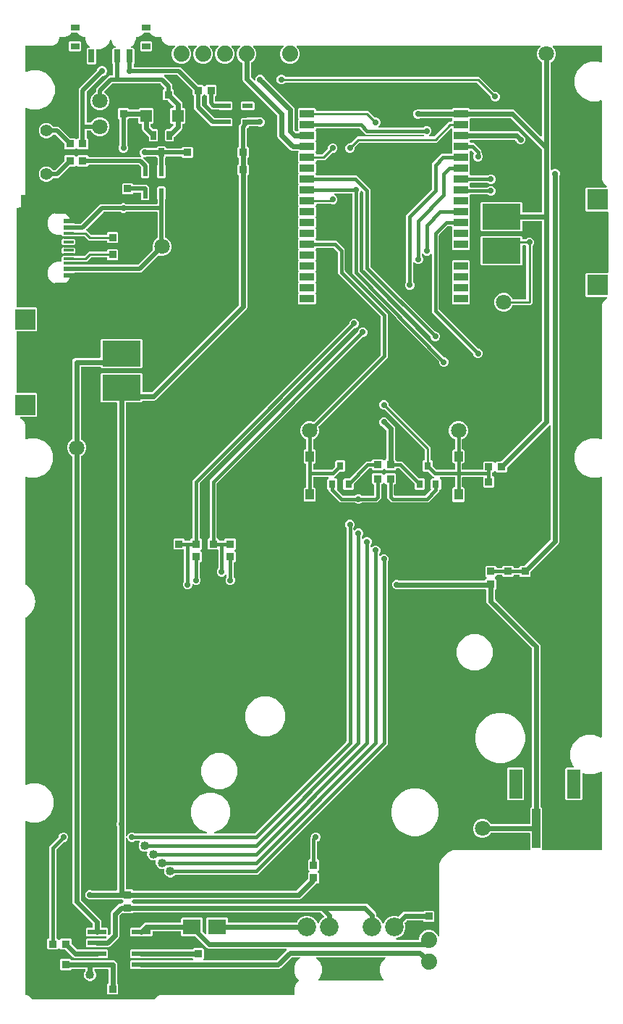
<source format=gbl>
G04 EAGLE Gerber RS-274X export*
G75*
%MOMM*%
%FSLAX34Y34*%
%LPD*%
%INBottom Copper*%
%IPPOS*%
%AMOC8*
5,1,8,0,0,1.08239X$1,22.5*%
G01*
%ADD10R,4.500000X3.000000*%
%ADD11R,0.900000X0.900000*%
%ADD12R,0.700000X1.500000*%
%ADD13R,1.000000X0.800000*%
%ADD14R,0.550000X1.200000*%
%ADD15R,1.200000X0.550000*%
%ADD16R,1.400000X1.400000*%
%ADD17R,0.635000X1.016000*%
%ADD18C,1.400000*%
%ADD19R,0.800000X0.900000*%
%ADD20R,1.000000X1.300000*%
%ADD21R,1.000000X1.200000*%
%ADD22C,1.800000*%
%ADD23R,4.500000X1.000000*%
%ADD24R,2.400000X2.400000*%
%ADD25R,1.000000X4.600000*%
%ADD26R,1.600000X3.400000*%
%ADD27R,2.200000X0.600000*%
%ADD28C,1.879600*%
%ADD29R,2.150000X1.800000*%
%ADD30C,2.184400*%
%ADD31R,1.700000X0.900000*%
%ADD32R,4.500000X4.500000*%
%ADD33R,1.150000X0.600000*%
%ADD34R,1.150000X0.300000*%
%ADD35R,2.000000X2.180000*%
%ADD36C,0.706400*%
%ADD37C,0.508000*%
%ADD38C,0.609600*%
%ADD39C,1.016000*%
%ADD40C,0.406400*%
%ADD41C,0.295000*%
%ADD42C,0.254000*%

G36*
X160482Y5162D02*
X160482Y5162D01*
X160491Y5161D01*
X160621Y5182D01*
X160751Y5201D01*
X160760Y5204D01*
X160769Y5206D01*
X160889Y5263D01*
X161008Y5317D01*
X161015Y5323D01*
X161024Y5327D01*
X161123Y5415D01*
X161223Y5500D01*
X161228Y5508D01*
X161235Y5514D01*
X161275Y5580D01*
X161377Y5736D01*
X161382Y5751D01*
X164244Y8614D01*
X167979Y10161D01*
X324017Y10161D01*
X324134Y10177D01*
X324252Y10189D01*
X324274Y10197D01*
X324296Y10201D01*
X324404Y10249D01*
X324514Y10293D01*
X324532Y10307D01*
X324553Y10317D01*
X324643Y10394D01*
X324737Y10467D01*
X324750Y10485D01*
X324767Y10500D01*
X324832Y10599D01*
X324902Y10696D01*
X324909Y10717D01*
X324922Y10736D01*
X324956Y10850D01*
X324996Y10961D01*
X324997Y10984D01*
X325004Y11006D01*
X325006Y11124D01*
X325013Y11243D01*
X325007Y11264D01*
X325008Y11288D01*
X324958Y11468D01*
X324940Y11542D01*
X324839Y11785D01*
X324839Y18215D01*
X327300Y24154D01*
X329939Y26793D01*
X329977Y26845D01*
X330023Y26890D01*
X330061Y26957D01*
X330108Y27019D01*
X330131Y27079D01*
X330162Y27135D01*
X330180Y27210D01*
X330207Y27283D01*
X330212Y27347D01*
X330227Y27410D01*
X330223Y27487D01*
X330229Y27564D01*
X330216Y27627D01*
X330213Y27691D01*
X330188Y27764D01*
X330172Y27840D01*
X330141Y27897D01*
X330120Y27958D01*
X330079Y28014D01*
X330039Y28089D01*
X329980Y28150D01*
X329939Y28207D01*
X327300Y30846D01*
X324839Y36785D01*
X324839Y43215D01*
X327300Y49154D01*
X331359Y53213D01*
X331378Y53239D01*
X331403Y53260D01*
X331462Y53352D01*
X331528Y53439D01*
X331539Y53469D01*
X331557Y53496D01*
X331589Y53601D01*
X331628Y53703D01*
X331630Y53735D01*
X331639Y53766D01*
X331641Y53875D01*
X331649Y53984D01*
X331643Y54016D01*
X331643Y54048D01*
X331614Y54153D01*
X331592Y54260D01*
X331577Y54289D01*
X331568Y54320D01*
X331511Y54413D01*
X331459Y54509D01*
X331437Y54532D01*
X331420Y54560D01*
X331339Y54633D01*
X331262Y54711D01*
X331234Y54727D01*
X331211Y54749D01*
X331112Y54796D01*
X331017Y54850D01*
X330986Y54858D01*
X330957Y54872D01*
X330867Y54886D01*
X330743Y54915D01*
X330694Y54913D01*
X330652Y54919D01*
X322518Y54919D01*
X322423Y54906D01*
X322327Y54901D01*
X322284Y54886D01*
X322239Y54879D01*
X322152Y54840D01*
X322061Y54808D01*
X322026Y54783D01*
X321982Y54763D01*
X321885Y54680D01*
X321812Y54627D01*
X308828Y41643D01*
X306961Y40869D01*
X144980Y40869D01*
X144979Y40870D01*
X144894Y40883D01*
X144784Y40911D01*
X144725Y40909D01*
X144675Y40917D01*
X134158Y40917D01*
X132967Y42108D01*
X132967Y49792D01*
X134158Y50983D01*
X144675Y50983D01*
X144716Y50989D01*
X144758Y50986D01*
X144841Y51006D01*
X144954Y51023D01*
X144972Y51031D01*
X205832Y51031D01*
X205864Y51035D01*
X205896Y51033D01*
X206003Y51055D01*
X206111Y51071D01*
X206141Y51084D01*
X206172Y51090D01*
X206269Y51142D01*
X206368Y51187D01*
X206393Y51208D01*
X206421Y51223D01*
X206500Y51299D01*
X206583Y51370D01*
X206600Y51397D01*
X206623Y51420D01*
X206677Y51514D01*
X206737Y51606D01*
X206747Y51637D01*
X206762Y51665D01*
X206788Y51771D01*
X206819Y51876D01*
X206820Y51908D01*
X206827Y51939D01*
X206822Y52049D01*
X206823Y52158D01*
X206815Y52189D01*
X206813Y52221D01*
X206777Y52324D01*
X206748Y52430D01*
X206731Y52457D01*
X206720Y52488D01*
X206667Y52561D01*
X206600Y52670D01*
X206564Y52702D01*
X206539Y52737D01*
X205999Y53277D01*
X205922Y53334D01*
X205850Y53399D01*
X205809Y53419D01*
X205773Y53446D01*
X205683Y53480D01*
X205597Y53522D01*
X205555Y53528D01*
X205509Y53545D01*
X205382Y53555D01*
X205292Y53569D01*
X144980Y53569D01*
X144979Y53570D01*
X144894Y53583D01*
X144784Y53611D01*
X144725Y53609D01*
X144675Y53617D01*
X134158Y53617D01*
X132967Y54808D01*
X132967Y62492D01*
X134158Y63683D01*
X144675Y63683D01*
X144716Y63689D01*
X144758Y63686D01*
X144841Y63706D01*
X144954Y63723D01*
X144972Y63731D01*
X205292Y63731D01*
X205387Y63744D01*
X205483Y63749D01*
X205526Y63764D01*
X205571Y63771D01*
X205659Y63810D01*
X205750Y63842D01*
X205784Y63867D01*
X205828Y63887D01*
X205926Y63970D01*
X205999Y64023D01*
X207158Y65183D01*
X217842Y65183D01*
X219033Y63992D01*
X219033Y53308D01*
X218461Y52737D01*
X218442Y52711D01*
X218417Y52690D01*
X218357Y52598D01*
X218292Y52511D01*
X218281Y52481D01*
X218263Y52454D01*
X218231Y52349D01*
X218192Y52247D01*
X218190Y52215D01*
X218181Y52184D01*
X218179Y52075D01*
X218171Y51966D01*
X218177Y51934D01*
X218177Y51902D01*
X218206Y51797D01*
X218228Y51690D01*
X218243Y51661D01*
X218252Y51630D01*
X218309Y51537D01*
X218361Y51441D01*
X218383Y51418D01*
X218400Y51390D01*
X218481Y51317D01*
X218557Y51239D01*
X218586Y51223D01*
X218609Y51201D01*
X218708Y51154D01*
X218803Y51100D01*
X218834Y51092D01*
X218863Y51078D01*
X218953Y51064D01*
X219077Y51035D01*
X219126Y51037D01*
X219168Y51031D01*
X303432Y51031D01*
X303527Y51044D01*
X303623Y51049D01*
X303666Y51064D01*
X303711Y51071D01*
X303798Y51110D01*
X303889Y51142D01*
X303924Y51167D01*
X303968Y51187D01*
X304065Y51270D01*
X304138Y51323D01*
X315552Y62737D01*
X316028Y63213D01*
X316048Y63239D01*
X316072Y63260D01*
X316132Y63352D01*
X316197Y63439D01*
X316209Y63469D01*
X316227Y63496D01*
X316258Y63601D01*
X316297Y63703D01*
X316300Y63735D01*
X316309Y63766D01*
X316310Y63875D01*
X316319Y63984D01*
X316312Y64016D01*
X316313Y64048D01*
X316284Y64153D01*
X316261Y64260D01*
X316246Y64289D01*
X316237Y64320D01*
X316180Y64413D01*
X316129Y64509D01*
X316106Y64532D01*
X316089Y64560D01*
X316008Y64633D01*
X315932Y64711D01*
X315904Y64727D01*
X315880Y64749D01*
X315782Y64796D01*
X315687Y64850D01*
X315655Y64858D01*
X315626Y64872D01*
X315537Y64886D01*
X315412Y64915D01*
X315364Y64913D01*
X315322Y64919D01*
X224239Y64919D01*
X222372Y65693D01*
X220802Y67262D01*
X220802Y67263D01*
X209390Y78675D01*
X209313Y78732D01*
X209242Y78797D01*
X209201Y78817D01*
X209165Y78844D01*
X209075Y78878D01*
X208988Y78920D01*
X208946Y78926D01*
X208901Y78943D01*
X208773Y78953D01*
X208684Y78967D01*
X193658Y78967D01*
X192467Y80158D01*
X192467Y83920D01*
X192458Y83984D01*
X192459Y84048D01*
X192438Y84123D01*
X192427Y84199D01*
X192401Y84258D01*
X192384Y84320D01*
X192343Y84386D01*
X192311Y84456D01*
X192269Y84505D01*
X192236Y84560D01*
X192178Y84612D01*
X192128Y84670D01*
X192074Y84706D01*
X192026Y84749D01*
X191957Y84782D01*
X191892Y84825D01*
X191830Y84844D01*
X191773Y84872D01*
X191703Y84883D01*
X191622Y84907D01*
X191537Y84908D01*
X191468Y84919D01*
X160032Y84919D01*
X159968Y84910D01*
X159904Y84911D01*
X159829Y84890D01*
X159753Y84879D01*
X159694Y84853D01*
X159632Y84836D01*
X159566Y84795D01*
X159496Y84763D01*
X159447Y84721D01*
X159392Y84688D01*
X159340Y84630D01*
X159282Y84580D01*
X159246Y84526D01*
X159203Y84478D01*
X159170Y84409D01*
X159127Y84344D01*
X159108Y84282D01*
X159080Y84225D01*
X159069Y84155D01*
X159045Y84074D01*
X159044Y83989D01*
X159033Y83920D01*
X159033Y80208D01*
X157842Y79017D01*
X147325Y79017D01*
X147284Y79011D01*
X147242Y79014D01*
X147159Y78994D01*
X147046Y78977D01*
X147028Y78969D01*
X144980Y78969D01*
X144979Y78970D01*
X144894Y78983D01*
X144784Y79011D01*
X144725Y79009D01*
X144675Y79017D01*
X134158Y79017D01*
X132967Y80208D01*
X132967Y87892D01*
X134158Y89083D01*
X143434Y89083D01*
X143529Y89096D01*
X143625Y89101D01*
X143668Y89116D01*
X143713Y89123D01*
X143800Y89162D01*
X143891Y89194D01*
X143926Y89219D01*
X143970Y89239D01*
X144067Y89322D01*
X144140Y89375D01*
X147502Y92737D01*
X147502Y92738D01*
X149072Y94307D01*
X150939Y95081D01*
X191468Y95081D01*
X191532Y95090D01*
X191596Y95089D01*
X191671Y95110D01*
X191747Y95121D01*
X191806Y95147D01*
X191868Y95164D01*
X191934Y95205D01*
X192004Y95237D01*
X192053Y95279D01*
X192108Y95312D01*
X192160Y95370D01*
X192218Y95420D01*
X192254Y95474D01*
X192297Y95522D01*
X192330Y95591D01*
X192373Y95656D01*
X192392Y95718D01*
X192420Y95775D01*
X192431Y95845D01*
X192455Y95926D01*
X192456Y96011D01*
X192467Y96080D01*
X192467Y99842D01*
X193658Y101033D01*
X216842Y101033D01*
X218033Y99842D01*
X218033Y84816D01*
X218046Y84721D01*
X218051Y84625D01*
X218066Y84582D01*
X218073Y84537D01*
X218112Y84450D01*
X218144Y84359D01*
X218169Y84324D01*
X218189Y84280D01*
X218272Y84183D01*
X218325Y84110D01*
X220261Y82174D01*
X220287Y82154D01*
X220308Y82130D01*
X220400Y82070D01*
X220487Y82004D01*
X220517Y81993D01*
X220544Y81975D01*
X220649Y81944D01*
X220751Y81905D01*
X220783Y81902D01*
X220814Y81893D01*
X220923Y81892D01*
X221032Y81883D01*
X221064Y81890D01*
X221096Y81889D01*
X221201Y81919D01*
X221308Y81941D01*
X221337Y81956D01*
X221368Y81965D01*
X221461Y82022D01*
X221557Y82073D01*
X221580Y82096D01*
X221608Y82113D01*
X221681Y82194D01*
X221759Y82270D01*
X221775Y82298D01*
X221797Y82322D01*
X221844Y82420D01*
X221898Y82515D01*
X221906Y82547D01*
X221920Y82576D01*
X221934Y82665D01*
X221963Y82790D01*
X221961Y82838D01*
X221967Y82880D01*
X221967Y99842D01*
X223158Y101033D01*
X246342Y101033D01*
X247533Y99842D01*
X247533Y96080D01*
X247542Y96017D01*
X247541Y95965D01*
X247541Y95964D01*
X247541Y95952D01*
X247562Y95877D01*
X247573Y95801D01*
X247599Y95742D01*
X247616Y95680D01*
X247657Y95614D01*
X247689Y95544D01*
X247731Y95495D01*
X247764Y95440D01*
X247822Y95388D01*
X247872Y95330D01*
X247926Y95294D01*
X247974Y95251D01*
X248043Y95218D01*
X248108Y95175D01*
X248170Y95156D01*
X248227Y95128D01*
X248297Y95117D01*
X248378Y95093D01*
X248463Y95092D01*
X248532Y95081D01*
X327415Y95081D01*
X327424Y95082D01*
X327434Y95081D01*
X327563Y95102D01*
X327694Y95121D01*
X327703Y95124D01*
X327712Y95126D01*
X327831Y95183D01*
X327951Y95237D01*
X327958Y95243D01*
X327967Y95247D01*
X328065Y95335D01*
X328165Y95420D01*
X328170Y95428D01*
X328177Y95434D01*
X328217Y95500D01*
X328320Y95656D01*
X328322Y95665D01*
X328325Y95669D01*
X328329Y95684D01*
X328338Y95698D01*
X329018Y97338D01*
X332662Y100982D01*
X337423Y102955D01*
X342577Y102955D01*
X347338Y100982D01*
X350982Y97338D01*
X352077Y94696D01*
X352078Y94695D01*
X352078Y94694D01*
X352085Y94682D01*
X352093Y94669D01*
X352103Y94638D01*
X352165Y94548D01*
X352220Y94454D01*
X352244Y94432D01*
X352262Y94405D01*
X352346Y94335D01*
X352426Y94261D01*
X352455Y94246D01*
X352480Y94226D01*
X352580Y94182D01*
X352678Y94133D01*
X352709Y94127D01*
X352739Y94114D01*
X352847Y94101D01*
X352955Y94080D01*
X352987Y94084D01*
X353019Y94080D01*
X353127Y94097D01*
X353235Y94108D01*
X353265Y94120D01*
X353297Y94125D01*
X353396Y94172D01*
X353497Y94212D01*
X353523Y94232D01*
X353552Y94246D01*
X353634Y94318D01*
X353720Y94386D01*
X353739Y94412D01*
X353763Y94433D01*
X353810Y94510D01*
X353885Y94614D01*
X353897Y94647D01*
X353911Y94669D01*
X353915Y94683D01*
X353923Y94696D01*
X355018Y97338D01*
X358662Y100982D01*
X359522Y101339D01*
X359624Y101399D01*
X359729Y101455D01*
X359745Y101471D01*
X359765Y101482D01*
X359846Y101569D01*
X359931Y101652D01*
X359942Y101672D01*
X359958Y101688D01*
X360011Y101794D01*
X360070Y101897D01*
X360075Y101919D01*
X360085Y101940D01*
X360107Y102056D01*
X360135Y102171D01*
X360134Y102194D01*
X360138Y102217D01*
X360126Y102334D01*
X360120Y102453D01*
X360113Y102475D01*
X360111Y102497D01*
X360067Y102608D01*
X360028Y102720D01*
X360015Y102737D01*
X360006Y102759D01*
X359892Y102906D01*
X359846Y102969D01*
X355688Y107127D01*
X355611Y107184D01*
X355540Y107249D01*
X355499Y107269D01*
X355463Y107296D01*
X355373Y107330D01*
X355286Y107372D01*
X355244Y107378D01*
X355199Y107395D01*
X355071Y107405D01*
X354982Y107419D01*
X137208Y107419D01*
X137113Y107406D01*
X137017Y107401D01*
X136974Y107386D01*
X136929Y107379D01*
X136841Y107340D01*
X136750Y107308D01*
X136716Y107283D01*
X136672Y107263D01*
X136574Y107180D01*
X136501Y107127D01*
X135342Y105967D01*
X124658Y105967D01*
X124612Y106013D01*
X124561Y106052D01*
X124516Y106098D01*
X124448Y106136D01*
X124386Y106183D01*
X124326Y106205D01*
X124270Y106237D01*
X124195Y106255D01*
X124122Y106282D01*
X124058Y106287D01*
X123996Y106302D01*
X123918Y106298D01*
X123841Y106304D01*
X123778Y106291D01*
X123714Y106288D01*
X123641Y106262D01*
X123565Y106246D01*
X123508Y106216D01*
X123448Y106195D01*
X123391Y106154D01*
X123316Y106114D01*
X123255Y106055D01*
X123199Y106013D01*
X120373Y103188D01*
X120316Y103111D01*
X120251Y103040D01*
X120231Y102999D01*
X120204Y102963D01*
X120170Y102873D01*
X120128Y102786D01*
X120122Y102744D01*
X120105Y102699D01*
X120095Y102571D01*
X120081Y102482D01*
X120081Y78989D01*
X119307Y77122D01*
X109228Y67043D01*
X107361Y66269D01*
X92980Y66269D01*
X92979Y66270D01*
X92894Y66283D01*
X92784Y66311D01*
X92725Y66309D01*
X92675Y66317D01*
X82158Y66317D01*
X80967Y67508D01*
X80967Y75192D01*
X82158Y76383D01*
X92675Y76383D01*
X92716Y76389D01*
X92758Y76386D01*
X92841Y76406D01*
X92954Y76423D01*
X92972Y76431D01*
X103832Y76431D01*
X103927Y76444D01*
X104023Y76449D01*
X104066Y76464D01*
X104111Y76471D01*
X104198Y76510D01*
X104289Y76542D01*
X104324Y76567D01*
X104368Y76587D01*
X104465Y76670D01*
X104538Y76723D01*
X105126Y77311D01*
X105146Y77337D01*
X105170Y77358D01*
X105230Y77450D01*
X105295Y77537D01*
X105307Y77567D01*
X105325Y77594D01*
X105356Y77699D01*
X105395Y77801D01*
X105398Y77833D01*
X105407Y77864D01*
X105408Y77973D01*
X105417Y78082D01*
X105410Y78114D01*
X105411Y78146D01*
X105382Y78251D01*
X105359Y78358D01*
X105344Y78387D01*
X105335Y78418D01*
X105278Y78511D01*
X105227Y78607D01*
X105204Y78630D01*
X105187Y78658D01*
X105106Y78731D01*
X105030Y78809D01*
X105002Y78825D01*
X104978Y78847D01*
X104880Y78894D01*
X104785Y78948D01*
X104753Y78956D01*
X104724Y78970D01*
X104635Y78984D01*
X104510Y79013D01*
X104462Y79011D01*
X104420Y79017D01*
X95325Y79017D01*
X95284Y79011D01*
X95242Y79014D01*
X95159Y78994D01*
X95046Y78977D01*
X95028Y78969D01*
X92980Y78969D01*
X92979Y78970D01*
X92894Y78983D01*
X92784Y79011D01*
X92725Y79009D01*
X92675Y79017D01*
X82158Y79017D01*
X80967Y80208D01*
X80967Y87892D01*
X82158Y89083D01*
X87920Y89083D01*
X87984Y89092D01*
X88048Y89091D01*
X88123Y89112D01*
X88199Y89123D01*
X88258Y89149D01*
X88320Y89166D01*
X88386Y89207D01*
X88456Y89239D01*
X88505Y89281D01*
X88560Y89314D01*
X88612Y89372D01*
X88670Y89422D01*
X88706Y89476D01*
X88749Y89524D01*
X88782Y89593D01*
X88825Y89658D01*
X88844Y89720D01*
X88872Y89777D01*
X88883Y89847D01*
X88907Y89928D01*
X88908Y90013D01*
X88919Y90082D01*
X88919Y93482D01*
X88906Y93577D01*
X88901Y93673D01*
X88886Y93716D01*
X88879Y93761D01*
X88840Y93848D01*
X88808Y93939D01*
X88783Y93974D01*
X88763Y94018D01*
X88680Y94115D01*
X88627Y94188D01*
X65693Y117122D01*
X64919Y118989D01*
X64919Y639495D01*
X64918Y639504D01*
X64919Y639514D01*
X64898Y639644D01*
X64879Y639774D01*
X64876Y639783D01*
X64874Y639792D01*
X64817Y639912D01*
X64763Y640031D01*
X64757Y640038D01*
X64753Y640047D01*
X64665Y640146D01*
X64580Y640246D01*
X64572Y640251D01*
X64566Y640258D01*
X64500Y640298D01*
X64344Y640400D01*
X64321Y640407D01*
X64302Y640418D01*
X63750Y640647D01*
X60647Y643750D01*
X58967Y647805D01*
X58967Y652195D01*
X60647Y656250D01*
X63750Y659353D01*
X64302Y659582D01*
X64311Y659587D01*
X64320Y659589D01*
X64432Y659658D01*
X64545Y659725D01*
X64552Y659732D01*
X64560Y659737D01*
X64648Y659835D01*
X64738Y659931D01*
X64742Y659939D01*
X64749Y659947D01*
X64806Y660065D01*
X64866Y660182D01*
X64868Y660192D01*
X64872Y660200D01*
X64884Y660276D01*
X64918Y660460D01*
X64916Y660484D01*
X64919Y660505D01*
X64919Y751011D01*
X65693Y752878D01*
X67122Y754307D01*
X68989Y755081D01*
X96968Y755081D01*
X97032Y755090D01*
X97096Y755089D01*
X97171Y755110D01*
X97247Y755121D01*
X97306Y755147D01*
X97368Y755164D01*
X97434Y755205D01*
X97504Y755237D01*
X97553Y755279D01*
X97608Y755312D01*
X97660Y755370D01*
X97718Y755420D01*
X97754Y755474D01*
X97797Y755522D01*
X97830Y755591D01*
X97873Y755656D01*
X97892Y755718D01*
X97920Y755775D01*
X97931Y755845D01*
X97955Y755926D01*
X97956Y756011D01*
X97967Y756080D01*
X97967Y775842D01*
X99158Y777033D01*
X145842Y777033D01*
X147033Y775842D01*
X147033Y744158D01*
X145842Y742967D01*
X99158Y742967D01*
X97928Y744198D01*
X97927Y744199D01*
X97901Y744258D01*
X97884Y744320D01*
X97843Y744386D01*
X97811Y744456D01*
X97769Y744505D01*
X97736Y744560D01*
X97678Y744612D01*
X97628Y744670D01*
X97574Y744706D01*
X97526Y744749D01*
X97457Y744782D01*
X97392Y744825D01*
X97330Y744844D01*
X97273Y744872D01*
X97203Y744883D01*
X97122Y744907D01*
X97037Y744908D01*
X96968Y744919D01*
X76080Y744919D01*
X76016Y744910D01*
X75952Y744911D01*
X75877Y744890D01*
X75801Y744879D01*
X75742Y744853D01*
X75680Y744836D01*
X75614Y744795D01*
X75544Y744763D01*
X75495Y744721D01*
X75440Y744688D01*
X75388Y744630D01*
X75330Y744580D01*
X75294Y744526D01*
X75251Y744478D01*
X75218Y744409D01*
X75175Y744344D01*
X75156Y744282D01*
X75128Y744225D01*
X75117Y744155D01*
X75093Y744074D01*
X75092Y743989D01*
X75081Y743920D01*
X75081Y660505D01*
X75082Y660496D01*
X75081Y660486D01*
X75102Y660356D01*
X75121Y660226D01*
X75124Y660217D01*
X75126Y660208D01*
X75183Y660088D01*
X75237Y659969D01*
X75243Y659962D01*
X75247Y659953D01*
X75335Y659854D01*
X75420Y659754D01*
X75428Y659749D01*
X75434Y659742D01*
X75500Y659702D01*
X75656Y659600D01*
X75679Y659593D01*
X75698Y659582D01*
X76250Y659353D01*
X79353Y656250D01*
X81033Y652195D01*
X81033Y647805D01*
X79353Y643750D01*
X76250Y640647D01*
X75698Y640418D01*
X75689Y640413D01*
X75680Y640411D01*
X75568Y640342D01*
X75455Y640275D01*
X75448Y640268D01*
X75440Y640263D01*
X75352Y640165D01*
X75262Y640069D01*
X75258Y640061D01*
X75251Y640053D01*
X75194Y639935D01*
X75134Y639818D01*
X75132Y639808D01*
X75128Y639800D01*
X75116Y639724D01*
X75082Y639540D01*
X75084Y639516D01*
X75081Y639495D01*
X75081Y122518D01*
X75094Y122423D01*
X75099Y122327D01*
X75114Y122284D01*
X75121Y122239D01*
X75160Y122152D01*
X75192Y122061D01*
X75217Y122026D01*
X75237Y121982D01*
X75320Y121885D01*
X75373Y121812D01*
X98307Y98878D01*
X99081Y97011D01*
X99081Y90082D01*
X99090Y90020D01*
X99089Y89969D01*
X99089Y89968D01*
X99089Y89954D01*
X99110Y89879D01*
X99121Y89803D01*
X99147Y89744D01*
X99164Y89682D01*
X99205Y89616D01*
X99237Y89546D01*
X99279Y89497D01*
X99312Y89442D01*
X99370Y89390D01*
X99420Y89332D01*
X99474Y89296D01*
X99522Y89253D01*
X99591Y89220D01*
X99656Y89177D01*
X99718Y89158D01*
X99775Y89130D01*
X99845Y89119D01*
X99926Y89095D01*
X100011Y89094D01*
X100080Y89083D01*
X105842Y89083D01*
X107033Y87892D01*
X107033Y81630D01*
X107037Y81598D01*
X107035Y81566D01*
X107057Y81459D01*
X107073Y81351D01*
X107086Y81322D01*
X107092Y81290D01*
X107144Y81194D01*
X107189Y81094D01*
X107210Y81070D01*
X107225Y81041D01*
X107301Y80963D01*
X107372Y80880D01*
X107399Y80862D01*
X107422Y80839D01*
X107517Y80785D01*
X107608Y80725D01*
X107639Y80716D01*
X107667Y80700D01*
X107773Y80675D01*
X107878Y80643D01*
X107910Y80643D01*
X107941Y80635D01*
X108051Y80641D01*
X108160Y80639D01*
X108191Y80648D01*
X108223Y80650D01*
X108326Y80685D01*
X108432Y80715D01*
X108459Y80731D01*
X108490Y80742D01*
X108563Y80795D01*
X108672Y80863D01*
X108704Y80899D01*
X108739Y80924D01*
X109627Y81812D01*
X109684Y81889D01*
X109749Y81960D01*
X109769Y82001D01*
X109796Y82037D01*
X109830Y82127D01*
X109872Y82214D01*
X109878Y82256D01*
X109895Y82301D01*
X109905Y82429D01*
X109919Y82518D01*
X109919Y106011D01*
X110693Y107878D01*
X119622Y116807D01*
X121489Y117581D01*
X122792Y117581D01*
X122887Y117594D01*
X122983Y117599D01*
X123026Y117614D01*
X123071Y117621D01*
X123159Y117660D01*
X123250Y117692D01*
X123284Y117717D01*
X123328Y117737D01*
X123425Y117820D01*
X123499Y117873D01*
X124919Y119293D01*
X124957Y119345D01*
X125003Y119390D01*
X125042Y119457D01*
X125088Y119519D01*
X125111Y119579D01*
X125142Y119635D01*
X125160Y119710D01*
X125188Y119783D01*
X125192Y119847D01*
X125207Y119909D01*
X125203Y119987D01*
X125209Y120064D01*
X125196Y120127D01*
X125193Y120191D01*
X125168Y120264D01*
X125152Y120340D01*
X125122Y120397D01*
X125100Y120458D01*
X125059Y120514D01*
X125019Y120589D01*
X124960Y120650D01*
X124919Y120707D01*
X123499Y122127D01*
X123422Y122184D01*
X123350Y122249D01*
X123310Y122269D01*
X123273Y122296D01*
X123183Y122330D01*
X123097Y122372D01*
X123055Y122378D01*
X123009Y122395D01*
X122882Y122405D01*
X122792Y122419D01*
X88474Y122419D01*
X88433Y122413D01*
X88391Y122416D01*
X88307Y122396D01*
X88195Y122379D01*
X88141Y122355D01*
X88092Y122343D01*
X87107Y121935D01*
X84893Y121935D01*
X82848Y122782D01*
X81282Y124348D01*
X80435Y126393D01*
X80435Y128607D01*
X81282Y130652D01*
X82848Y132218D01*
X84893Y133065D01*
X87107Y133065D01*
X88092Y132657D01*
X88132Y132646D01*
X88170Y132628D01*
X88255Y132615D01*
X88365Y132587D01*
X88424Y132589D01*
X88474Y132581D01*
X116420Y132581D01*
X116484Y132590D01*
X116548Y132589D01*
X116623Y132610D01*
X116699Y132621D01*
X116758Y132647D01*
X116820Y132664D01*
X116886Y132705D01*
X116956Y132737D01*
X117005Y132779D01*
X117060Y132812D01*
X117112Y132870D01*
X117170Y132920D01*
X117206Y132974D01*
X117249Y133022D01*
X117282Y133091D01*
X117325Y133156D01*
X117344Y133218D01*
X117372Y133275D01*
X117383Y133345D01*
X117407Y133426D01*
X117408Y133511D01*
X117419Y133580D01*
X117419Y207526D01*
X117413Y207567D01*
X117416Y207609D01*
X117396Y207693D01*
X117379Y207805D01*
X117355Y207859D01*
X117343Y207908D01*
X116935Y208893D01*
X116935Y211107D01*
X117343Y212092D01*
X117354Y212132D01*
X117372Y212170D01*
X117385Y212255D01*
X117413Y212365D01*
X117411Y212424D01*
X117419Y212474D01*
X117419Y701968D01*
X117410Y702032D01*
X117411Y702096D01*
X117390Y702171D01*
X117379Y702247D01*
X117353Y702306D01*
X117336Y702368D01*
X117295Y702434D01*
X117263Y702504D01*
X117221Y702553D01*
X117188Y702608D01*
X117130Y702660D01*
X117080Y702718D01*
X117026Y702754D01*
X116978Y702797D01*
X116909Y702830D01*
X116844Y702873D01*
X116782Y702892D01*
X116725Y702920D01*
X116655Y702931D01*
X116574Y702955D01*
X116489Y702956D01*
X116420Y702967D01*
X99158Y702967D01*
X97967Y704158D01*
X97967Y735842D01*
X99158Y737033D01*
X145842Y737033D01*
X147033Y735842D01*
X147033Y716080D01*
X147042Y716016D01*
X147041Y715952D01*
X147062Y715877D01*
X147073Y715801D01*
X147099Y715742D01*
X147116Y715680D01*
X147157Y715614D01*
X147189Y715544D01*
X147231Y715495D01*
X147264Y715440D01*
X147322Y715388D01*
X147372Y715330D01*
X147426Y715294D01*
X147474Y715251D01*
X147543Y715218D01*
X147608Y715175D01*
X147670Y715156D01*
X147727Y715128D01*
X147797Y715117D01*
X147878Y715093D01*
X147963Y715092D01*
X148032Y715081D01*
X157482Y715081D01*
X157577Y715094D01*
X157673Y715099D01*
X157716Y715114D01*
X157761Y715121D01*
X157848Y715160D01*
X157939Y715192D01*
X157974Y715217D01*
X158018Y715237D01*
X158115Y715320D01*
X158188Y715373D01*
X259627Y816812D01*
X259684Y816889D01*
X259749Y816960D01*
X259769Y817001D01*
X259796Y817037D01*
X259830Y817127D01*
X259872Y817214D01*
X259878Y817256D01*
X259895Y817301D01*
X259901Y817377D01*
X259907Y817397D01*
X259908Y817446D01*
X259919Y817518D01*
X259919Y967792D01*
X259906Y967887D01*
X259901Y967983D01*
X259886Y968026D01*
X259879Y968071D01*
X259840Y968159D01*
X259808Y968250D01*
X259783Y968284D01*
X259763Y968328D01*
X259680Y968426D01*
X259627Y968499D01*
X258467Y969658D01*
X258467Y980342D01*
X259627Y981501D01*
X259684Y981578D01*
X259749Y981650D01*
X259769Y981690D01*
X259796Y981727D01*
X259830Y981817D01*
X259872Y981903D01*
X259878Y981945D01*
X259895Y981991D01*
X259905Y982118D01*
X259919Y982208D01*
X259919Y987792D01*
X259906Y987887D01*
X259901Y987983D01*
X259886Y988026D01*
X259879Y988071D01*
X259840Y988159D01*
X259808Y988250D01*
X259783Y988284D01*
X259763Y988328D01*
X259680Y988426D01*
X259627Y988499D01*
X258467Y989658D01*
X258467Y1000342D01*
X259696Y1001571D01*
X259707Y1001573D01*
X259766Y1001599D01*
X259828Y1001616D01*
X259894Y1001657D01*
X259964Y1001689D01*
X260013Y1001731D01*
X260068Y1001764D01*
X260120Y1001822D01*
X260178Y1001872D01*
X260214Y1001926D01*
X260257Y1001974D01*
X260290Y1002043D01*
X260333Y1002108D01*
X260352Y1002170D01*
X260380Y1002227D01*
X260391Y1002297D01*
X260415Y1002378D01*
X260416Y1002463D01*
X260427Y1002532D01*
X260427Y1026893D01*
X262176Y1028641D01*
X262233Y1028718D01*
X262298Y1028790D01*
X262318Y1028831D01*
X262345Y1028867D01*
X262379Y1028957D01*
X262421Y1029043D01*
X262427Y1029085D01*
X262444Y1029131D01*
X262451Y1029222D01*
X262456Y1029238D01*
X262457Y1029274D01*
X262468Y1029348D01*
X262468Y1034092D01*
X263659Y1035283D01*
X268572Y1035283D01*
X268613Y1035289D01*
X268655Y1035286D01*
X268739Y1035306D01*
X268851Y1035323D01*
X268905Y1035347D01*
X268955Y1035359D01*
X269490Y1035581D01*
X282526Y1035581D01*
X282567Y1035587D01*
X282609Y1035584D01*
X282693Y1035604D01*
X282805Y1035621D01*
X282859Y1035645D01*
X282908Y1035657D01*
X283893Y1036065D01*
X286107Y1036065D01*
X288152Y1035218D01*
X289718Y1033652D01*
X290565Y1031607D01*
X290565Y1029393D01*
X289718Y1027348D01*
X288152Y1025782D01*
X286107Y1024935D01*
X283893Y1024935D01*
X282908Y1025343D01*
X282868Y1025354D01*
X282830Y1025372D01*
X282745Y1025385D01*
X282635Y1025413D01*
X282576Y1025411D01*
X282526Y1025419D01*
X272301Y1025419D01*
X272206Y1025406D01*
X272110Y1025401D01*
X272067Y1025386D01*
X272022Y1025379D01*
X271934Y1025340D01*
X271843Y1025308D01*
X271809Y1025283D01*
X271765Y1025263D01*
X271668Y1025180D01*
X271594Y1025127D01*
X269865Y1023398D01*
X269808Y1023321D01*
X269743Y1023249D01*
X269723Y1023208D01*
X269696Y1023172D01*
X269662Y1023082D01*
X269620Y1022996D01*
X269614Y1022954D01*
X269597Y1022908D01*
X269587Y1022780D01*
X269573Y1022691D01*
X269573Y1002532D01*
X269582Y1002468D01*
X269581Y1002404D01*
X269602Y1002329D01*
X269613Y1002253D01*
X269639Y1002194D01*
X269656Y1002132D01*
X269697Y1002066D01*
X269729Y1001996D01*
X269771Y1001947D01*
X269804Y1001892D01*
X269862Y1001840D01*
X269912Y1001782D01*
X269966Y1001746D01*
X270014Y1001703D01*
X270083Y1001670D01*
X270148Y1001627D01*
X270210Y1001608D01*
X270267Y1001580D01*
X270299Y1001575D01*
X271533Y1000342D01*
X271533Y989658D01*
X270373Y988499D01*
X270316Y988422D01*
X270251Y988350D01*
X270231Y988310D01*
X270204Y988273D01*
X270170Y988183D01*
X270128Y988097D01*
X270122Y988055D01*
X270105Y988009D01*
X270095Y987882D01*
X270081Y987792D01*
X270081Y982208D01*
X270094Y982113D01*
X270099Y982017D01*
X270114Y981974D01*
X270121Y981929D01*
X270160Y981841D01*
X270192Y981750D01*
X270217Y981716D01*
X270237Y981672D01*
X270320Y981574D01*
X270373Y981501D01*
X271533Y980342D01*
X271533Y969658D01*
X270373Y968499D01*
X270316Y968422D01*
X270251Y968350D01*
X270231Y968310D01*
X270204Y968273D01*
X270170Y968183D01*
X270128Y968097D01*
X270122Y968055D01*
X270105Y968009D01*
X270095Y967882D01*
X270081Y967792D01*
X270081Y813989D01*
X269307Y812122D01*
X162878Y705693D01*
X161011Y704919D01*
X148032Y704919D01*
X147968Y704910D01*
X147904Y704911D01*
X147829Y704890D01*
X147753Y704879D01*
X147694Y704853D01*
X147632Y704836D01*
X147566Y704795D01*
X147496Y704763D01*
X147447Y704721D01*
X147392Y704688D01*
X147340Y704630D01*
X147282Y704580D01*
X147246Y704526D01*
X147203Y704478D01*
X147170Y704409D01*
X147127Y704344D01*
X147108Y704282D01*
X147080Y704225D01*
X147077Y704202D01*
X145842Y702967D01*
X128580Y702967D01*
X128516Y702958D01*
X128452Y702959D01*
X128377Y702938D01*
X128301Y702927D01*
X128242Y702901D01*
X128180Y702884D01*
X128114Y702843D01*
X128044Y702811D01*
X127995Y702769D01*
X127940Y702736D01*
X127888Y702678D01*
X127830Y702628D01*
X127794Y702574D01*
X127751Y702526D01*
X127718Y702457D01*
X127675Y702392D01*
X127656Y702330D01*
X127628Y702273D01*
X127617Y702203D01*
X127593Y702122D01*
X127592Y702037D01*
X127581Y701968D01*
X127581Y212474D01*
X127587Y212433D01*
X127584Y212391D01*
X127604Y212307D01*
X127621Y212195D01*
X127645Y212141D01*
X127657Y212092D01*
X128065Y211107D01*
X128065Y208893D01*
X127657Y207908D01*
X127646Y207868D01*
X127628Y207830D01*
X127615Y207745D01*
X127587Y207635D01*
X127589Y207576D01*
X127581Y207526D01*
X127581Y196653D01*
X127593Y196567D01*
X127596Y196480D01*
X127613Y196428D01*
X127621Y196374D01*
X127656Y196295D01*
X127683Y196212D01*
X127714Y196167D01*
X127737Y196117D01*
X127793Y196051D01*
X127842Y195979D01*
X127884Y195944D01*
X127920Y195903D01*
X127993Y195855D01*
X128060Y195800D01*
X128110Y195778D01*
X128156Y195748D01*
X128239Y195723D01*
X128319Y195689D01*
X128373Y195682D01*
X128426Y195666D01*
X128513Y195665D01*
X128599Y195654D01*
X128653Y195663D01*
X128708Y195662D01*
X128792Y195685D01*
X128877Y195699D01*
X128927Y195723D01*
X128980Y195737D01*
X129054Y195783D01*
X129132Y195820D01*
X129173Y195857D01*
X129220Y195885D01*
X129278Y195950D01*
X129343Y196008D01*
X129369Y196051D01*
X129409Y196095D01*
X129458Y196197D01*
X129503Y196271D01*
X130282Y198152D01*
X131848Y199718D01*
X133893Y200565D01*
X136107Y200565D01*
X138152Y199718D01*
X138512Y199357D01*
X138589Y199300D01*
X138660Y199235D01*
X138701Y199215D01*
X138738Y199188D01*
X138828Y199154D01*
X138914Y199112D01*
X138956Y199106D01*
X139002Y199089D01*
X139129Y199079D01*
X139219Y199065D01*
X221654Y199065D01*
X221740Y199077D01*
X221826Y199080D01*
X221879Y199097D01*
X221933Y199105D01*
X222012Y199140D01*
X222094Y199167D01*
X222140Y199198D01*
X222190Y199221D01*
X222256Y199277D01*
X222327Y199326D01*
X222362Y199368D01*
X222404Y199404D01*
X222452Y199477D01*
X222507Y199544D01*
X222528Y199594D01*
X222559Y199640D01*
X222584Y199723D01*
X222618Y199803D01*
X222625Y199857D01*
X222641Y199910D01*
X222642Y199997D01*
X222653Y200083D01*
X222644Y200137D01*
X222645Y200192D01*
X222622Y200276D01*
X222608Y200361D01*
X222584Y200411D01*
X222569Y200464D01*
X222524Y200538D01*
X222487Y200616D01*
X222450Y200657D01*
X222421Y200704D01*
X222357Y200762D01*
X222299Y200827D01*
X222256Y200853D01*
X222212Y200893D01*
X222110Y200942D01*
X222036Y200987D01*
X213880Y204365D01*
X207365Y210880D01*
X203839Y219393D01*
X203839Y228607D01*
X207365Y237120D01*
X213880Y243635D01*
X222393Y247161D01*
X231607Y247161D01*
X240120Y243635D01*
X246635Y237120D01*
X250161Y228607D01*
X250161Y219393D01*
X246635Y210880D01*
X240120Y204365D01*
X231964Y200987D01*
X231889Y200943D01*
X231810Y200907D01*
X231769Y200872D01*
X231721Y200844D01*
X231662Y200780D01*
X231596Y200724D01*
X231566Y200678D01*
X231528Y200638D01*
X231489Y200561D01*
X231441Y200488D01*
X231425Y200435D01*
X231401Y200386D01*
X231384Y200301D01*
X231359Y200218D01*
X231358Y200163D01*
X231348Y200109D01*
X231356Y200023D01*
X231355Y199936D01*
X231370Y199883D01*
X231375Y199829D01*
X231407Y199748D01*
X231431Y199664D01*
X231459Y199617D01*
X231480Y199567D01*
X231533Y199498D01*
X231579Y199424D01*
X231620Y199387D01*
X231653Y199344D01*
X231723Y199294D01*
X231788Y199235D01*
X231837Y199211D01*
X231882Y199179D01*
X231964Y199150D01*
X232042Y199112D01*
X232092Y199104D01*
X232148Y199085D01*
X232261Y199078D01*
X232346Y199065D01*
X277902Y199065D01*
X277997Y199078D01*
X278094Y199083D01*
X278137Y199098D01*
X278182Y199105D01*
X278269Y199144D01*
X278360Y199176D01*
X278394Y199201D01*
X278439Y199221D01*
X278536Y199304D01*
X278609Y199357D01*
X385643Y306391D01*
X385700Y306468D01*
X385765Y306539D01*
X385785Y306580D01*
X385812Y306617D01*
X385846Y306707D01*
X385888Y306793D01*
X385894Y306835D01*
X385911Y306880D01*
X385921Y307008D01*
X385935Y307098D01*
X385935Y555781D01*
X385927Y555842D01*
X385927Y555875D01*
X385921Y555899D01*
X385917Y555972D01*
X385902Y556015D01*
X385895Y556060D01*
X385856Y556148D01*
X385824Y556239D01*
X385799Y556273D01*
X385779Y556317D01*
X385696Y556415D01*
X385643Y556488D01*
X385282Y556848D01*
X384435Y558893D01*
X384435Y561107D01*
X385282Y563152D01*
X386848Y564718D01*
X388893Y565565D01*
X391107Y565565D01*
X393152Y564718D01*
X394718Y563152D01*
X395565Y561107D01*
X395565Y558893D01*
X394718Y556848D01*
X394357Y556488D01*
X394300Y556411D01*
X394235Y556339D01*
X394215Y556299D01*
X394188Y556262D01*
X394154Y556172D01*
X394112Y556086D01*
X394106Y556044D01*
X394089Y555998D01*
X394083Y555921D01*
X394077Y555902D01*
X394076Y555854D01*
X394065Y555781D01*
X394065Y554347D01*
X394069Y554315D01*
X394067Y554283D01*
X394089Y554176D01*
X394105Y554068D01*
X394118Y554038D01*
X394124Y554007D01*
X394176Y553910D01*
X394221Y553811D01*
X394242Y553786D01*
X394257Y553758D01*
X394333Y553680D01*
X394404Y553596D01*
X394431Y553579D01*
X394454Y553556D01*
X394549Y553502D01*
X394640Y553442D01*
X394671Y553432D01*
X394699Y553417D01*
X394805Y553391D01*
X394910Y553360D01*
X394942Y553359D01*
X394973Y553352D01*
X395083Y553357D01*
X395192Y553356D01*
X395223Y553364D01*
X395255Y553366D01*
X395358Y553402D01*
X395464Y553431D01*
X395491Y553448D01*
X395522Y553459D01*
X395595Y553512D01*
X395704Y553579D01*
X395736Y553615D01*
X395771Y553640D01*
X396848Y554718D01*
X398893Y555565D01*
X401107Y555565D01*
X403152Y554718D01*
X404718Y553152D01*
X405565Y551107D01*
X405565Y548893D01*
X404718Y546848D01*
X404357Y546488D01*
X404300Y546411D01*
X404235Y546339D01*
X404215Y546299D01*
X404188Y546262D01*
X404154Y546172D01*
X404112Y546086D01*
X404106Y546044D01*
X404089Y545998D01*
X404083Y545931D01*
X404077Y545909D01*
X404076Y545853D01*
X404065Y545781D01*
X404065Y544347D01*
X404069Y544315D01*
X404067Y544283D01*
X404089Y544176D01*
X404105Y544068D01*
X404118Y544038D01*
X404124Y544007D01*
X404176Y543910D01*
X404221Y543811D01*
X404242Y543786D01*
X404257Y543758D01*
X404333Y543680D01*
X404404Y543596D01*
X404431Y543579D01*
X404454Y543556D01*
X404549Y543502D01*
X404640Y543442D01*
X404671Y543432D01*
X404699Y543417D01*
X404805Y543391D01*
X404910Y543360D01*
X404942Y543359D01*
X404973Y543352D01*
X405083Y543357D01*
X405192Y543356D01*
X405223Y543364D01*
X405255Y543366D01*
X405358Y543402D01*
X405464Y543431D01*
X405491Y543448D01*
X405522Y543459D01*
X405595Y543512D01*
X405704Y543579D01*
X405736Y543615D01*
X405771Y543640D01*
X406848Y544718D01*
X408893Y545565D01*
X411107Y545565D01*
X413152Y544718D01*
X414718Y543152D01*
X415565Y541107D01*
X415565Y538893D01*
X414718Y536848D01*
X414357Y536488D01*
X414300Y536411D01*
X414235Y536339D01*
X414215Y536299D01*
X414188Y536262D01*
X414160Y536188D01*
X414159Y536186D01*
X414157Y536180D01*
X414154Y536172D01*
X414112Y536086D01*
X414106Y536044D01*
X414089Y535998D01*
X414084Y535941D01*
X414077Y535917D01*
X414076Y535852D01*
X414065Y535781D01*
X414065Y534347D01*
X414069Y534315D01*
X414067Y534283D01*
X414089Y534176D01*
X414105Y534068D01*
X414118Y534038D01*
X414124Y534007D01*
X414176Y533910D01*
X414221Y533811D01*
X414242Y533786D01*
X414257Y533758D01*
X414333Y533680D01*
X414404Y533596D01*
X414431Y533579D01*
X414454Y533556D01*
X414549Y533502D01*
X414640Y533442D01*
X414671Y533432D01*
X414699Y533417D01*
X414805Y533391D01*
X414910Y533360D01*
X414942Y533359D01*
X414973Y533352D01*
X415083Y533357D01*
X415192Y533356D01*
X415223Y533364D01*
X415255Y533366D01*
X415358Y533402D01*
X415464Y533431D01*
X415491Y533448D01*
X415522Y533459D01*
X415595Y533512D01*
X415704Y533579D01*
X415736Y533615D01*
X415771Y533640D01*
X416848Y534718D01*
X418893Y535565D01*
X421107Y535565D01*
X423152Y534718D01*
X424718Y533152D01*
X425565Y531107D01*
X425565Y528893D01*
X424718Y526848D01*
X424357Y526488D01*
X424315Y526431D01*
X424314Y526430D01*
X424311Y526425D01*
X424300Y526411D01*
X424235Y526339D01*
X424215Y526299D01*
X424188Y526262D01*
X424167Y526206D01*
X424159Y526194D01*
X424149Y526162D01*
X424112Y526086D01*
X424106Y526044D01*
X424089Y525998D01*
X424085Y525951D01*
X424077Y525924D01*
X424076Y525852D01*
X424065Y525781D01*
X424065Y524347D01*
X424069Y524315D01*
X424067Y524283D01*
X424089Y524176D01*
X424105Y524068D01*
X424118Y524038D01*
X424124Y524007D01*
X424176Y523910D01*
X424221Y523811D01*
X424242Y523786D01*
X424257Y523758D01*
X424333Y523680D01*
X424404Y523596D01*
X424431Y523579D01*
X424454Y523556D01*
X424549Y523502D01*
X424640Y523442D01*
X424671Y523432D01*
X424699Y523417D01*
X424805Y523391D01*
X424910Y523360D01*
X424942Y523359D01*
X424973Y523352D01*
X425083Y523357D01*
X425192Y523356D01*
X425223Y523364D01*
X425255Y523366D01*
X425358Y523402D01*
X425464Y523431D01*
X425491Y523448D01*
X425522Y523459D01*
X425595Y523512D01*
X425704Y523579D01*
X425736Y523615D01*
X425771Y523640D01*
X426848Y524718D01*
X428893Y525565D01*
X431107Y525565D01*
X433152Y524718D01*
X434718Y523152D01*
X435565Y521107D01*
X435565Y518893D01*
X434718Y516848D01*
X434357Y516488D01*
X434331Y516452D01*
X434314Y516437D01*
X434287Y516397D01*
X434235Y516339D01*
X434215Y516299D01*
X434188Y516262D01*
X434174Y516223D01*
X434159Y516201D01*
X434143Y516150D01*
X434112Y516086D01*
X434106Y516044D01*
X434089Y515998D01*
X434086Y515961D01*
X434077Y515932D01*
X434076Y515851D01*
X434065Y515781D01*
X434065Y303316D01*
X281684Y150935D01*
X186408Y150935D01*
X186313Y150922D01*
X186217Y150917D01*
X186174Y150902D01*
X186129Y150895D01*
X186041Y150856D01*
X185951Y150824D01*
X185916Y150799D01*
X185872Y150779D01*
X185775Y150696D01*
X185702Y150643D01*
X184029Y148970D01*
X181415Y147887D01*
X178585Y147887D01*
X175971Y148970D01*
X173970Y150971D01*
X172887Y153585D01*
X172887Y156415D01*
X173005Y156700D01*
X173013Y156731D01*
X173028Y156760D01*
X173048Y156867D01*
X173075Y156973D01*
X173074Y157005D01*
X173080Y157037D01*
X173070Y157146D01*
X173066Y157255D01*
X173056Y157285D01*
X173053Y157317D01*
X173013Y157419D01*
X172979Y157523D01*
X172961Y157549D01*
X172949Y157579D01*
X172882Y157666D01*
X172820Y157756D01*
X172795Y157776D01*
X172775Y157802D01*
X172687Y157866D01*
X172602Y157935D01*
X172573Y157948D01*
X172547Y157967D01*
X172444Y158003D01*
X172343Y158047D01*
X172311Y158051D01*
X172281Y158061D01*
X172172Y158068D01*
X172063Y158081D01*
X172032Y158076D01*
X171999Y158078D01*
X171911Y158057D01*
X171785Y158036D01*
X171741Y158015D01*
X171700Y158005D01*
X171415Y157887D01*
X168585Y157887D01*
X165971Y158970D01*
X163970Y160971D01*
X162887Y163585D01*
X162887Y166415D01*
X163005Y166700D01*
X163013Y166731D01*
X163028Y166760D01*
X163048Y166867D01*
X163075Y166973D01*
X163074Y167005D01*
X163080Y167037D01*
X163070Y167146D01*
X163066Y167255D01*
X163056Y167285D01*
X163053Y167318D01*
X163013Y167419D01*
X162979Y167523D01*
X162961Y167550D01*
X162949Y167579D01*
X162881Y167666D01*
X162820Y167756D01*
X162795Y167776D01*
X162775Y167802D01*
X162687Y167866D01*
X162602Y167935D01*
X162573Y167948D01*
X162547Y167967D01*
X162444Y168003D01*
X162343Y168047D01*
X162311Y168051D01*
X162281Y168061D01*
X162172Y168068D01*
X162063Y168081D01*
X162032Y168076D01*
X161999Y168078D01*
X161911Y168057D01*
X161785Y168036D01*
X161741Y168015D01*
X161700Y168005D01*
X161415Y167887D01*
X158585Y167887D01*
X155971Y168970D01*
X153970Y170971D01*
X152887Y173585D01*
X152887Y176415D01*
X153005Y176700D01*
X153013Y176731D01*
X153028Y176760D01*
X153048Y176867D01*
X153075Y176973D01*
X153074Y177005D01*
X153080Y177037D01*
X153070Y177145D01*
X153066Y177255D01*
X153056Y177286D01*
X153053Y177318D01*
X153013Y177419D01*
X152979Y177523D01*
X152961Y177550D01*
X152949Y177580D01*
X152881Y177666D01*
X152820Y177756D01*
X152795Y177776D01*
X152775Y177802D01*
X152687Y177866D01*
X152602Y177935D01*
X152573Y177948D01*
X152546Y177967D01*
X152443Y178004D01*
X152343Y178047D01*
X152311Y178051D01*
X152281Y178061D01*
X152171Y178068D01*
X152063Y178081D01*
X152031Y178076D01*
X151999Y178078D01*
X151911Y178057D01*
X151785Y178036D01*
X151741Y178015D01*
X151700Y178005D01*
X151415Y177887D01*
X148585Y177887D01*
X145971Y178970D01*
X143970Y180971D01*
X142887Y183585D01*
X142887Y186415D01*
X143970Y189029D01*
X144170Y189229D01*
X144190Y189255D01*
X144214Y189276D01*
X144274Y189368D01*
X144340Y189455D01*
X144351Y189485D01*
X144369Y189512D01*
X144401Y189617D01*
X144439Y189719D01*
X144442Y189751D01*
X144451Y189782D01*
X144453Y189891D01*
X144461Y190000D01*
X144455Y190032D01*
X144455Y190064D01*
X144426Y190169D01*
X144404Y190276D01*
X144388Y190305D01*
X144380Y190336D01*
X144322Y190429D01*
X144271Y190525D01*
X144249Y190548D01*
X144232Y190576D01*
X144150Y190649D01*
X144074Y190727D01*
X144046Y190743D01*
X144022Y190765D01*
X143924Y190812D01*
X143829Y190866D01*
X143798Y190874D01*
X143769Y190888D01*
X143679Y190902D01*
X143555Y190931D01*
X143506Y190929D01*
X143464Y190935D01*
X139219Y190935D01*
X139124Y190922D01*
X139028Y190917D01*
X138985Y190902D01*
X138940Y190895D01*
X138852Y190856D01*
X138761Y190824D01*
X138727Y190799D01*
X138683Y190779D01*
X138585Y190696D01*
X138512Y190643D01*
X138152Y190282D01*
X136107Y189435D01*
X133893Y189435D01*
X131848Y190282D01*
X130282Y191848D01*
X129503Y193729D01*
X129459Y193804D01*
X129423Y193883D01*
X129388Y193925D01*
X129360Y193972D01*
X129296Y194031D01*
X129240Y194097D01*
X129194Y194127D01*
X129154Y194165D01*
X129077Y194204D01*
X129004Y194252D01*
X128951Y194268D01*
X128902Y194293D01*
X128817Y194309D01*
X128734Y194334D01*
X128679Y194335D01*
X128625Y194345D01*
X128539Y194337D01*
X128452Y194338D01*
X128399Y194323D01*
X128345Y194318D01*
X128264Y194286D01*
X128180Y194263D01*
X128133Y194234D01*
X128083Y194213D01*
X128014Y194160D01*
X127940Y194115D01*
X127904Y194074D01*
X127860Y194040D01*
X127809Y193970D01*
X127751Y193905D01*
X127727Y193856D01*
X127695Y193811D01*
X127666Y193729D01*
X127628Y193651D01*
X127620Y193601D01*
X127601Y193546D01*
X127594Y193432D01*
X127581Y193347D01*
X127581Y135032D01*
X127589Y134971D01*
X127589Y134935D01*
X127589Y134934D01*
X127589Y134904D01*
X127610Y134829D01*
X127621Y134753D01*
X127647Y134694D01*
X127664Y134632D01*
X127705Y134566D01*
X127737Y134496D01*
X127779Y134447D01*
X127812Y134392D01*
X127870Y134340D01*
X127920Y134282D01*
X127974Y134246D01*
X128022Y134203D01*
X128091Y134170D01*
X128156Y134127D01*
X128218Y134108D01*
X128275Y134080D01*
X128345Y134069D01*
X128426Y134045D01*
X128511Y134044D01*
X128580Y134033D01*
X135342Y134033D01*
X136501Y132873D01*
X136578Y132816D01*
X136650Y132751D01*
X136690Y132731D01*
X136727Y132704D01*
X136817Y132670D01*
X136903Y132628D01*
X136945Y132622D01*
X136991Y132605D01*
X137118Y132595D01*
X137208Y132581D01*
X327482Y132581D01*
X327577Y132594D01*
X327673Y132599D01*
X327716Y132614D01*
X327761Y132621D01*
X327848Y132660D01*
X327939Y132692D01*
X327974Y132717D01*
X328018Y132737D01*
X328115Y132820D01*
X328188Y132873D01*
X340675Y145360D01*
X340690Y145381D01*
X340707Y145395D01*
X340739Y145444D01*
X340797Y145508D01*
X340817Y145549D01*
X340844Y145585D01*
X340861Y145630D01*
X340861Y145631D01*
X340863Y145636D01*
X340878Y145675D01*
X340920Y145762D01*
X340926Y145804D01*
X340943Y145849D01*
X340953Y145977D01*
X340967Y146066D01*
X340967Y152842D01*
X342419Y154293D01*
X342457Y154345D01*
X342503Y154390D01*
X342542Y154457D01*
X342588Y154519D01*
X342611Y154579D01*
X342642Y154635D01*
X342660Y154710D01*
X342688Y154783D01*
X342692Y154847D01*
X342707Y154909D01*
X342703Y154987D01*
X342709Y155064D01*
X342696Y155127D01*
X342693Y155191D01*
X342668Y155264D01*
X342652Y155340D01*
X342622Y155397D01*
X342600Y155458D01*
X342559Y155514D01*
X342519Y155589D01*
X342460Y155650D01*
X342419Y155707D01*
X340967Y157158D01*
X340967Y167842D01*
X342158Y169033D01*
X342436Y169033D01*
X342500Y169042D01*
X342564Y169041D01*
X342639Y169062D01*
X342715Y169073D01*
X342774Y169099D01*
X342836Y169116D01*
X342902Y169157D01*
X342972Y169189D01*
X343021Y169231D01*
X343076Y169264D01*
X343128Y169322D01*
X343186Y169372D01*
X343222Y169426D01*
X343265Y169474D01*
X343298Y169543D01*
X343341Y169608D01*
X343360Y169670D01*
X343388Y169727D01*
X343399Y169797D01*
X343423Y169878D01*
X343424Y169963D01*
X343435Y170032D01*
X343435Y194184D01*
X344143Y194891D01*
X344200Y194968D01*
X344265Y195039D01*
X344285Y195080D01*
X344312Y195117D01*
X344346Y195207D01*
X344388Y195293D01*
X344394Y195335D01*
X344411Y195380D01*
X344421Y195508D01*
X344435Y195598D01*
X344435Y196107D01*
X345282Y198152D01*
X346848Y199718D01*
X348893Y200565D01*
X351107Y200565D01*
X353152Y199718D01*
X354718Y198152D01*
X355565Y196107D01*
X355565Y193893D01*
X354718Y191848D01*
X353152Y190282D01*
X352182Y189880D01*
X352173Y189876D01*
X352164Y189873D01*
X352052Y189804D01*
X351939Y189737D01*
X351932Y189730D01*
X351924Y189725D01*
X351835Y189626D01*
X351746Y189531D01*
X351742Y189523D01*
X351735Y189516D01*
X351678Y189397D01*
X351618Y189280D01*
X351616Y189270D01*
X351612Y189262D01*
X351600Y189186D01*
X351566Y189003D01*
X351568Y188979D01*
X351565Y188957D01*
X351565Y170032D01*
X351574Y169969D01*
X351573Y169909D01*
X351573Y169904D01*
X351594Y169829D01*
X351605Y169753D01*
X351631Y169694D01*
X351648Y169632D01*
X351689Y169566D01*
X351721Y169496D01*
X351763Y169447D01*
X351796Y169392D01*
X351854Y169340D01*
X351904Y169282D01*
X351958Y169246D01*
X352006Y169203D01*
X352075Y169170D01*
X352140Y169127D01*
X352202Y169108D01*
X352259Y169080D01*
X352329Y169069D01*
X352410Y169045D01*
X352495Y169044D01*
X352564Y169033D01*
X352842Y169033D01*
X354033Y167842D01*
X354033Y157158D01*
X352581Y155707D01*
X352543Y155655D01*
X352497Y155610D01*
X352458Y155543D01*
X352412Y155481D01*
X352389Y155421D01*
X352358Y155365D01*
X352340Y155290D01*
X352312Y155217D01*
X352308Y155153D01*
X352293Y155090D01*
X352297Y155013D01*
X352291Y154936D01*
X352304Y154873D01*
X352307Y154809D01*
X352332Y154736D01*
X352348Y154660D01*
X352378Y154603D01*
X352400Y154542D01*
X352441Y154486D01*
X352481Y154411D01*
X352540Y154350D01*
X352581Y154293D01*
X354033Y152842D01*
X354033Y142158D01*
X352842Y140967D01*
X351066Y140967D01*
X350971Y140954D01*
X350875Y140949D01*
X350832Y140934D01*
X350787Y140927D01*
X350700Y140888D01*
X350609Y140856D01*
X350574Y140831D01*
X350530Y140811D01*
X350433Y140728D01*
X350360Y140675D01*
X332878Y123193D01*
X331011Y122419D01*
X137208Y122419D01*
X137113Y122406D01*
X137017Y122401D01*
X136974Y122386D01*
X136929Y122379D01*
X136841Y122340D01*
X136750Y122308D01*
X136716Y122283D01*
X136672Y122263D01*
X136574Y122180D01*
X136501Y122127D01*
X135081Y120707D01*
X135043Y120655D01*
X134997Y120610D01*
X134958Y120543D01*
X134912Y120481D01*
X134889Y120421D01*
X134858Y120365D01*
X134840Y120290D01*
X134812Y120217D01*
X134808Y120153D01*
X134793Y120090D01*
X134797Y120013D01*
X134791Y119936D01*
X134804Y119873D01*
X134807Y119809D01*
X134832Y119736D01*
X134848Y119660D01*
X134878Y119603D01*
X134900Y119542D01*
X134941Y119486D01*
X134981Y119411D01*
X135040Y119350D01*
X135081Y119293D01*
X136501Y117873D01*
X136578Y117816D01*
X136650Y117751D01*
X136690Y117731D01*
X136727Y117704D01*
X136817Y117670D01*
X136903Y117628D01*
X136945Y117622D01*
X136991Y117605D01*
X137118Y117595D01*
X137208Y117581D01*
X408511Y117581D01*
X410378Y116807D01*
X420307Y106878D01*
X421081Y105011D01*
X421081Y102585D01*
X421082Y102576D01*
X421081Y102566D01*
X421102Y102437D01*
X421121Y102306D01*
X421124Y102297D01*
X421126Y102288D01*
X421183Y102169D01*
X421237Y102049D01*
X421243Y102042D01*
X421247Y102033D01*
X421335Y101934D01*
X421420Y101835D01*
X421428Y101830D01*
X421434Y101823D01*
X421500Y101783D01*
X421656Y101680D01*
X421679Y101673D01*
X421698Y101662D01*
X423338Y100982D01*
X426982Y97338D01*
X428077Y94696D01*
X428078Y94694D01*
X428085Y94682D01*
X428093Y94669D01*
X428103Y94638D01*
X428165Y94548D01*
X428220Y94454D01*
X428244Y94432D01*
X428262Y94405D01*
X428347Y94335D01*
X428426Y94261D01*
X428455Y94246D01*
X428480Y94226D01*
X428580Y94182D01*
X428678Y94133D01*
X428709Y94127D01*
X428739Y94114D01*
X428847Y94101D01*
X428955Y94080D01*
X428987Y94084D01*
X429019Y94080D01*
X429127Y94097D01*
X429235Y94108D01*
X429265Y94120D01*
X429297Y94125D01*
X429396Y94172D01*
X429497Y94212D01*
X429523Y94232D01*
X429552Y94246D01*
X429634Y94318D01*
X429720Y94386D01*
X429739Y94412D01*
X429763Y94433D01*
X429810Y94510D01*
X429885Y94614D01*
X429897Y94647D01*
X429911Y94669D01*
X429915Y94683D01*
X429923Y94696D01*
X431018Y97338D01*
X434662Y100982D01*
X439423Y102955D01*
X444577Y102955D01*
X446218Y102275D01*
X446227Y102273D01*
X446235Y102268D01*
X446364Y102238D01*
X446491Y102205D01*
X446500Y102205D01*
X446509Y102203D01*
X446642Y102210D01*
X446773Y102214D01*
X446782Y102217D01*
X446791Y102218D01*
X446916Y102261D01*
X447041Y102302D01*
X447049Y102307D01*
X447058Y102310D01*
X447120Y102355D01*
X447274Y102460D01*
X447289Y102479D01*
X447306Y102492D01*
X451622Y106807D01*
X453489Y107581D01*
X475292Y107581D01*
X475387Y107594D01*
X475483Y107599D01*
X475526Y107614D01*
X475571Y107621D01*
X475659Y107660D01*
X475750Y107692D01*
X475784Y107717D01*
X475828Y107737D01*
X475926Y107820D01*
X475999Y107873D01*
X477158Y109033D01*
X487842Y109033D01*
X489033Y107842D01*
X489033Y97158D01*
X487842Y95967D01*
X477158Y95967D01*
X475999Y97127D01*
X475922Y97184D01*
X475850Y97249D01*
X475810Y97269D01*
X475773Y97296D01*
X475683Y97330D01*
X475597Y97372D01*
X475555Y97378D01*
X475509Y97395D01*
X475382Y97405D01*
X475292Y97419D01*
X457018Y97419D01*
X456923Y97406D01*
X456827Y97401D01*
X456784Y97386D01*
X456739Y97379D01*
X456652Y97340D01*
X456561Y97308D01*
X456526Y97283D01*
X456482Y97263D01*
X456385Y97180D01*
X456312Y97127D01*
X454492Y95306D01*
X454486Y95299D01*
X454479Y95293D01*
X454401Y95186D01*
X454322Y95081D01*
X454319Y95072D01*
X454314Y95064D01*
X454270Y94941D01*
X454223Y94817D01*
X454222Y94808D01*
X454219Y94799D01*
X454211Y94667D01*
X454201Y94536D01*
X454203Y94527D01*
X454203Y94517D01*
X454221Y94442D01*
X454259Y94260D01*
X454270Y94239D01*
X454275Y94218D01*
X454955Y92577D01*
X454955Y87423D01*
X452982Y82662D01*
X449338Y79018D01*
X444475Y77003D01*
X444400Y76959D01*
X444321Y76923D01*
X444280Y76888D01*
X444232Y76860D01*
X444173Y76796D01*
X444107Y76740D01*
X444077Y76694D01*
X444040Y76654D01*
X444000Y76577D01*
X443953Y76504D01*
X443937Y76451D01*
X443912Y76402D01*
X443896Y76317D01*
X443870Y76234D01*
X443870Y76179D01*
X443859Y76125D01*
X443868Y76039D01*
X443867Y75952D01*
X443881Y75899D01*
X443886Y75845D01*
X443919Y75764D01*
X443942Y75680D01*
X443971Y75633D01*
X443991Y75583D01*
X444044Y75514D01*
X444090Y75440D01*
X444131Y75403D01*
X444164Y75360D01*
X444235Y75310D01*
X444299Y75251D01*
X444349Y75227D01*
X444393Y75195D01*
X444475Y75166D01*
X444553Y75128D01*
X444603Y75120D01*
X444659Y75101D01*
X444772Y75094D01*
X444858Y75081D01*
X470070Y75081D01*
X470134Y75090D01*
X470198Y75089D01*
X470273Y75110D01*
X470349Y75121D01*
X470408Y75147D01*
X470470Y75164D01*
X470536Y75205D01*
X470606Y75237D01*
X470655Y75279D01*
X470710Y75312D01*
X470762Y75370D01*
X470820Y75420D01*
X470856Y75474D01*
X470899Y75522D01*
X470932Y75591D01*
X470975Y75656D01*
X470994Y75718D01*
X471022Y75775D01*
X471033Y75845D01*
X471057Y75926D01*
X471058Y76011D01*
X471069Y76080D01*
X471069Y77274D01*
X472810Y81475D01*
X476025Y84690D01*
X480226Y86431D01*
X484774Y86431D01*
X488975Y84690D01*
X492191Y81475D01*
X492917Y79721D01*
X492921Y79714D01*
X492924Y79705D01*
X492965Y79639D01*
X492997Y79568D01*
X493032Y79526D01*
X493060Y79479D01*
X493068Y79472D01*
X493072Y79465D01*
X493128Y79414D01*
X493180Y79353D01*
X493226Y79323D01*
X493266Y79286D01*
X493276Y79281D01*
X493281Y79276D01*
X493348Y79243D01*
X493416Y79199D01*
X493469Y79183D01*
X493518Y79158D01*
X493529Y79156D01*
X493535Y79153D01*
X493593Y79144D01*
X493603Y79142D01*
X493686Y79117D01*
X493741Y79116D01*
X493795Y79106D01*
X493821Y79108D01*
X493840Y79105D01*
X493899Y79114D01*
X493968Y79113D01*
X494021Y79127D01*
X494075Y79133D01*
X494099Y79142D01*
X494119Y79145D01*
X494174Y79170D01*
X494240Y79188D01*
X494287Y79217D01*
X494337Y79237D01*
X494357Y79253D01*
X494376Y79261D01*
X494422Y79301D01*
X494480Y79336D01*
X494516Y79377D01*
X494560Y79411D01*
X494574Y79431D01*
X494590Y79445D01*
X494624Y79496D01*
X494669Y79545D01*
X494693Y79595D01*
X494725Y79639D01*
X494733Y79662D01*
X494745Y79681D01*
X494763Y79740D01*
X494792Y79799D01*
X494800Y79850D01*
X494819Y79905D01*
X494821Y79929D01*
X494827Y79950D01*
X494828Y80034D01*
X494839Y80104D01*
X494839Y163510D01*
X497909Y170920D01*
X503580Y176591D01*
X510990Y179661D01*
X600052Y179661D01*
X600084Y179665D01*
X600116Y179663D01*
X600223Y179685D01*
X600331Y179701D01*
X600361Y179714D01*
X600392Y179720D01*
X600489Y179772D01*
X600588Y179817D01*
X600613Y179838D01*
X600641Y179853D01*
X600720Y179929D01*
X600803Y180000D01*
X600820Y180027D01*
X600843Y180050D01*
X600897Y180145D01*
X600957Y180236D01*
X600967Y180267D01*
X600982Y180295D01*
X601008Y180402D01*
X601039Y180506D01*
X601040Y180538D01*
X601047Y180570D01*
X601042Y180679D01*
X601043Y180788D01*
X601035Y180819D01*
X601033Y180851D01*
X600997Y180954D01*
X600968Y181060D01*
X600967Y181061D01*
X600967Y198920D01*
X600958Y198984D01*
X600959Y199048D01*
X600938Y199123D01*
X600927Y199199D01*
X600901Y199258D01*
X600884Y199320D01*
X600843Y199386D01*
X600811Y199456D01*
X600769Y199505D01*
X600736Y199560D01*
X600678Y199612D01*
X600628Y199670D01*
X600574Y199706D01*
X600526Y199749D01*
X600457Y199782D01*
X600392Y199825D01*
X600330Y199844D01*
X600273Y199872D01*
X600203Y199883D01*
X600122Y199907D01*
X600037Y199908D01*
X599968Y199919D01*
X555505Y199919D01*
X555496Y199918D01*
X555486Y199919D01*
X555356Y199898D01*
X555226Y199879D01*
X555217Y199876D01*
X555208Y199874D01*
X555088Y199817D01*
X554969Y199763D01*
X554962Y199757D01*
X554953Y199753D01*
X554854Y199665D01*
X554754Y199580D01*
X554749Y199572D01*
X554742Y199566D01*
X554702Y199500D01*
X554600Y199344D01*
X554593Y199321D01*
X554582Y199302D01*
X554353Y198750D01*
X551250Y195647D01*
X547195Y193967D01*
X542805Y193967D01*
X538750Y195647D01*
X535647Y198750D01*
X533967Y202805D01*
X533967Y207195D01*
X535647Y211250D01*
X538750Y214353D01*
X542805Y216033D01*
X547195Y216033D01*
X551250Y214353D01*
X554353Y211250D01*
X554582Y210698D01*
X554587Y210689D01*
X554589Y210680D01*
X554658Y210568D01*
X554725Y210455D01*
X554732Y210448D01*
X554737Y210440D01*
X554835Y210352D01*
X554931Y210262D01*
X554939Y210258D01*
X554947Y210251D01*
X555065Y210194D01*
X555182Y210134D01*
X555192Y210132D01*
X555200Y210128D01*
X555276Y210116D01*
X555460Y210082D01*
X555484Y210084D01*
X555505Y210081D01*
X599968Y210081D01*
X600032Y210090D01*
X600096Y210089D01*
X600171Y210110D01*
X600247Y210121D01*
X600306Y210147D01*
X600368Y210164D01*
X600434Y210205D01*
X600504Y210237D01*
X600553Y210279D01*
X600608Y210312D01*
X600660Y210370D01*
X600718Y210420D01*
X600754Y210474D01*
X600797Y210522D01*
X600830Y210591D01*
X600873Y210656D01*
X600892Y210718D01*
X600920Y210775D01*
X600931Y210845D01*
X600955Y210926D01*
X600956Y211011D01*
X600967Y211080D01*
X600967Y228842D01*
X602198Y230072D01*
X602199Y230073D01*
X602258Y230099D01*
X602320Y230116D01*
X602386Y230157D01*
X602456Y230189D01*
X602505Y230231D01*
X602560Y230264D01*
X602612Y230322D01*
X602670Y230372D01*
X602706Y230426D01*
X602749Y230474D01*
X602782Y230543D01*
X602825Y230608D01*
X602844Y230670D01*
X602872Y230727D01*
X602883Y230797D01*
X602907Y230878D01*
X602908Y230963D01*
X602919Y231032D01*
X602919Y414982D01*
X602906Y415077D01*
X602901Y415173D01*
X602886Y415216D01*
X602879Y415261D01*
X602840Y415348D01*
X602808Y415439D01*
X602783Y415474D01*
X602763Y415518D01*
X602680Y415615D01*
X602627Y415688D01*
X550693Y467622D01*
X549919Y469489D01*
X549919Y483292D01*
X549906Y483387D01*
X549901Y483483D01*
X549886Y483526D01*
X549879Y483571D01*
X549840Y483659D01*
X549808Y483750D01*
X549783Y483784D01*
X549763Y483828D01*
X549680Y483926D01*
X549627Y483999D01*
X548999Y484627D01*
X548922Y484684D01*
X548851Y484749D01*
X548810Y484769D01*
X548773Y484796D01*
X548683Y484830D01*
X548597Y484872D01*
X548555Y484878D01*
X548509Y484895D01*
X548382Y484905D01*
X548292Y484919D01*
X447474Y484919D01*
X447433Y484913D01*
X447391Y484916D01*
X447307Y484896D01*
X447195Y484879D01*
X447141Y484855D01*
X447092Y484843D01*
X446107Y484435D01*
X443893Y484435D01*
X441848Y485282D01*
X440282Y486848D01*
X439435Y488893D01*
X439435Y491107D01*
X440282Y493152D01*
X441848Y494718D01*
X443893Y495565D01*
X446107Y495565D01*
X447092Y495157D01*
X447132Y495146D01*
X447170Y495128D01*
X447255Y495115D01*
X447365Y495087D01*
X447424Y495089D01*
X447474Y495081D01*
X547468Y495081D01*
X547532Y495090D01*
X547596Y495089D01*
X547671Y495110D01*
X547747Y495121D01*
X547806Y495147D01*
X547868Y495164D01*
X547934Y495205D01*
X548004Y495237D01*
X548053Y495279D01*
X548108Y495312D01*
X548160Y495370D01*
X548218Y495420D01*
X548254Y495474D01*
X548297Y495522D01*
X548330Y495591D01*
X548373Y495656D01*
X548392Y495718D01*
X548420Y495775D01*
X548423Y495798D01*
X549919Y497293D01*
X549957Y497345D01*
X550003Y497390D01*
X550042Y497457D01*
X550088Y497519D01*
X550111Y497579D01*
X550142Y497635D01*
X550160Y497710D01*
X550188Y497783D01*
X550192Y497847D01*
X550207Y497910D01*
X550203Y497987D01*
X550209Y498064D01*
X550196Y498127D01*
X550193Y498191D01*
X550168Y498264D01*
X550152Y498340D01*
X550122Y498397D01*
X550100Y498458D01*
X550059Y498514D01*
X550019Y498589D01*
X549960Y498650D01*
X549919Y498707D01*
X548467Y500158D01*
X548467Y510842D01*
X549658Y512033D01*
X560342Y512033D01*
X561533Y510842D01*
X561533Y510564D01*
X561542Y510500D01*
X561541Y510436D01*
X561562Y510361D01*
X561573Y510285D01*
X561599Y510226D01*
X561616Y510164D01*
X561657Y510098D01*
X561689Y510028D01*
X561731Y509979D01*
X561764Y509924D01*
X561822Y509872D01*
X561872Y509814D01*
X561926Y509778D01*
X561974Y509735D01*
X562043Y509702D01*
X562108Y509659D01*
X562170Y509640D01*
X562227Y509612D01*
X562297Y509601D01*
X562378Y509577D01*
X562463Y509576D01*
X562532Y509565D01*
X567468Y509565D01*
X567532Y509574D01*
X567596Y509573D01*
X567671Y509594D01*
X567747Y509605D01*
X567806Y509631D01*
X567868Y509648D01*
X567934Y509689D01*
X568004Y509721D01*
X568053Y509763D01*
X568108Y509796D01*
X568160Y509854D01*
X568218Y509904D01*
X568254Y509958D01*
X568297Y510006D01*
X568330Y510075D01*
X568373Y510140D01*
X568392Y510202D01*
X568420Y510259D01*
X568431Y510329D01*
X568455Y510410D01*
X568456Y510495D01*
X568467Y510564D01*
X568467Y510842D01*
X569658Y512033D01*
X580342Y512033D01*
X581533Y510842D01*
X581533Y510564D01*
X581542Y510500D01*
X581541Y510436D01*
X581562Y510361D01*
X581573Y510285D01*
X581599Y510226D01*
X581616Y510164D01*
X581657Y510098D01*
X581689Y510028D01*
X581731Y509979D01*
X581764Y509924D01*
X581822Y509872D01*
X581872Y509814D01*
X581926Y509778D01*
X581974Y509735D01*
X582043Y509702D01*
X582108Y509659D01*
X582170Y509640D01*
X582227Y509612D01*
X582297Y509601D01*
X582378Y509577D01*
X582463Y509576D01*
X582532Y509565D01*
X587468Y509565D01*
X587532Y509574D01*
X587596Y509573D01*
X587671Y509594D01*
X587747Y509605D01*
X587806Y509631D01*
X587868Y509648D01*
X587934Y509689D01*
X588004Y509721D01*
X588053Y509763D01*
X588108Y509796D01*
X588160Y509854D01*
X588218Y509904D01*
X588254Y509958D01*
X588297Y510006D01*
X588330Y510075D01*
X588373Y510140D01*
X588392Y510202D01*
X588420Y510259D01*
X588431Y510329D01*
X588455Y510410D01*
X588456Y510495D01*
X588467Y510564D01*
X588467Y510842D01*
X589658Y512033D01*
X593934Y512033D01*
X594029Y512046D01*
X594125Y512051D01*
X594168Y512066D01*
X594213Y512073D01*
X594300Y512112D01*
X594391Y512144D01*
X594426Y512169D01*
X594470Y512189D01*
X594567Y512272D01*
X594640Y512325D01*
X624627Y542312D01*
X624684Y542389D01*
X624749Y542460D01*
X624769Y542501D01*
X624796Y542537D01*
X624830Y542627D01*
X624872Y542714D01*
X624878Y542756D01*
X624895Y542801D01*
X624905Y542929D01*
X624919Y543018D01*
X624919Y675322D01*
X624915Y675354D01*
X624917Y675386D01*
X624895Y675493D01*
X624879Y675601D01*
X624866Y675630D01*
X624860Y675662D01*
X624808Y675758D01*
X624763Y675858D01*
X624742Y675882D01*
X624727Y675911D01*
X624651Y675989D01*
X624580Y676072D01*
X624553Y676090D01*
X624530Y676113D01*
X624435Y676167D01*
X624344Y676227D01*
X624313Y676236D01*
X624285Y676252D01*
X624179Y676277D01*
X624074Y676309D01*
X624042Y676309D01*
X624011Y676317D01*
X623901Y676311D01*
X623792Y676313D01*
X623761Y676304D01*
X623729Y676302D01*
X623626Y676267D01*
X623520Y676237D01*
X623493Y676221D01*
X623462Y676210D01*
X623389Y676157D01*
X623280Y676089D01*
X623248Y676053D01*
X623213Y676028D01*
X622737Y675552D01*
X574325Y627140D01*
X574268Y627063D01*
X574203Y626992D01*
X574183Y626951D01*
X574156Y626915D01*
X574122Y626825D01*
X574080Y626738D01*
X574074Y626696D01*
X574057Y626651D01*
X574047Y626523D01*
X574033Y626434D01*
X574033Y622158D01*
X572842Y620967D01*
X562158Y620967D01*
X560707Y622419D01*
X560655Y622457D01*
X560610Y622503D01*
X560578Y622522D01*
X560573Y622527D01*
X560549Y622538D01*
X560543Y622542D01*
X560481Y622588D01*
X560421Y622611D01*
X560365Y622642D01*
X560290Y622660D01*
X560217Y622688D01*
X560153Y622692D01*
X560090Y622707D01*
X560013Y622703D01*
X559936Y622709D01*
X559873Y622696D01*
X559809Y622693D01*
X559736Y622668D01*
X559660Y622652D01*
X559603Y622622D01*
X559542Y622600D01*
X559486Y622559D01*
X559466Y622549D01*
X559450Y622541D01*
X559446Y622538D01*
X559411Y622519D01*
X559350Y622460D01*
X559293Y622419D01*
X557842Y620967D01*
X557564Y620967D01*
X557500Y620958D01*
X557436Y620959D01*
X557361Y620938D01*
X557285Y620927D01*
X557226Y620901D01*
X557164Y620884D01*
X557098Y620843D01*
X557028Y620811D01*
X556979Y620769D01*
X556924Y620736D01*
X556872Y620678D01*
X556814Y620628D01*
X556778Y620574D01*
X556735Y620526D01*
X556702Y620457D01*
X556659Y620392D01*
X556640Y620330D01*
X556612Y620273D01*
X556601Y620203D01*
X556577Y620122D01*
X556576Y620037D01*
X556565Y619968D01*
X556565Y617532D01*
X556574Y617468D01*
X556573Y617404D01*
X556594Y617329D01*
X556605Y617253D01*
X556631Y617194D01*
X556648Y617132D01*
X556689Y617066D01*
X556721Y616996D01*
X556763Y616947D01*
X556796Y616892D01*
X556854Y616840D01*
X556904Y616782D01*
X556958Y616746D01*
X557006Y616703D01*
X557075Y616670D01*
X557140Y616627D01*
X557202Y616608D01*
X557259Y616580D01*
X557329Y616569D01*
X557410Y616545D01*
X557495Y616544D01*
X557564Y616533D01*
X557842Y616533D01*
X559033Y615342D01*
X559033Y604658D01*
X557842Y603467D01*
X547158Y603467D01*
X545967Y604658D01*
X545967Y614936D01*
X545958Y615000D01*
X545959Y615064D01*
X545938Y615139D01*
X545927Y615215D01*
X545901Y615274D01*
X545884Y615336D01*
X545843Y615402D01*
X545811Y615472D01*
X545769Y615521D01*
X545736Y615576D01*
X545678Y615628D01*
X545628Y615686D01*
X545574Y615722D01*
X545526Y615765D01*
X545457Y615798D01*
X545392Y615841D01*
X545330Y615860D01*
X545273Y615888D01*
X545203Y615899D01*
X545122Y615923D01*
X545037Y615924D01*
X544968Y615935D01*
X522064Y615935D01*
X522000Y615926D01*
X521936Y615927D01*
X521861Y615906D01*
X521785Y615895D01*
X521726Y615869D01*
X521664Y615852D01*
X521598Y615811D01*
X521528Y615779D01*
X521479Y615737D01*
X521424Y615704D01*
X521372Y615646D01*
X521314Y615596D01*
X521278Y615542D01*
X521235Y615494D01*
X521202Y615425D01*
X521159Y615360D01*
X521140Y615298D01*
X521112Y615241D01*
X521101Y615171D01*
X521077Y615090D01*
X521076Y615005D01*
X521065Y614936D01*
X521065Y604732D01*
X521074Y604668D01*
X521073Y604604D01*
X521094Y604529D01*
X521105Y604453D01*
X521131Y604394D01*
X521148Y604332D01*
X521189Y604266D01*
X521221Y604196D01*
X521263Y604147D01*
X521296Y604092D01*
X521354Y604040D01*
X521404Y603982D01*
X521458Y603946D01*
X521506Y603903D01*
X521575Y603870D01*
X521640Y603827D01*
X521702Y603808D01*
X521759Y603780D01*
X521829Y603769D01*
X521910Y603745D01*
X521995Y603744D01*
X522064Y603733D01*
X522842Y603733D01*
X524033Y602542D01*
X524033Y587858D01*
X522842Y586667D01*
X511158Y586667D01*
X509967Y587858D01*
X509967Y602542D01*
X511158Y603733D01*
X511936Y603733D01*
X512000Y603742D01*
X512064Y603741D01*
X512139Y603762D01*
X512215Y603773D01*
X512274Y603799D01*
X512336Y603816D01*
X512402Y603857D01*
X512472Y603889D01*
X512521Y603931D01*
X512576Y603964D01*
X512628Y604022D01*
X512686Y604072D01*
X512722Y604126D01*
X512765Y604174D01*
X512798Y604243D01*
X512841Y604308D01*
X512860Y604370D01*
X512888Y604427D01*
X512899Y604497D01*
X512923Y604578D01*
X512924Y604663D01*
X512935Y604732D01*
X512935Y614936D01*
X512926Y615000D01*
X512927Y615064D01*
X512906Y615139D01*
X512895Y615215D01*
X512869Y615274D01*
X512852Y615336D01*
X512811Y615402D01*
X512779Y615472D01*
X512737Y615521D01*
X512704Y615576D01*
X512646Y615628D01*
X512596Y615686D01*
X512542Y615722D01*
X512494Y615765D01*
X512425Y615798D01*
X512360Y615841D01*
X512298Y615860D01*
X512241Y615888D01*
X512171Y615899D01*
X512090Y615923D01*
X512005Y615924D01*
X511936Y615935D01*
X496002Y615935D01*
X495970Y615931D01*
X495938Y615933D01*
X495831Y615911D01*
X495723Y615895D01*
X495693Y615882D01*
X495662Y615876D01*
X495565Y615824D01*
X495466Y615779D01*
X495441Y615758D01*
X495413Y615743D01*
X495335Y615667D01*
X495251Y615596D01*
X495234Y615569D01*
X495211Y615546D01*
X495157Y615451D01*
X495097Y615360D01*
X495087Y615329D01*
X495072Y615301D01*
X495046Y615195D01*
X495015Y615090D01*
X495014Y615058D01*
X495007Y615027D01*
X495012Y614917D01*
X495011Y614808D01*
X495019Y614777D01*
X495021Y614745D01*
X495057Y614642D01*
X495086Y614536D01*
X495103Y614509D01*
X495114Y614478D01*
X495167Y614405D01*
X495234Y614296D01*
X495270Y614264D01*
X495295Y614229D01*
X496683Y612842D01*
X496683Y602158D01*
X495455Y600930D01*
X495435Y600927D01*
X495376Y600901D01*
X495314Y600884D01*
X495248Y600843D01*
X495178Y600811D01*
X495129Y600769D01*
X495074Y600736D01*
X495022Y600678D01*
X494964Y600628D01*
X494928Y600574D01*
X494885Y600526D01*
X494852Y600457D01*
X494809Y600392D01*
X494790Y600330D01*
X494762Y600273D01*
X494751Y600203D01*
X494727Y600122D01*
X494726Y600037D01*
X494715Y599968D01*
X494715Y598966D01*
X481684Y585935D01*
X438316Y585935D01*
X433435Y590816D01*
X433435Y606118D01*
X433426Y606182D01*
X433427Y606246D01*
X433406Y606321D01*
X433395Y606397D01*
X433369Y606456D01*
X433352Y606518D01*
X433311Y606584D01*
X433279Y606654D01*
X433237Y606703D01*
X433204Y606758D01*
X433146Y606810D01*
X433096Y606868D01*
X433042Y606904D01*
X432994Y606947D01*
X432925Y606980D01*
X432860Y607023D01*
X432798Y607042D01*
X432741Y607070D01*
X432671Y607081D01*
X432590Y607105D01*
X432505Y607106D01*
X432436Y607117D01*
X432158Y607117D01*
X430707Y608569D01*
X430655Y608607D01*
X430610Y608653D01*
X430543Y608692D01*
X430481Y608738D01*
X430421Y608761D01*
X430365Y608792D01*
X430290Y608810D01*
X430217Y608838D01*
X430153Y608842D01*
X430090Y608857D01*
X430013Y608853D01*
X429936Y608859D01*
X429873Y608846D01*
X429809Y608843D01*
X429736Y608818D01*
X429660Y608802D01*
X429603Y608772D01*
X429542Y608750D01*
X429486Y608709D01*
X429411Y608669D01*
X429350Y608610D01*
X429293Y608569D01*
X427842Y607117D01*
X427564Y607117D01*
X427500Y607108D01*
X427436Y607109D01*
X427361Y607088D01*
X427285Y607077D01*
X427226Y607051D01*
X427164Y607034D01*
X427098Y606993D01*
X427028Y606961D01*
X426979Y606919D01*
X426924Y606886D01*
X426872Y606828D01*
X426814Y606778D01*
X426778Y606724D01*
X426735Y606676D01*
X426702Y606607D01*
X426659Y606542D01*
X426640Y606480D01*
X426612Y606423D01*
X426601Y606353D01*
X426577Y606272D01*
X426576Y606187D01*
X426565Y606118D01*
X426565Y590816D01*
X421684Y585935D01*
X404219Y585935D01*
X404124Y585922D01*
X404028Y585917D01*
X403985Y585902D01*
X403940Y585895D01*
X403852Y585856D01*
X403761Y585824D01*
X403727Y585799D01*
X403683Y585779D01*
X403585Y585696D01*
X403512Y585643D01*
X403152Y585282D01*
X401107Y584435D01*
X398893Y584435D01*
X396848Y585282D01*
X396488Y585643D01*
X396411Y585700D01*
X396339Y585765D01*
X396299Y585785D01*
X396262Y585812D01*
X396172Y585846D01*
X396086Y585888D01*
X396044Y585894D01*
X395998Y585911D01*
X395871Y585921D01*
X395781Y585935D01*
X378316Y585935D01*
X365285Y598966D01*
X365285Y599968D01*
X365276Y600032D01*
X365277Y600096D01*
X365256Y600171D01*
X365245Y600247D01*
X365219Y600306D01*
X365202Y600368D01*
X365161Y600434D01*
X365129Y600504D01*
X365087Y600553D01*
X365054Y600608D01*
X364996Y600660D01*
X364946Y600718D01*
X364892Y600754D01*
X364844Y600797D01*
X364775Y600830D01*
X364710Y600873D01*
X364648Y600892D01*
X364591Y600920D01*
X364549Y600926D01*
X363317Y602158D01*
X363317Y612842D01*
X364705Y614229D01*
X364724Y614255D01*
X364749Y614276D01*
X364809Y614368D01*
X364874Y614455D01*
X364885Y614485D01*
X364903Y614512D01*
X364935Y614617D01*
X364974Y614719D01*
X364976Y614751D01*
X364985Y614782D01*
X364987Y614891D01*
X364995Y615000D01*
X364989Y615032D01*
X364989Y615064D01*
X364960Y615169D01*
X364938Y615276D01*
X364923Y615305D01*
X364914Y615336D01*
X364857Y615429D01*
X364805Y615525D01*
X364783Y615548D01*
X364766Y615576D01*
X364685Y615649D01*
X364609Y615727D01*
X364580Y615743D01*
X364557Y615765D01*
X364458Y615812D01*
X364363Y615866D01*
X364332Y615874D01*
X364303Y615888D01*
X364214Y615902D01*
X364089Y615931D01*
X364040Y615929D01*
X363998Y615935D01*
X348064Y615935D01*
X348000Y615926D01*
X347936Y615927D01*
X347861Y615906D01*
X347785Y615895D01*
X347726Y615869D01*
X347664Y615852D01*
X347598Y615811D01*
X347528Y615779D01*
X347479Y615737D01*
X347424Y615704D01*
X347372Y615646D01*
X347314Y615596D01*
X347278Y615542D01*
X347235Y615494D01*
X347202Y615425D01*
X347159Y615360D01*
X347140Y615298D01*
X347112Y615241D01*
X347101Y615171D01*
X347077Y615090D01*
X347076Y615005D01*
X347065Y614936D01*
X347065Y604232D01*
X347074Y604168D01*
X347073Y604104D01*
X347094Y604029D01*
X347105Y603953D01*
X347131Y603894D01*
X347148Y603832D01*
X347189Y603766D01*
X347221Y603696D01*
X347263Y603647D01*
X347296Y603592D01*
X347354Y603540D01*
X347404Y603482D01*
X347458Y603446D01*
X347506Y603403D01*
X347575Y603370D01*
X347640Y603327D01*
X347702Y603308D01*
X347759Y603280D01*
X347829Y603269D01*
X347910Y603245D01*
X347995Y603244D01*
X348064Y603233D01*
X348842Y603233D01*
X350033Y602042D01*
X350033Y588358D01*
X348842Y587167D01*
X337158Y587167D01*
X335967Y588358D01*
X335967Y602042D01*
X337158Y603233D01*
X337936Y603233D01*
X338000Y603242D01*
X338064Y603241D01*
X338139Y603262D01*
X338215Y603273D01*
X338274Y603299D01*
X338336Y603316D01*
X338402Y603357D01*
X338472Y603389D01*
X338521Y603431D01*
X338576Y603464D01*
X338628Y603522D01*
X338686Y603572D01*
X338722Y603626D01*
X338765Y603674D01*
X338798Y603743D01*
X338841Y603808D01*
X338860Y603870D01*
X338888Y603927D01*
X338899Y603997D01*
X338923Y604078D01*
X338924Y604163D01*
X338935Y604232D01*
X338935Y630268D01*
X338926Y630332D01*
X338927Y630396D01*
X338906Y630471D01*
X338895Y630547D01*
X338869Y630606D01*
X338852Y630668D01*
X338811Y630734D01*
X338779Y630804D01*
X338737Y630853D01*
X338704Y630908D01*
X338646Y630960D01*
X338596Y631018D01*
X338542Y631054D01*
X338494Y631097D01*
X338425Y631130D01*
X338360Y631173D01*
X338298Y631192D01*
X338241Y631220D01*
X338171Y631231D01*
X338090Y631255D01*
X338005Y631256D01*
X337936Y631267D01*
X337158Y631267D01*
X335967Y632458D01*
X335967Y647142D01*
X337158Y648333D01*
X337936Y648333D01*
X338000Y648342D01*
X338064Y648341D01*
X338139Y648362D01*
X338215Y648373D01*
X338274Y648399D01*
X338336Y648416D01*
X338402Y648457D01*
X338472Y648489D01*
X338521Y648531D01*
X338576Y648564D01*
X338628Y648622D01*
X338686Y648672D01*
X338722Y648726D01*
X338765Y648774D01*
X338798Y648843D01*
X338841Y648908D01*
X338860Y648970D01*
X338888Y649027D01*
X338899Y649097D01*
X338923Y649178D01*
X338924Y649263D01*
X338935Y649332D01*
X338935Y659074D01*
X338934Y659084D01*
X338935Y659093D01*
X338914Y659223D01*
X338895Y659353D01*
X338892Y659362D01*
X338890Y659371D01*
X338833Y659491D01*
X338779Y659610D01*
X338773Y659618D01*
X338769Y659626D01*
X338681Y659725D01*
X338596Y659825D01*
X338588Y659830D01*
X338582Y659837D01*
X338516Y659877D01*
X338360Y659979D01*
X338337Y659986D01*
X338318Y659997D01*
X336750Y660647D01*
X333647Y663750D01*
X331967Y667805D01*
X331967Y672195D01*
X333647Y676250D01*
X336750Y679353D01*
X340805Y681033D01*
X345195Y681033D01*
X346762Y680383D01*
X346772Y680381D01*
X346780Y680376D01*
X346909Y680346D01*
X347036Y680313D01*
X347045Y680314D01*
X347054Y680311D01*
X347187Y680318D01*
X347318Y680322D01*
X347327Y680325D01*
X347336Y680326D01*
X347461Y680369D01*
X347586Y680410D01*
X347594Y680415D01*
X347602Y680418D01*
X347665Y680464D01*
X347819Y680569D01*
X347834Y680587D01*
X347851Y680600D01*
X425643Y758391D01*
X425700Y758468D01*
X425765Y758539D01*
X425785Y758580D01*
X425812Y758617D01*
X425846Y758707D01*
X425888Y758793D01*
X425894Y758835D01*
X425911Y758880D01*
X425921Y759008D01*
X425935Y759098D01*
X425935Y802902D01*
X425922Y802997D01*
X425917Y803094D01*
X425902Y803137D01*
X425895Y803182D01*
X425856Y803269D01*
X425824Y803360D01*
X425799Y803394D01*
X425779Y803439D01*
X425696Y803536D01*
X425643Y803609D01*
X375935Y853316D01*
X375935Y877902D01*
X375922Y877997D01*
X375917Y878094D01*
X375902Y878137D01*
X375895Y878182D01*
X375856Y878269D01*
X375824Y878360D01*
X375799Y878394D01*
X375779Y878439D01*
X375696Y878536D01*
X375643Y878609D01*
X371109Y883143D01*
X371032Y883200D01*
X370961Y883265D01*
X370920Y883285D01*
X370883Y883312D01*
X370793Y883346D01*
X370707Y883388D01*
X370665Y883394D01*
X370620Y883411D01*
X370492Y883421D01*
X370402Y883435D01*
X351532Y883435D01*
X351468Y883426D01*
X351404Y883427D01*
X351329Y883406D01*
X351253Y883395D01*
X351194Y883369D01*
X351132Y883352D01*
X351066Y883311D01*
X350996Y883279D01*
X350947Y883237D01*
X350892Y883204D01*
X350840Y883146D01*
X350782Y883096D01*
X350746Y883042D01*
X350703Y882994D01*
X350670Y882925D01*
X350627Y882860D01*
X350608Y882798D01*
X350580Y882741D01*
X350569Y882671D01*
X350545Y882590D01*
X350544Y882505D01*
X350533Y882436D01*
X350533Y882158D01*
X350231Y881857D01*
X350193Y881805D01*
X350147Y881760D01*
X350108Y881693D01*
X350062Y881631D01*
X350039Y881571D01*
X350008Y881515D01*
X349990Y881440D01*
X349962Y881367D01*
X349958Y881303D01*
X349943Y881241D01*
X349947Y881163D01*
X349941Y881086D01*
X349954Y881023D01*
X349957Y880959D01*
X349982Y880886D01*
X349998Y880810D01*
X350028Y880753D01*
X350050Y880692D01*
X350091Y880636D01*
X350131Y880561D01*
X350190Y880500D01*
X350231Y880443D01*
X350533Y880142D01*
X350533Y869458D01*
X350231Y869157D01*
X350193Y869105D01*
X350147Y869060D01*
X350108Y868993D01*
X350062Y868931D01*
X350039Y868871D01*
X350008Y868815D01*
X349990Y868740D01*
X349962Y868667D01*
X349958Y868603D01*
X349943Y868541D01*
X349947Y868463D01*
X349941Y868386D01*
X349954Y868323D01*
X349957Y868259D01*
X349982Y868186D01*
X349998Y868110D01*
X350028Y868053D01*
X350050Y867992D01*
X350091Y867936D01*
X350131Y867861D01*
X350190Y867800D01*
X350231Y867743D01*
X350533Y867442D01*
X350533Y856758D01*
X350231Y856457D01*
X350193Y856405D01*
X350147Y856360D01*
X350108Y856293D01*
X350062Y856231D01*
X350039Y856171D01*
X350008Y856115D01*
X349990Y856040D01*
X349962Y855967D01*
X349958Y855903D01*
X349943Y855841D01*
X349947Y855763D01*
X349941Y855686D01*
X349954Y855623D01*
X349957Y855559D01*
X349982Y855486D01*
X349998Y855410D01*
X350028Y855353D01*
X350050Y855292D01*
X350091Y855236D01*
X350131Y855161D01*
X350190Y855100D01*
X350231Y855043D01*
X350533Y854742D01*
X350533Y844058D01*
X350231Y843757D01*
X350193Y843705D01*
X350147Y843660D01*
X350109Y843593D01*
X350062Y843531D01*
X350039Y843471D01*
X350008Y843415D01*
X349990Y843340D01*
X349962Y843267D01*
X349958Y843203D01*
X349943Y843140D01*
X349947Y843063D01*
X349941Y842986D01*
X349954Y842923D01*
X349957Y842859D01*
X349982Y842786D01*
X349998Y842710D01*
X350028Y842653D01*
X350050Y842592D01*
X350091Y842536D01*
X350131Y842461D01*
X350190Y842400D01*
X350231Y842343D01*
X350533Y842042D01*
X350533Y831358D01*
X350231Y831057D01*
X350193Y831005D01*
X350147Y830960D01*
X350109Y830893D01*
X350062Y830831D01*
X350039Y830771D01*
X350008Y830715D01*
X349990Y830640D01*
X349962Y830567D01*
X349958Y830503D01*
X349943Y830440D01*
X349947Y830363D01*
X349941Y830286D01*
X349954Y830223D01*
X349957Y830159D01*
X349982Y830086D01*
X349998Y830010D01*
X350028Y829953D01*
X350050Y829892D01*
X350091Y829836D01*
X350131Y829761D01*
X350190Y829700D01*
X350231Y829643D01*
X350533Y829342D01*
X350533Y818658D01*
X349342Y817467D01*
X330658Y817467D01*
X329467Y818658D01*
X329467Y829342D01*
X329769Y829643D01*
X329807Y829695D01*
X329853Y829740D01*
X329892Y829807D01*
X329938Y829869D01*
X329961Y829929D01*
X329992Y829985D01*
X330010Y830060D01*
X330038Y830133D01*
X330042Y830197D01*
X330057Y830259D01*
X330053Y830337D01*
X330059Y830414D01*
X330046Y830477D01*
X330043Y830541D01*
X330018Y830614D01*
X330002Y830690D01*
X329972Y830747D01*
X329950Y830808D01*
X329909Y830864D01*
X329869Y830939D01*
X329810Y831000D01*
X329769Y831057D01*
X329467Y831358D01*
X329467Y842042D01*
X329769Y842343D01*
X329807Y842395D01*
X329853Y842440D01*
X329892Y842507D01*
X329938Y842569D01*
X329961Y842629D01*
X329992Y842685D01*
X330010Y842760D01*
X330038Y842833D01*
X330042Y842897D01*
X330057Y842959D01*
X330053Y843037D01*
X330059Y843114D01*
X330046Y843177D01*
X330043Y843241D01*
X330018Y843314D01*
X330002Y843390D01*
X329972Y843447D01*
X329950Y843508D01*
X329909Y843564D01*
X329869Y843639D01*
X329810Y843700D01*
X329769Y843757D01*
X329467Y844058D01*
X329467Y854742D01*
X329769Y855043D01*
X329807Y855095D01*
X329853Y855140D01*
X329891Y855207D01*
X329938Y855269D01*
X329961Y855329D01*
X329992Y855385D01*
X330010Y855460D01*
X330038Y855533D01*
X330042Y855597D01*
X330057Y855660D01*
X330053Y855737D01*
X330059Y855814D01*
X330046Y855877D01*
X330043Y855941D01*
X330018Y856014D01*
X330002Y856090D01*
X329972Y856147D01*
X329950Y856208D01*
X329909Y856264D01*
X329869Y856339D01*
X329810Y856400D01*
X329769Y856457D01*
X329467Y856758D01*
X329467Y867442D01*
X329769Y867743D01*
X329807Y867795D01*
X329853Y867840D01*
X329891Y867907D01*
X329938Y867969D01*
X329961Y868029D01*
X329992Y868085D01*
X330010Y868160D01*
X330038Y868233D01*
X330042Y868297D01*
X330057Y868360D01*
X330053Y868437D01*
X330059Y868514D01*
X330046Y868577D01*
X330043Y868641D01*
X330018Y868714D01*
X330002Y868790D01*
X329972Y868847D01*
X329950Y868908D01*
X329909Y868964D01*
X329869Y869039D01*
X329810Y869100D01*
X329769Y869157D01*
X329467Y869458D01*
X329467Y880142D01*
X329769Y880443D01*
X329807Y880495D01*
X329853Y880540D01*
X329891Y880607D01*
X329938Y880669D01*
X329961Y880729D01*
X329992Y880785D01*
X330010Y880860D01*
X330038Y880933D01*
X330042Y880997D01*
X330057Y881060D01*
X330053Y881137D01*
X330059Y881214D01*
X330046Y881277D01*
X330043Y881341D01*
X330018Y881414D01*
X330002Y881490D01*
X329972Y881547D01*
X329950Y881608D01*
X329909Y881664D01*
X329869Y881739D01*
X329810Y881800D01*
X329769Y881857D01*
X329467Y882158D01*
X329467Y892842D01*
X329769Y893143D01*
X329807Y893195D01*
X329853Y893240D01*
X329892Y893307D01*
X329938Y893369D01*
X329961Y893429D01*
X329992Y893485D01*
X330010Y893560D01*
X330038Y893633D01*
X330042Y893697D01*
X330057Y893759D01*
X330053Y893837D01*
X330059Y893914D01*
X330046Y893977D01*
X330043Y894041D01*
X330018Y894114D01*
X330002Y894190D01*
X329972Y894247D01*
X329950Y894308D01*
X329909Y894364D01*
X329869Y894439D01*
X329810Y894500D01*
X329769Y894557D01*
X329467Y894858D01*
X329467Y905542D01*
X329769Y905843D01*
X329807Y905895D01*
X329853Y905940D01*
X329892Y906007D01*
X329938Y906069D01*
X329961Y906129D01*
X329992Y906185D01*
X330010Y906260D01*
X330038Y906333D01*
X330042Y906397D01*
X330057Y906459D01*
X330053Y906537D01*
X330059Y906614D01*
X330046Y906677D01*
X330043Y906741D01*
X330018Y906814D01*
X330002Y906890D01*
X329972Y906947D01*
X329950Y907008D01*
X329909Y907064D01*
X329869Y907139D01*
X329810Y907200D01*
X329769Y907257D01*
X329467Y907558D01*
X329467Y918242D01*
X329769Y918543D01*
X329807Y918595D01*
X329853Y918640D01*
X329892Y918707D01*
X329938Y918769D01*
X329961Y918829D01*
X329992Y918885D01*
X330010Y918960D01*
X330038Y919033D01*
X330042Y919097D01*
X330057Y919159D01*
X330053Y919237D01*
X330059Y919314D01*
X330046Y919377D01*
X330043Y919441D01*
X330018Y919514D01*
X330002Y919590D01*
X329972Y919647D01*
X329950Y919708D01*
X329909Y919764D01*
X329869Y919839D01*
X329810Y919900D01*
X329769Y919957D01*
X329467Y920258D01*
X329467Y930942D01*
X329769Y931243D01*
X329807Y931295D01*
X329853Y931340D01*
X329891Y931407D01*
X329938Y931469D01*
X329961Y931529D01*
X329992Y931585D01*
X330010Y931660D01*
X330038Y931733D01*
X330042Y931797D01*
X330057Y931860D01*
X330053Y931937D01*
X330059Y932014D01*
X330046Y932077D01*
X330043Y932141D01*
X330018Y932214D01*
X330002Y932290D01*
X329972Y932347D01*
X329950Y932408D01*
X329909Y932464D01*
X329869Y932539D01*
X329810Y932600D01*
X329769Y932657D01*
X329467Y932958D01*
X329467Y943642D01*
X329769Y943943D01*
X329807Y943995D01*
X329853Y944040D01*
X329892Y944107D01*
X329938Y944169D01*
X329961Y944229D01*
X329992Y944285D01*
X330010Y944360D01*
X330038Y944433D01*
X330042Y944497D01*
X330057Y944559D01*
X330053Y944637D01*
X330059Y944714D01*
X330046Y944777D01*
X330043Y944841D01*
X330018Y944914D01*
X330002Y944990D01*
X329972Y945047D01*
X329950Y945108D01*
X329909Y945164D01*
X329869Y945239D01*
X329810Y945300D01*
X329769Y945357D01*
X329467Y945658D01*
X329467Y956342D01*
X329769Y956643D01*
X329807Y956695D01*
X329853Y956740D01*
X329892Y956807D01*
X329938Y956869D01*
X329961Y956929D01*
X329992Y956985D01*
X330010Y957060D01*
X330038Y957133D01*
X330042Y957197D01*
X330057Y957259D01*
X330053Y957337D01*
X330059Y957414D01*
X330046Y957477D01*
X330043Y957541D01*
X330018Y957614D01*
X330002Y957690D01*
X329972Y957747D01*
X329950Y957808D01*
X329909Y957864D01*
X329869Y957939D01*
X329810Y958000D01*
X329769Y958057D01*
X329467Y958358D01*
X329467Y969042D01*
X329769Y969343D01*
X329807Y969395D01*
X329853Y969440D01*
X329892Y969507D01*
X329938Y969569D01*
X329961Y969629D01*
X329992Y969685D01*
X330010Y969760D01*
X330038Y969833D01*
X330042Y969897D01*
X330057Y969959D01*
X330053Y970037D01*
X330059Y970114D01*
X330046Y970177D01*
X330043Y970241D01*
X330018Y970314D01*
X330002Y970390D01*
X329972Y970447D01*
X329950Y970508D01*
X329909Y970564D01*
X329869Y970639D01*
X329810Y970700D01*
X329769Y970757D01*
X329467Y971058D01*
X329467Y981742D01*
X329769Y982043D01*
X329807Y982095D01*
X329853Y982140D01*
X329891Y982207D01*
X329938Y982269D01*
X329961Y982329D01*
X329992Y982385D01*
X330010Y982460D01*
X330038Y982533D01*
X330042Y982597D01*
X330057Y982660D01*
X330053Y982737D01*
X330059Y982814D01*
X330046Y982877D01*
X330043Y982941D01*
X330018Y983014D01*
X330002Y983090D01*
X329972Y983147D01*
X329950Y983208D01*
X329909Y983264D01*
X329869Y983339D01*
X329810Y983400D01*
X329769Y983457D01*
X329467Y983758D01*
X329467Y994442D01*
X329769Y994743D01*
X329778Y994756D01*
X329780Y994758D01*
X329785Y994765D01*
X329807Y994795D01*
X329853Y994840D01*
X329892Y994907D01*
X329938Y994969D01*
X329961Y995029D01*
X329992Y995085D01*
X330010Y995160D01*
X330038Y995233D01*
X330042Y995297D01*
X330057Y995359D01*
X330053Y995437D01*
X330059Y995514D01*
X330046Y995577D01*
X330043Y995641D01*
X330018Y995714D01*
X330002Y995790D01*
X329972Y995847D01*
X329950Y995908D01*
X329909Y995964D01*
X329869Y996039D01*
X329810Y996100D01*
X329769Y996157D01*
X329499Y996427D01*
X329422Y996484D01*
X329350Y996549D01*
X329310Y996569D01*
X329273Y996596D01*
X329183Y996630D01*
X329097Y996672D01*
X329055Y996678D01*
X329009Y996695D01*
X328882Y996705D01*
X328792Y996719D01*
X322189Y996719D01*
X320322Y997493D01*
X305693Y1012122D01*
X304919Y1013989D01*
X304919Y1037482D01*
X304906Y1037577D01*
X304901Y1037673D01*
X304886Y1037716D01*
X304879Y1037761D01*
X304840Y1037848D01*
X304808Y1037939D01*
X304783Y1037974D01*
X304763Y1038018D01*
X304680Y1038115D01*
X304627Y1038188D01*
X264893Y1077922D01*
X264119Y1079789D01*
X264119Y1099064D01*
X264118Y1099074D01*
X264119Y1099083D01*
X264098Y1099213D01*
X264079Y1099344D01*
X264076Y1099352D01*
X264074Y1099362D01*
X264017Y1099481D01*
X263963Y1099600D01*
X263957Y1099608D01*
X263953Y1099616D01*
X263865Y1099715D01*
X263780Y1099815D01*
X263772Y1099820D01*
X263766Y1099827D01*
X263700Y1099867D01*
X263544Y1099969D01*
X263521Y1099976D01*
X263502Y1099987D01*
X262725Y1100309D01*
X259510Y1103525D01*
X257769Y1107726D01*
X257769Y1112274D01*
X259509Y1116475D01*
X261168Y1118133D01*
X261187Y1118159D01*
X261212Y1118180D01*
X261272Y1118272D01*
X261337Y1118359D01*
X261349Y1118389D01*
X261366Y1118416D01*
X261398Y1118521D01*
X261437Y1118623D01*
X261439Y1118655D01*
X261449Y1118686D01*
X261450Y1118795D01*
X261459Y1118904D01*
X261452Y1118936D01*
X261452Y1118968D01*
X261423Y1119073D01*
X261401Y1119180D01*
X261386Y1119209D01*
X261377Y1119240D01*
X261320Y1119333D01*
X261269Y1119429D01*
X261246Y1119452D01*
X261229Y1119480D01*
X261148Y1119553D01*
X261072Y1119631D01*
X261044Y1119647D01*
X261020Y1119669D01*
X260921Y1119716D01*
X260826Y1119770D01*
X260795Y1119778D01*
X260766Y1119792D01*
X260677Y1119806D01*
X260552Y1119835D01*
X260503Y1119833D01*
X260461Y1119839D01*
X252539Y1119839D01*
X252507Y1119835D01*
X252475Y1119837D01*
X252368Y1119815D01*
X252259Y1119799D01*
X252230Y1119786D01*
X252198Y1119780D01*
X252102Y1119728D01*
X252002Y1119683D01*
X251978Y1119662D01*
X251949Y1119647D01*
X251871Y1119571D01*
X251788Y1119500D01*
X251770Y1119473D01*
X251747Y1119450D01*
X251694Y1119355D01*
X251634Y1119264D01*
X251624Y1119233D01*
X251608Y1119205D01*
X251583Y1119099D01*
X251551Y1118994D01*
X251551Y1118962D01*
X251543Y1118931D01*
X251549Y1118821D01*
X251548Y1118712D01*
X251556Y1118681D01*
X251558Y1118649D01*
X251594Y1118546D01*
X251623Y1118440D01*
X251640Y1118413D01*
X251650Y1118382D01*
X251704Y1118309D01*
X251771Y1118200D01*
X251807Y1118168D01*
X251832Y1118133D01*
X253491Y1116475D01*
X255231Y1112274D01*
X255231Y1107726D01*
X253490Y1103525D01*
X250275Y1100310D01*
X246074Y1098569D01*
X241526Y1098569D01*
X237325Y1100310D01*
X234110Y1103525D01*
X232369Y1107726D01*
X232369Y1112274D01*
X234109Y1116475D01*
X235768Y1118133D01*
X235787Y1118159D01*
X235812Y1118180D01*
X235872Y1118272D01*
X235937Y1118359D01*
X235949Y1118389D01*
X235966Y1118416D01*
X235998Y1118521D01*
X236037Y1118623D01*
X236039Y1118655D01*
X236049Y1118686D01*
X236050Y1118795D01*
X236059Y1118904D01*
X236052Y1118936D01*
X236052Y1118968D01*
X236023Y1119073D01*
X236001Y1119180D01*
X235986Y1119209D01*
X235977Y1119240D01*
X235920Y1119333D01*
X235869Y1119429D01*
X235846Y1119452D01*
X235829Y1119480D01*
X235748Y1119553D01*
X235672Y1119631D01*
X235644Y1119647D01*
X235620Y1119669D01*
X235521Y1119716D01*
X235426Y1119770D01*
X235395Y1119778D01*
X235366Y1119792D01*
X235277Y1119806D01*
X235152Y1119835D01*
X235103Y1119833D01*
X235061Y1119839D01*
X227139Y1119839D01*
X227107Y1119835D01*
X227075Y1119837D01*
X226968Y1119815D01*
X226859Y1119799D01*
X226830Y1119786D01*
X226798Y1119780D01*
X226702Y1119728D01*
X226602Y1119683D01*
X226578Y1119662D01*
X226549Y1119647D01*
X226471Y1119571D01*
X226388Y1119500D01*
X226370Y1119473D01*
X226347Y1119450D01*
X226294Y1119355D01*
X226234Y1119264D01*
X226224Y1119233D01*
X226208Y1119205D01*
X226183Y1119099D01*
X226151Y1118994D01*
X226151Y1118962D01*
X226143Y1118931D01*
X226149Y1118821D01*
X226148Y1118712D01*
X226156Y1118681D01*
X226158Y1118649D01*
X226194Y1118546D01*
X226223Y1118440D01*
X226240Y1118413D01*
X226250Y1118382D01*
X226304Y1118309D01*
X226371Y1118200D01*
X226407Y1118168D01*
X226432Y1118133D01*
X228091Y1116475D01*
X229831Y1112274D01*
X229831Y1107726D01*
X228090Y1103525D01*
X224875Y1100310D01*
X220674Y1098569D01*
X216126Y1098569D01*
X211925Y1100310D01*
X208710Y1103525D01*
X206969Y1107726D01*
X206969Y1112274D01*
X208709Y1116475D01*
X210368Y1118133D01*
X210387Y1118159D01*
X210412Y1118180D01*
X210472Y1118272D01*
X210537Y1118359D01*
X210549Y1118389D01*
X210566Y1118416D01*
X210598Y1118521D01*
X210637Y1118623D01*
X210639Y1118655D01*
X210649Y1118686D01*
X210650Y1118795D01*
X210659Y1118904D01*
X210652Y1118936D01*
X210652Y1118968D01*
X210623Y1119073D01*
X210601Y1119180D01*
X210586Y1119209D01*
X210577Y1119240D01*
X210520Y1119333D01*
X210469Y1119429D01*
X210446Y1119452D01*
X210429Y1119480D01*
X210348Y1119553D01*
X210272Y1119631D01*
X210244Y1119647D01*
X210220Y1119669D01*
X210121Y1119716D01*
X210026Y1119770D01*
X209995Y1119778D01*
X209966Y1119792D01*
X209877Y1119806D01*
X209752Y1119835D01*
X209703Y1119833D01*
X209661Y1119839D01*
X201739Y1119839D01*
X201707Y1119835D01*
X201675Y1119837D01*
X201568Y1119815D01*
X201459Y1119799D01*
X201430Y1119786D01*
X201398Y1119780D01*
X201302Y1119728D01*
X201202Y1119683D01*
X201178Y1119662D01*
X201149Y1119647D01*
X201071Y1119571D01*
X200988Y1119500D01*
X200970Y1119473D01*
X200947Y1119450D01*
X200894Y1119355D01*
X200834Y1119264D01*
X200824Y1119233D01*
X200808Y1119205D01*
X200783Y1119099D01*
X200751Y1118994D01*
X200751Y1118962D01*
X200743Y1118931D01*
X200749Y1118821D01*
X200748Y1118712D01*
X200756Y1118681D01*
X200758Y1118649D01*
X200794Y1118546D01*
X200823Y1118440D01*
X200840Y1118413D01*
X200850Y1118382D01*
X200904Y1118309D01*
X200971Y1118200D01*
X201007Y1118168D01*
X201032Y1118133D01*
X202691Y1116475D01*
X204431Y1112274D01*
X204431Y1107726D01*
X202690Y1103525D01*
X199475Y1100310D01*
X195274Y1098569D01*
X190726Y1098569D01*
X186525Y1100310D01*
X183310Y1103525D01*
X181569Y1107726D01*
X181569Y1112274D01*
X183309Y1116475D01*
X184968Y1118133D01*
X184987Y1118159D01*
X185012Y1118180D01*
X185072Y1118272D01*
X185137Y1118359D01*
X185149Y1118389D01*
X185166Y1118416D01*
X185198Y1118521D01*
X185237Y1118623D01*
X185239Y1118655D01*
X185249Y1118686D01*
X185250Y1118795D01*
X185259Y1118904D01*
X185252Y1118936D01*
X185252Y1118968D01*
X185223Y1119073D01*
X185201Y1119180D01*
X185186Y1119209D01*
X185177Y1119240D01*
X185120Y1119333D01*
X185069Y1119429D01*
X185046Y1119452D01*
X185029Y1119480D01*
X184948Y1119553D01*
X184872Y1119631D01*
X184844Y1119647D01*
X184820Y1119669D01*
X184721Y1119716D01*
X184626Y1119770D01*
X184595Y1119778D01*
X184566Y1119792D01*
X184477Y1119806D01*
X184352Y1119835D01*
X184303Y1119833D01*
X184261Y1119839D01*
X177979Y1119839D01*
X174244Y1121386D01*
X171386Y1124244D01*
X169839Y1127979D01*
X169839Y1128840D01*
X169830Y1128904D01*
X169831Y1128968D01*
X169810Y1129043D01*
X169799Y1129119D01*
X169773Y1129178D01*
X169756Y1129240D01*
X169715Y1129306D01*
X169683Y1129376D01*
X169641Y1129425D01*
X169608Y1129480D01*
X169550Y1129532D01*
X169500Y1129590D01*
X169446Y1129626D01*
X169398Y1129669D01*
X169329Y1129702D01*
X169264Y1129745D01*
X169202Y1129764D01*
X169145Y1129792D01*
X169075Y1129803D01*
X168994Y1129827D01*
X168909Y1129828D01*
X168840Y1129839D01*
X162979Y1129839D01*
X159244Y1131386D01*
X156383Y1134247D01*
X156319Y1134352D01*
X156252Y1134465D01*
X156245Y1134472D01*
X156240Y1134480D01*
X156142Y1134568D01*
X156046Y1134658D01*
X156038Y1134662D01*
X156030Y1134669D01*
X155911Y1134726D01*
X155795Y1134786D01*
X155785Y1134788D01*
X155777Y1134792D01*
X155700Y1134804D01*
X155518Y1134838D01*
X155494Y1134836D01*
X155472Y1134839D01*
X149528Y1134839D01*
X149518Y1134838D01*
X149509Y1134839D01*
X149379Y1134818D01*
X149249Y1134799D01*
X149240Y1134796D01*
X149231Y1134794D01*
X149111Y1134737D01*
X148992Y1134683D01*
X148985Y1134677D01*
X148976Y1134673D01*
X148877Y1134585D01*
X148777Y1134500D01*
X148772Y1134492D01*
X148765Y1134486D01*
X148725Y1134420D01*
X148623Y1134264D01*
X148618Y1134249D01*
X145756Y1131386D01*
X142021Y1129839D01*
X140660Y1129839D01*
X140596Y1129830D01*
X140532Y1129831D01*
X140457Y1129810D01*
X140381Y1129799D01*
X140322Y1129773D01*
X140260Y1129756D01*
X140194Y1129715D01*
X140124Y1129683D01*
X140075Y1129641D01*
X140020Y1129608D01*
X139968Y1129550D01*
X139910Y1129500D01*
X139874Y1129446D01*
X139831Y1129398D01*
X139798Y1129329D01*
X139755Y1129264D01*
X139736Y1129202D01*
X139708Y1129145D01*
X139697Y1129075D01*
X139673Y1128994D01*
X139672Y1128909D01*
X139661Y1128840D01*
X139661Y1127084D01*
X137429Y1121695D01*
X134472Y1118739D01*
X134453Y1118713D01*
X134428Y1118692D01*
X134368Y1118600D01*
X134303Y1118513D01*
X134291Y1118483D01*
X134274Y1118456D01*
X134242Y1118351D01*
X134203Y1118249D01*
X134201Y1118217D01*
X134191Y1118186D01*
X134190Y1118077D01*
X134181Y1117968D01*
X134188Y1117936D01*
X134187Y1117904D01*
X134217Y1117799D01*
X134239Y1117692D01*
X134254Y1117663D01*
X134263Y1117632D01*
X134320Y1117539D01*
X134371Y1117443D01*
X134394Y1117420D01*
X134411Y1117392D01*
X134492Y1117319D01*
X134568Y1117241D01*
X134596Y1117225D01*
X134620Y1117203D01*
X134718Y1117156D01*
X134814Y1117102D01*
X134845Y1117094D01*
X134874Y1117080D01*
X134963Y1117066D01*
X135088Y1117037D01*
X135136Y1117039D01*
X135179Y1117033D01*
X136842Y1117033D01*
X138033Y1115842D01*
X138033Y1099158D01*
X137365Y1098491D01*
X137308Y1098414D01*
X137243Y1098343D01*
X137223Y1098302D01*
X137196Y1098265D01*
X137162Y1098175D01*
X137120Y1098089D01*
X137114Y1098047D01*
X137097Y1098001D01*
X137087Y1097874D01*
X137073Y1097784D01*
X137073Y1095572D01*
X137082Y1095508D01*
X137081Y1095444D01*
X137102Y1095369D01*
X137113Y1095293D01*
X137139Y1095234D01*
X137156Y1095172D01*
X137197Y1095106D01*
X137229Y1095036D01*
X137271Y1094987D01*
X137304Y1094932D01*
X137362Y1094880D01*
X137412Y1094822D01*
X137466Y1094786D01*
X137514Y1094743D01*
X137583Y1094710D01*
X137648Y1094667D01*
X137710Y1094648D01*
X137767Y1094620D01*
X137837Y1094609D01*
X137918Y1094585D01*
X138003Y1094584D01*
X138072Y1094573D01*
X191894Y1094573D01*
X194865Y1091601D01*
X212141Y1074325D01*
X212218Y1074268D01*
X212290Y1074203D01*
X212331Y1074183D01*
X212367Y1074156D01*
X212457Y1074122D01*
X212543Y1074080D01*
X212585Y1074074D01*
X212631Y1074057D01*
X212758Y1074047D01*
X212848Y1074033D01*
X217842Y1074033D01*
X219293Y1072581D01*
X219345Y1072543D01*
X219390Y1072497D01*
X219457Y1072458D01*
X219519Y1072412D01*
X219579Y1072389D01*
X219635Y1072358D01*
X219710Y1072340D01*
X219783Y1072312D01*
X219847Y1072308D01*
X219909Y1072293D01*
X219987Y1072297D01*
X220064Y1072291D01*
X220127Y1072304D01*
X220191Y1072307D01*
X220264Y1072332D01*
X220340Y1072348D01*
X220397Y1072378D01*
X220458Y1072400D01*
X220514Y1072441D01*
X220589Y1072481D01*
X220650Y1072540D01*
X220707Y1072581D01*
X222158Y1074033D01*
X232842Y1074033D01*
X234033Y1072842D01*
X234033Y1062158D01*
X232804Y1060929D01*
X232793Y1060927D01*
X232734Y1060901D01*
X232672Y1060884D01*
X232606Y1060843D01*
X232536Y1060811D01*
X232487Y1060769D01*
X232432Y1060736D01*
X232380Y1060678D01*
X232322Y1060628D01*
X232286Y1060574D01*
X232243Y1060526D01*
X232210Y1060457D01*
X232167Y1060392D01*
X232148Y1060330D01*
X232120Y1060273D01*
X232109Y1060203D01*
X232085Y1060122D01*
X232084Y1060037D01*
X232073Y1059968D01*
X232073Y1055072D01*
X232082Y1055008D01*
X232081Y1054944D01*
X232102Y1054869D01*
X232113Y1054793D01*
X232139Y1054734D01*
X232156Y1054672D01*
X232197Y1054606D01*
X232229Y1054536D01*
X232271Y1054487D01*
X232304Y1054432D01*
X232362Y1054380D01*
X232412Y1054322D01*
X232466Y1054286D01*
X232514Y1054243D01*
X232583Y1054210D01*
X232648Y1054167D01*
X232710Y1054148D01*
X232767Y1054120D01*
X232837Y1054109D01*
X232918Y1054085D01*
X233003Y1054084D01*
X233072Y1054073D01*
X237033Y1054073D01*
X237128Y1054086D01*
X237224Y1054091D01*
X237267Y1054106D01*
X237312Y1054113D01*
X237400Y1054152D01*
X237491Y1054184D01*
X237525Y1054209D01*
X237569Y1054229D01*
X237632Y1054283D01*
X251341Y1054283D01*
X252532Y1053092D01*
X252532Y1045908D01*
X251341Y1044717D01*
X237635Y1044717D01*
X237591Y1044757D01*
X237551Y1044777D01*
X237514Y1044804D01*
X237424Y1044838D01*
X237338Y1044880D01*
X237296Y1044886D01*
X237250Y1044903D01*
X237123Y1044913D01*
X237033Y1044927D01*
X228606Y1044927D01*
X222927Y1050606D01*
X222927Y1059968D01*
X222918Y1060032D01*
X222919Y1060096D01*
X222898Y1060171D01*
X222887Y1060247D01*
X222861Y1060306D01*
X222844Y1060368D01*
X222803Y1060434D01*
X222771Y1060504D01*
X222729Y1060553D01*
X222696Y1060608D01*
X222638Y1060660D01*
X222588Y1060718D01*
X222534Y1060754D01*
X222486Y1060797D01*
X222417Y1060830D01*
X222352Y1060873D01*
X222290Y1060892D01*
X222233Y1060920D01*
X222201Y1060925D01*
X220707Y1062419D01*
X220655Y1062457D01*
X220610Y1062503D01*
X220543Y1062542D01*
X220481Y1062588D01*
X220421Y1062611D01*
X220365Y1062642D01*
X220290Y1062660D01*
X220217Y1062688D01*
X220153Y1062692D01*
X220090Y1062707D01*
X220013Y1062703D01*
X219936Y1062709D01*
X219873Y1062696D01*
X219809Y1062693D01*
X219736Y1062668D01*
X219660Y1062652D01*
X219603Y1062622D01*
X219542Y1062600D01*
X219486Y1062559D01*
X219411Y1062519D01*
X219350Y1062460D01*
X219293Y1062419D01*
X217804Y1060929D01*
X217793Y1060927D01*
X217734Y1060901D01*
X217672Y1060884D01*
X217606Y1060843D01*
X217536Y1060811D01*
X217487Y1060769D01*
X217432Y1060736D01*
X217380Y1060678D01*
X217322Y1060628D01*
X217286Y1060574D01*
X217243Y1060526D01*
X217210Y1060457D01*
X217167Y1060392D01*
X217148Y1060330D01*
X217120Y1060273D01*
X217109Y1060203D01*
X217085Y1060122D01*
X217084Y1060037D01*
X217073Y1059968D01*
X217073Y1049808D01*
X217086Y1049713D01*
X217091Y1049617D01*
X217106Y1049574D01*
X217113Y1049529D01*
X217152Y1049441D01*
X217184Y1049350D01*
X217209Y1049316D01*
X217229Y1049272D01*
X217312Y1049175D01*
X217365Y1049101D01*
X231101Y1035365D01*
X231178Y1035308D01*
X231250Y1035243D01*
X231291Y1035223D01*
X231327Y1035196D01*
X231417Y1035162D01*
X231503Y1035120D01*
X231545Y1035114D01*
X231591Y1035097D01*
X231719Y1035087D01*
X231808Y1035073D01*
X237033Y1035073D01*
X237128Y1035086D01*
X237224Y1035091D01*
X237267Y1035106D01*
X237312Y1035113D01*
X237400Y1035152D01*
X237491Y1035184D01*
X237525Y1035209D01*
X237569Y1035229D01*
X237632Y1035283D01*
X251341Y1035283D01*
X252532Y1034092D01*
X252532Y1026908D01*
X251341Y1025717D01*
X237635Y1025717D01*
X237591Y1025757D01*
X237551Y1025777D01*
X237514Y1025804D01*
X237424Y1025838D01*
X237338Y1025880D01*
X237296Y1025886D01*
X237250Y1025903D01*
X237123Y1025913D01*
X237033Y1025927D01*
X227606Y1025927D01*
X207927Y1045606D01*
X207927Y1059968D01*
X207918Y1060032D01*
X207919Y1060096D01*
X207898Y1060171D01*
X207887Y1060247D01*
X207861Y1060306D01*
X207844Y1060368D01*
X207803Y1060434D01*
X207771Y1060504D01*
X207729Y1060553D01*
X207696Y1060608D01*
X207638Y1060660D01*
X207588Y1060718D01*
X207534Y1060754D01*
X207486Y1060797D01*
X207417Y1060830D01*
X207352Y1060873D01*
X207290Y1060892D01*
X207233Y1060920D01*
X207201Y1060925D01*
X205967Y1062158D01*
X205967Y1067152D01*
X205954Y1067247D01*
X205949Y1067343D01*
X205934Y1067386D01*
X205927Y1067431D01*
X205888Y1067519D01*
X205856Y1067610D01*
X205831Y1067644D01*
X205811Y1067688D01*
X205728Y1067786D01*
X205675Y1067859D01*
X188399Y1085135D01*
X188322Y1085192D01*
X188250Y1085257D01*
X188209Y1085277D01*
X188173Y1085304D01*
X188083Y1085338D01*
X187997Y1085380D01*
X187955Y1085386D01*
X187909Y1085403D01*
X187781Y1085413D01*
X187692Y1085427D01*
X173452Y1085427D01*
X173420Y1085423D01*
X173388Y1085425D01*
X173281Y1085403D01*
X173173Y1085387D01*
X173143Y1085374D01*
X173112Y1085368D01*
X173015Y1085316D01*
X172916Y1085271D01*
X172891Y1085250D01*
X172863Y1085235D01*
X172785Y1085159D01*
X172702Y1085088D01*
X172684Y1085061D01*
X172661Y1085038D01*
X172607Y1084943D01*
X172547Y1084852D01*
X172538Y1084821D01*
X172522Y1084793D01*
X172497Y1084687D01*
X172465Y1084582D01*
X172464Y1084550D01*
X172457Y1084519D01*
X172462Y1084409D01*
X172461Y1084300D01*
X172470Y1084269D01*
X172471Y1084237D01*
X172507Y1084134D01*
X172536Y1084028D01*
X172553Y1084001D01*
X172564Y1083970D01*
X172617Y1083897D01*
X172684Y1083788D01*
X172720Y1083756D01*
X172745Y1083721D01*
X174865Y1081601D01*
X174866Y1081601D01*
X182073Y1074394D01*
X182073Y1070032D01*
X182082Y1069968D01*
X182081Y1069904D01*
X182102Y1069829D01*
X182113Y1069753D01*
X182139Y1069694D01*
X182156Y1069632D01*
X182197Y1069566D01*
X182229Y1069496D01*
X182271Y1069447D01*
X182304Y1069392D01*
X182362Y1069340D01*
X182412Y1069282D01*
X182466Y1069246D01*
X182514Y1069203D01*
X182583Y1069170D01*
X182648Y1069127D01*
X182710Y1069108D01*
X182767Y1069080D01*
X182799Y1069075D01*
X184033Y1067842D01*
X184033Y1063566D01*
X184046Y1063471D01*
X184051Y1063375D01*
X184066Y1063332D01*
X184073Y1063287D01*
X184112Y1063200D01*
X184144Y1063109D01*
X184169Y1063074D01*
X184189Y1063030D01*
X184272Y1062933D01*
X184325Y1062860D01*
X191237Y1055948D01*
X192807Y1054378D01*
X193581Y1052511D01*
X193581Y1047532D01*
X193590Y1047468D01*
X193589Y1047404D01*
X193610Y1047329D01*
X193621Y1047253D01*
X193647Y1047194D01*
X193664Y1047132D01*
X193705Y1047066D01*
X193737Y1046996D01*
X193779Y1046947D01*
X193812Y1046892D01*
X193870Y1046840D01*
X193920Y1046782D01*
X193974Y1046746D01*
X194022Y1046703D01*
X194091Y1046670D01*
X194156Y1046627D01*
X194218Y1046608D01*
X194275Y1046580D01*
X194345Y1046569D01*
X194426Y1046545D01*
X194511Y1046544D01*
X194580Y1046533D01*
X196342Y1046533D01*
X197533Y1045342D01*
X197533Y1029658D01*
X196342Y1028467D01*
X194580Y1028467D01*
X194516Y1028458D01*
X194452Y1028459D01*
X194377Y1028438D01*
X194301Y1028427D01*
X194242Y1028401D01*
X194180Y1028384D01*
X194114Y1028343D01*
X194044Y1028311D01*
X193995Y1028269D01*
X193940Y1028236D01*
X193888Y1028178D01*
X193830Y1028128D01*
X193794Y1028074D01*
X193751Y1028026D01*
X193718Y1027957D01*
X193675Y1027892D01*
X193656Y1027830D01*
X193628Y1027773D01*
X193617Y1027703D01*
X193593Y1027622D01*
X193592Y1027537D01*
X193581Y1027468D01*
X193581Y1023489D01*
X192807Y1021622D01*
X191237Y1020052D01*
X184500Y1013315D01*
X184443Y1013238D01*
X184378Y1013167D01*
X184358Y1013126D01*
X184331Y1013090D01*
X184297Y1013000D01*
X184255Y1012913D01*
X184249Y1012871D01*
X184232Y1012826D01*
X184222Y1012698D01*
X184208Y1012609D01*
X184208Y1009078D01*
X183017Y1007887D01*
X174983Y1007887D01*
X173792Y1009078D01*
X173792Y1020922D01*
X174983Y1022113D01*
X178514Y1022113D01*
X178609Y1022126D01*
X178705Y1022131D01*
X178748Y1022146D01*
X178793Y1022153D01*
X178880Y1022192D01*
X178971Y1022224D01*
X179006Y1022249D01*
X179050Y1022269D01*
X179147Y1022352D01*
X179220Y1022405D01*
X183127Y1026312D01*
X183184Y1026389D01*
X183249Y1026460D01*
X183269Y1026501D01*
X183296Y1026537D01*
X183330Y1026627D01*
X183372Y1026714D01*
X183378Y1026756D01*
X183395Y1026801D01*
X183405Y1026929D01*
X183419Y1027018D01*
X183419Y1027468D01*
X183410Y1027532D01*
X183411Y1027596D01*
X183390Y1027671D01*
X183379Y1027747D01*
X183353Y1027806D01*
X183336Y1027868D01*
X183295Y1027934D01*
X183263Y1028004D01*
X183221Y1028053D01*
X183188Y1028108D01*
X183130Y1028160D01*
X183080Y1028218D01*
X183026Y1028254D01*
X182978Y1028297D01*
X182909Y1028330D01*
X182844Y1028373D01*
X182782Y1028392D01*
X182725Y1028420D01*
X182655Y1028431D01*
X182574Y1028455D01*
X182489Y1028456D01*
X182420Y1028467D01*
X180658Y1028467D01*
X179467Y1029658D01*
X179467Y1045342D01*
X180658Y1046533D01*
X182420Y1046533D01*
X182484Y1046542D01*
X182548Y1046541D01*
X182623Y1046562D01*
X182699Y1046573D01*
X182758Y1046599D01*
X182820Y1046616D01*
X182886Y1046657D01*
X182956Y1046689D01*
X183005Y1046731D01*
X183060Y1046764D01*
X183112Y1046822D01*
X183170Y1046872D01*
X183206Y1046926D01*
X183249Y1046974D01*
X183282Y1047043D01*
X183325Y1047108D01*
X183344Y1047170D01*
X183372Y1047227D01*
X183383Y1047297D01*
X183407Y1047378D01*
X183408Y1047463D01*
X183419Y1047532D01*
X183419Y1048982D01*
X183406Y1049077D01*
X183401Y1049173D01*
X183386Y1049216D01*
X183379Y1049261D01*
X183340Y1049348D01*
X183308Y1049439D01*
X183283Y1049474D01*
X183263Y1049518D01*
X183180Y1049615D01*
X183127Y1049688D01*
X177140Y1055675D01*
X177063Y1055732D01*
X176992Y1055797D01*
X176951Y1055817D01*
X176915Y1055844D01*
X176825Y1055878D01*
X176738Y1055920D01*
X176696Y1055926D01*
X176651Y1055943D01*
X176523Y1055953D01*
X176434Y1055967D01*
X172158Y1055967D01*
X170967Y1057158D01*
X170967Y1067842D01*
X172196Y1069071D01*
X172207Y1069073D01*
X172266Y1069099D01*
X172328Y1069116D01*
X172394Y1069157D01*
X172464Y1069189D01*
X172513Y1069231D01*
X172568Y1069264D01*
X172620Y1069322D01*
X172678Y1069372D01*
X172714Y1069426D01*
X172757Y1069474D01*
X172790Y1069543D01*
X172833Y1069608D01*
X172852Y1069670D01*
X172880Y1069727D01*
X172891Y1069797D01*
X172915Y1069878D01*
X172916Y1069963D01*
X172927Y1070032D01*
X172927Y1070192D01*
X172914Y1070287D01*
X172909Y1070383D01*
X172894Y1070426D01*
X172887Y1070471D01*
X172848Y1070559D01*
X172816Y1070650D01*
X172791Y1070684D01*
X172771Y1070728D01*
X172688Y1070825D01*
X172635Y1070899D01*
X168399Y1075135D01*
X168322Y1075192D01*
X168250Y1075257D01*
X168209Y1075277D01*
X168173Y1075304D01*
X168083Y1075338D01*
X167997Y1075380D01*
X167955Y1075386D01*
X167909Y1075403D01*
X167781Y1075413D01*
X167692Y1075427D01*
X112308Y1075427D01*
X112213Y1075414D01*
X112117Y1075409D01*
X112074Y1075394D01*
X112029Y1075387D01*
X111941Y1075348D01*
X111850Y1075316D01*
X111816Y1075291D01*
X111772Y1075271D01*
X111675Y1075188D01*
X111601Y1075135D01*
X102735Y1066269D01*
X102664Y1066174D01*
X102589Y1066082D01*
X102580Y1066061D01*
X102566Y1066043D01*
X102524Y1065932D01*
X102477Y1065823D01*
X102475Y1065801D01*
X102467Y1065779D01*
X102457Y1065661D01*
X102443Y1065543D01*
X102447Y1065521D01*
X102445Y1065498D01*
X102469Y1065382D01*
X102488Y1065265D01*
X102498Y1065244D01*
X102502Y1065222D01*
X102558Y1065117D01*
X102609Y1065010D01*
X102624Y1064993D01*
X102635Y1064973D01*
X102718Y1064888D01*
X102796Y1064799D01*
X102815Y1064788D01*
X102832Y1064771D01*
X102994Y1064679D01*
X103060Y1064639D01*
X103750Y1064353D01*
X106853Y1061250D01*
X108533Y1057195D01*
X108533Y1052805D01*
X106853Y1048750D01*
X103750Y1045647D01*
X99695Y1043967D01*
X95305Y1043967D01*
X91250Y1045647D01*
X88147Y1048750D01*
X86467Y1052805D01*
X86467Y1057195D01*
X88147Y1061250D01*
X91250Y1064353D01*
X92310Y1064792D01*
X92318Y1064797D01*
X92328Y1064799D01*
X92441Y1064869D01*
X92553Y1064936D01*
X92560Y1064943D01*
X92568Y1064948D01*
X92656Y1065046D01*
X92746Y1065141D01*
X92750Y1065150D01*
X92757Y1065157D01*
X92814Y1065275D01*
X92874Y1065393D01*
X92876Y1065402D01*
X92880Y1065411D01*
X92892Y1065487D01*
X92926Y1065670D01*
X92924Y1065694D01*
X92927Y1065715D01*
X92927Y1069394D01*
X108106Y1084573D01*
X111928Y1084573D01*
X111992Y1084582D01*
X112056Y1084581D01*
X112131Y1084602D01*
X112207Y1084613D01*
X112266Y1084639D01*
X112328Y1084656D01*
X112394Y1084697D01*
X112464Y1084729D01*
X112513Y1084771D01*
X112568Y1084804D01*
X112620Y1084862D01*
X112678Y1084912D01*
X112714Y1084966D01*
X112757Y1085014D01*
X112790Y1085083D01*
X112833Y1085148D01*
X112852Y1085210D01*
X112880Y1085267D01*
X112891Y1085337D01*
X112915Y1085418D01*
X112916Y1085503D01*
X112927Y1085572D01*
X112927Y1097784D01*
X112914Y1097879D01*
X112909Y1097975D01*
X112894Y1098018D01*
X112887Y1098063D01*
X112848Y1098151D01*
X112816Y1098242D01*
X112791Y1098276D01*
X112771Y1098320D01*
X112688Y1098418D01*
X112635Y1098491D01*
X111967Y1099158D01*
X111967Y1115842D01*
X113158Y1117033D01*
X114821Y1117033D01*
X114853Y1117037D01*
X114886Y1117035D01*
X114992Y1117057D01*
X115101Y1117073D01*
X115130Y1117086D01*
X115162Y1117092D01*
X115258Y1117144D01*
X115358Y1117189D01*
X115382Y1117210D01*
X115411Y1117225D01*
X115489Y1117301D01*
X115572Y1117372D01*
X115590Y1117399D01*
X115613Y1117422D01*
X115666Y1117517D01*
X115726Y1117608D01*
X115736Y1117639D01*
X115752Y1117667D01*
X115777Y1117773D01*
X115809Y1117878D01*
X115809Y1117910D01*
X115817Y1117941D01*
X115811Y1118051D01*
X115813Y1118160D01*
X115804Y1118191D01*
X115802Y1118223D01*
X115766Y1118326D01*
X115737Y1118432D01*
X115720Y1118459D01*
X115710Y1118490D01*
X115656Y1118563D01*
X115589Y1118672D01*
X115553Y1118704D01*
X115528Y1118739D01*
X112571Y1121695D01*
X110923Y1125674D01*
X110907Y1125702D01*
X110897Y1125733D01*
X110835Y1125823D01*
X110780Y1125917D01*
X110756Y1125939D01*
X110738Y1125966D01*
X110653Y1126035D01*
X110574Y1126110D01*
X110545Y1126124D01*
X110520Y1126145D01*
X110420Y1126188D01*
X110322Y1126238D01*
X110291Y1126244D01*
X110261Y1126256D01*
X110153Y1126270D01*
X110045Y1126290D01*
X110013Y1126287D01*
X109981Y1126291D01*
X109873Y1126273D01*
X109765Y1126263D01*
X109735Y1126251D01*
X109703Y1126246D01*
X109604Y1126199D01*
X109503Y1126158D01*
X109477Y1126139D01*
X109448Y1126125D01*
X109366Y1126052D01*
X109280Y1125985D01*
X109261Y1125959D01*
X109237Y1125937D01*
X109190Y1125860D01*
X109115Y1125756D01*
X109099Y1125710D01*
X109077Y1125674D01*
X107429Y1121695D01*
X103305Y1117571D01*
X97916Y1115339D01*
X94032Y1115339D01*
X93968Y1115330D01*
X93904Y1115331D01*
X93829Y1115310D01*
X93753Y1115299D01*
X93694Y1115273D01*
X93632Y1115256D01*
X93566Y1115215D01*
X93496Y1115183D01*
X93447Y1115141D01*
X93392Y1115108D01*
X93340Y1115050D01*
X93282Y1115000D01*
X93246Y1114946D01*
X93203Y1114898D01*
X93170Y1114829D01*
X93127Y1114764D01*
X93108Y1114702D01*
X93080Y1114645D01*
X93069Y1114575D01*
X93045Y1114494D01*
X93044Y1114409D01*
X93033Y1114340D01*
X93033Y1099158D01*
X91842Y1097967D01*
X83158Y1097967D01*
X81967Y1099158D01*
X81967Y1115842D01*
X83158Y1117033D01*
X84821Y1117033D01*
X84853Y1117037D01*
X84886Y1117035D01*
X84992Y1117057D01*
X85101Y1117073D01*
X85130Y1117086D01*
X85162Y1117092D01*
X85258Y1117144D01*
X85358Y1117189D01*
X85382Y1117210D01*
X85411Y1117225D01*
X85489Y1117301D01*
X85572Y1117372D01*
X85590Y1117399D01*
X85613Y1117422D01*
X85666Y1117517D01*
X85726Y1117608D01*
X85736Y1117639D01*
X85752Y1117667D01*
X85777Y1117773D01*
X85809Y1117878D01*
X85809Y1117910D01*
X85817Y1117941D01*
X85811Y1118051D01*
X85813Y1118160D01*
X85804Y1118191D01*
X85802Y1118223D01*
X85766Y1118326D01*
X85737Y1118432D01*
X85720Y1118459D01*
X85710Y1118490D01*
X85656Y1118563D01*
X85589Y1118672D01*
X85553Y1118704D01*
X85528Y1118739D01*
X82571Y1121695D01*
X80339Y1127084D01*
X80339Y1128840D01*
X80330Y1128904D01*
X80331Y1128968D01*
X80310Y1129043D01*
X80299Y1129119D01*
X80273Y1129178D01*
X80256Y1129240D01*
X80215Y1129306D01*
X80183Y1129376D01*
X80141Y1129425D01*
X80108Y1129480D01*
X80050Y1129532D01*
X80000Y1129590D01*
X79946Y1129626D01*
X79898Y1129669D01*
X79829Y1129702D01*
X79764Y1129745D01*
X79702Y1129764D01*
X79645Y1129792D01*
X79575Y1129803D01*
X79494Y1129827D01*
X79409Y1129828D01*
X79340Y1129839D01*
X77979Y1129839D01*
X74244Y1131386D01*
X71383Y1134247D01*
X71319Y1134352D01*
X71252Y1134465D01*
X71245Y1134472D01*
X71240Y1134480D01*
X71142Y1134568D01*
X71046Y1134658D01*
X71038Y1134662D01*
X71030Y1134669D01*
X70911Y1134726D01*
X70795Y1134786D01*
X70785Y1134788D01*
X70777Y1134792D01*
X70700Y1134804D01*
X70518Y1134838D01*
X70494Y1134836D01*
X70472Y1134839D01*
X64528Y1134839D01*
X64518Y1134838D01*
X64509Y1134839D01*
X64379Y1134818D01*
X64249Y1134799D01*
X64240Y1134796D01*
X64231Y1134794D01*
X64111Y1134737D01*
X63992Y1134683D01*
X63985Y1134677D01*
X63976Y1134673D01*
X63877Y1134585D01*
X63777Y1134500D01*
X63772Y1134492D01*
X63765Y1134486D01*
X63725Y1134420D01*
X63623Y1134264D01*
X63618Y1134249D01*
X60756Y1131386D01*
X57021Y1129839D01*
X51160Y1129839D01*
X51096Y1129830D01*
X51032Y1129831D01*
X50957Y1129810D01*
X50881Y1129799D01*
X50822Y1129773D01*
X50760Y1129756D01*
X50694Y1129715D01*
X50624Y1129683D01*
X50575Y1129641D01*
X50520Y1129608D01*
X50468Y1129550D01*
X50410Y1129500D01*
X50374Y1129446D01*
X50331Y1129398D01*
X50298Y1129329D01*
X50255Y1129264D01*
X50236Y1129202D01*
X50208Y1129145D01*
X50197Y1129075D01*
X50173Y1128994D01*
X50172Y1128909D01*
X50161Y1128840D01*
X50161Y1127979D01*
X48614Y1124244D01*
X45756Y1121386D01*
X42021Y1119839D01*
X11160Y1119839D01*
X11096Y1119830D01*
X11032Y1119831D01*
X10957Y1119810D01*
X10881Y1119799D01*
X10822Y1119773D01*
X10760Y1119756D01*
X10694Y1119715D01*
X10624Y1119683D01*
X10575Y1119641D01*
X10520Y1119608D01*
X10468Y1119550D01*
X10410Y1119500D01*
X10374Y1119446D01*
X10331Y1119398D01*
X10298Y1119329D01*
X10255Y1119264D01*
X10236Y1119202D01*
X10208Y1119145D01*
X10197Y1119075D01*
X10173Y1118994D01*
X10172Y1118909D01*
X10161Y1118840D01*
X10161Y1089868D01*
X10177Y1089750D01*
X10189Y1089632D01*
X10197Y1089611D01*
X10201Y1089588D01*
X10249Y1089480D01*
X10293Y1089370D01*
X10307Y1089352D01*
X10317Y1089331D01*
X10394Y1089241D01*
X10467Y1089148D01*
X10485Y1089134D01*
X10500Y1089117D01*
X10600Y1089052D01*
X10696Y1088983D01*
X10717Y1088975D01*
X10736Y1088963D01*
X10850Y1088928D01*
X10961Y1088888D01*
X10984Y1088887D01*
X11006Y1088880D01*
X11124Y1088879D01*
X11243Y1088872D01*
X11264Y1088877D01*
X11288Y1088877D01*
X11467Y1088926D01*
X11542Y1088944D01*
X16893Y1091161D01*
X26107Y1091161D01*
X34620Y1087635D01*
X41135Y1081120D01*
X44661Y1072607D01*
X44661Y1063393D01*
X41135Y1054880D01*
X34620Y1048365D01*
X26107Y1044839D01*
X16893Y1044839D01*
X11542Y1047056D01*
X11428Y1047085D01*
X11314Y1047120D01*
X11291Y1047120D01*
X11269Y1047126D01*
X11151Y1047122D01*
X11032Y1047123D01*
X11010Y1047117D01*
X10987Y1047117D01*
X10875Y1047080D01*
X10760Y1047048D01*
X10741Y1047036D01*
X10719Y1047029D01*
X10621Y1046963D01*
X10520Y1046900D01*
X10505Y1046883D01*
X10486Y1046870D01*
X10411Y1046779D01*
X10331Y1046691D01*
X10321Y1046670D01*
X10307Y1046653D01*
X10260Y1046544D01*
X10208Y1046437D01*
X10205Y1046416D01*
X10195Y1046394D01*
X10173Y1046209D01*
X10161Y1046132D01*
X10161Y937979D01*
X8614Y934244D01*
X5756Y931386D01*
X2021Y929839D01*
X1160Y929839D01*
X1096Y929830D01*
X1032Y929831D01*
X957Y929810D01*
X881Y929799D01*
X822Y929773D01*
X760Y929756D01*
X694Y929715D01*
X624Y929683D01*
X575Y929641D01*
X520Y929608D01*
X468Y929550D01*
X410Y929500D01*
X374Y929446D01*
X331Y929398D01*
X298Y929329D01*
X255Y929264D01*
X236Y929202D01*
X208Y929145D01*
X197Y929075D01*
X173Y928994D01*
X172Y928909D01*
X161Y928840D01*
X161Y815032D01*
X170Y814968D01*
X169Y814904D01*
X190Y814829D01*
X201Y814753D01*
X227Y814694D01*
X244Y814632D01*
X285Y814566D01*
X317Y814496D01*
X359Y814447D01*
X392Y814392D01*
X450Y814340D01*
X500Y814282D01*
X554Y814246D01*
X602Y814203D01*
X671Y814170D01*
X736Y814127D01*
X798Y814108D01*
X855Y814080D01*
X925Y814069D01*
X1006Y814045D01*
X1091Y814044D01*
X1160Y814033D01*
X22842Y814033D01*
X24033Y812842D01*
X24033Y787158D01*
X22842Y785967D01*
X1160Y785967D01*
X1096Y785958D01*
X1032Y785959D01*
X957Y785938D01*
X881Y785927D01*
X822Y785901D01*
X760Y785884D01*
X694Y785843D01*
X624Y785811D01*
X575Y785769D01*
X520Y785736D01*
X468Y785678D01*
X410Y785628D01*
X374Y785574D01*
X331Y785526D01*
X298Y785457D01*
X255Y785392D01*
X236Y785330D01*
X208Y785273D01*
X197Y785203D01*
X173Y785122D01*
X172Y785037D01*
X161Y784968D01*
X161Y715032D01*
X170Y714968D01*
X169Y714904D01*
X190Y714829D01*
X201Y714753D01*
X227Y714694D01*
X244Y714632D01*
X285Y714566D01*
X317Y714496D01*
X359Y714447D01*
X392Y714392D01*
X450Y714340D01*
X500Y714282D01*
X554Y714246D01*
X602Y714203D01*
X671Y714170D01*
X736Y714127D01*
X798Y714108D01*
X855Y714080D01*
X925Y714069D01*
X1006Y714045D01*
X1091Y714044D01*
X1160Y714033D01*
X22842Y714033D01*
X24033Y712842D01*
X24033Y687158D01*
X22842Y685967D01*
X5097Y685967D01*
X5012Y685955D01*
X4925Y685952D01*
X4873Y685935D01*
X4818Y685927D01*
X4739Y685892D01*
X4657Y685865D01*
X4611Y685834D01*
X4561Y685811D01*
X4495Y685755D01*
X4424Y685706D01*
X4389Y685663D01*
X4347Y685628D01*
X4299Y685555D01*
X4244Y685488D01*
X4223Y685438D01*
X4193Y685392D01*
X4167Y685309D01*
X4133Y685229D01*
X4126Y685175D01*
X4110Y685122D01*
X4109Y685035D01*
X4098Y684949D01*
X4107Y684895D01*
X4106Y684840D01*
X4130Y684756D01*
X4143Y684671D01*
X4167Y684621D01*
X4182Y684568D01*
X4227Y684494D01*
X4265Y684416D01*
X4301Y684375D01*
X4330Y684328D01*
X4394Y684270D01*
X4452Y684205D01*
X4496Y684179D01*
X4539Y684139D01*
X4642Y684090D01*
X4715Y684045D01*
X5756Y683614D01*
X8614Y680756D01*
X10161Y677021D01*
X10161Y660903D01*
X10177Y660786D01*
X10189Y660668D01*
X10197Y660646D01*
X10201Y660624D01*
X10249Y660516D01*
X10293Y660406D01*
X10307Y660388D01*
X10317Y660367D01*
X10394Y660277D01*
X10467Y660183D01*
X10485Y660170D01*
X10500Y660153D01*
X10600Y660088D01*
X10696Y660018D01*
X10717Y660011D01*
X10736Y659998D01*
X10850Y659963D01*
X10961Y659924D01*
X10984Y659922D01*
X11006Y659916D01*
X11124Y659914D01*
X11243Y659907D01*
X11264Y659912D01*
X11288Y659912D01*
X11467Y659962D01*
X11542Y659980D01*
X14393Y661161D01*
X23607Y661161D01*
X32120Y657635D01*
X38635Y651120D01*
X42161Y642607D01*
X42161Y633393D01*
X38635Y624880D01*
X32120Y618365D01*
X23607Y614839D01*
X14393Y614839D01*
X11542Y616020D01*
X11428Y616050D01*
X11314Y616084D01*
X11291Y616084D01*
X11269Y616090D01*
X11151Y616086D01*
X11032Y616088D01*
X11010Y616082D01*
X10987Y616081D01*
X10875Y616044D01*
X10760Y616013D01*
X10741Y616001D01*
X10719Y615994D01*
X10621Y615927D01*
X10520Y615865D01*
X10505Y615848D01*
X10486Y615835D01*
X10411Y615743D01*
X10331Y615655D01*
X10321Y615635D01*
X10307Y615617D01*
X10260Y615508D01*
X10208Y615401D01*
X10205Y615380D01*
X10195Y615358D01*
X10173Y615173D01*
X10161Y615097D01*
X10161Y490552D01*
X10165Y490521D01*
X10163Y490490D01*
X10185Y490382D01*
X10201Y490273D01*
X10213Y490245D01*
X10220Y490214D01*
X10271Y490117D01*
X10317Y490016D01*
X10337Y489992D01*
X10352Y489965D01*
X10429Y489886D01*
X10500Y489802D01*
X10526Y489785D01*
X10548Y489762D01*
X10628Y489718D01*
X10736Y489647D01*
X10782Y489634D01*
X10818Y489613D01*
X10997Y489548D01*
X16849Y484638D01*
X20668Y478023D01*
X21995Y470500D01*
X20668Y462977D01*
X16849Y456362D01*
X10997Y451452D01*
X10818Y451387D01*
X10791Y451372D01*
X10760Y451363D01*
X10666Y451306D01*
X10569Y451254D01*
X10547Y451232D01*
X10520Y451215D01*
X10447Y451134D01*
X10368Y451057D01*
X10352Y451029D01*
X10331Y451006D01*
X10283Y450907D01*
X10229Y450811D01*
X10222Y450780D01*
X10208Y450752D01*
X10194Y450663D01*
X10165Y450536D01*
X10167Y450489D01*
X10161Y450448D01*
X10161Y257282D01*
X10177Y257165D01*
X10189Y257046D01*
X10197Y257025D01*
X10201Y257003D01*
X10249Y256895D01*
X10293Y256784D01*
X10307Y256766D01*
X10317Y256746D01*
X10394Y256656D01*
X10467Y256562D01*
X10485Y256549D01*
X10500Y256531D01*
X10600Y256466D01*
X10696Y256397D01*
X10717Y256389D01*
X10736Y256377D01*
X10850Y256342D01*
X10961Y256303D01*
X10984Y256301D01*
X11006Y256295D01*
X11124Y256293D01*
X11243Y256286D01*
X11264Y256291D01*
X11288Y256291D01*
X11467Y256340D01*
X11542Y256359D01*
X15893Y258161D01*
X25107Y258161D01*
X33620Y254635D01*
X40135Y248120D01*
X43661Y239607D01*
X43661Y230393D01*
X40135Y221880D01*
X33620Y215365D01*
X25107Y211839D01*
X15893Y211839D01*
X11542Y213641D01*
X11428Y213671D01*
X11314Y213705D01*
X11291Y213706D01*
X11269Y213711D01*
X11151Y213708D01*
X11032Y213709D01*
X11010Y213703D01*
X10987Y213702D01*
X10875Y213666D01*
X10760Y213634D01*
X10741Y213622D01*
X10719Y213615D01*
X10621Y213548D01*
X10520Y213486D01*
X10505Y213469D01*
X10486Y213456D01*
X10411Y213365D01*
X10331Y213277D01*
X10321Y213256D01*
X10307Y213238D01*
X10260Y213129D01*
X10208Y213023D01*
X10205Y213001D01*
X10195Y212979D01*
X10173Y212795D01*
X10161Y212718D01*
X10161Y11160D01*
X10170Y11096D01*
X10169Y11032D01*
X10190Y10957D01*
X10201Y10881D01*
X10227Y10822D01*
X10244Y10760D01*
X10285Y10694D01*
X10317Y10624D01*
X10359Y10575D01*
X10392Y10520D01*
X10450Y10468D01*
X10500Y10410D01*
X10554Y10374D01*
X10602Y10331D01*
X10671Y10298D01*
X10736Y10255D01*
X10798Y10236D01*
X10855Y10208D01*
X10925Y10197D01*
X11006Y10173D01*
X11091Y10172D01*
X11160Y10161D01*
X12021Y10161D01*
X15756Y8614D01*
X18617Y5753D01*
X18681Y5648D01*
X18748Y5535D01*
X18755Y5528D01*
X18760Y5520D01*
X18858Y5432D01*
X18954Y5342D01*
X18962Y5338D01*
X18970Y5331D01*
X19089Y5274D01*
X19205Y5214D01*
X19215Y5212D01*
X19223Y5208D01*
X19300Y5196D01*
X19482Y5162D01*
X19506Y5164D01*
X19528Y5161D01*
X160472Y5161D01*
X160482Y5162D01*
G37*
G36*
X395876Y594078D02*
X395876Y594078D01*
X395972Y594083D01*
X396015Y594098D01*
X396060Y594105D01*
X396148Y594144D01*
X396239Y594176D01*
X396273Y594201D01*
X396317Y594221D01*
X396415Y594304D01*
X396488Y594357D01*
X396848Y594718D01*
X398893Y595565D01*
X401107Y595565D01*
X403152Y594718D01*
X403512Y594357D01*
X403589Y594300D01*
X403661Y594235D01*
X403701Y594215D01*
X403738Y594188D01*
X403828Y594154D01*
X403914Y594112D01*
X403956Y594106D01*
X404002Y594089D01*
X404129Y594079D01*
X404219Y594065D01*
X417436Y594065D01*
X417500Y594074D01*
X417564Y594073D01*
X417639Y594094D01*
X417715Y594105D01*
X417774Y594131D01*
X417836Y594148D01*
X417902Y594189D01*
X417972Y594221D01*
X418021Y594263D01*
X418076Y594296D01*
X418128Y594354D01*
X418186Y594404D01*
X418222Y594458D01*
X418265Y594506D01*
X418298Y594575D01*
X418341Y594640D01*
X418360Y594702D01*
X418388Y594759D01*
X418399Y594829D01*
X418423Y594910D01*
X418424Y594995D01*
X418435Y595064D01*
X418435Y606118D01*
X418426Y606182D01*
X418427Y606246D01*
X418406Y606321D01*
X418395Y606397D01*
X418369Y606456D01*
X418352Y606518D01*
X418311Y606584D01*
X418279Y606654D01*
X418237Y606703D01*
X418204Y606758D01*
X418146Y606810D01*
X418096Y606868D01*
X418042Y606904D01*
X417994Y606947D01*
X417925Y606980D01*
X417860Y607023D01*
X417798Y607042D01*
X417741Y607070D01*
X417671Y607081D01*
X417590Y607105D01*
X417505Y607106D01*
X417436Y607117D01*
X417158Y607117D01*
X415967Y608308D01*
X415967Y618992D01*
X417158Y620183D01*
X427842Y620183D01*
X429293Y618731D01*
X429345Y618693D01*
X429390Y618647D01*
X429457Y618608D01*
X429519Y618562D01*
X429579Y618539D01*
X429635Y618508D01*
X429710Y618490D01*
X429783Y618462D01*
X429847Y618458D01*
X429909Y618443D01*
X429987Y618447D01*
X430064Y618441D01*
X430127Y618454D01*
X430191Y618457D01*
X430264Y618482D01*
X430340Y618498D01*
X430397Y618528D01*
X430458Y618550D01*
X430514Y618591D01*
X430589Y618631D01*
X430650Y618690D01*
X430707Y618731D01*
X432158Y620183D01*
X442842Y620183D01*
X444033Y618992D01*
X444033Y608308D01*
X442842Y607117D01*
X442564Y607117D01*
X442500Y607108D01*
X442436Y607109D01*
X442361Y607088D01*
X442285Y607077D01*
X442226Y607051D01*
X442164Y607034D01*
X442098Y606993D01*
X442028Y606961D01*
X441979Y606919D01*
X441924Y606886D01*
X441872Y606828D01*
X441814Y606778D01*
X441778Y606724D01*
X441735Y606676D01*
X441702Y606607D01*
X441659Y606542D01*
X441640Y606480D01*
X441612Y606423D01*
X441601Y606353D01*
X441577Y606272D01*
X441576Y606187D01*
X441565Y606118D01*
X441565Y595064D01*
X441574Y595000D01*
X441573Y594936D01*
X441594Y594861D01*
X441605Y594785D01*
X441631Y594726D01*
X441648Y594664D01*
X441689Y594598D01*
X441721Y594528D01*
X441763Y594479D01*
X441796Y594424D01*
X441854Y594372D01*
X441904Y594314D01*
X441958Y594278D01*
X442006Y594235D01*
X442075Y594202D01*
X442140Y594159D01*
X442202Y594140D01*
X442259Y594112D01*
X442329Y594101D01*
X442410Y594077D01*
X442495Y594076D01*
X442564Y594065D01*
X477902Y594065D01*
X477997Y594078D01*
X478094Y594083D01*
X478137Y594098D01*
X478182Y594105D01*
X478269Y594144D01*
X478360Y594176D01*
X478394Y594201D01*
X478439Y594221D01*
X478536Y594304D01*
X478609Y594357D01*
X484807Y600555D01*
X484845Y600607D01*
X484892Y600652D01*
X484930Y600719D01*
X484976Y600781D01*
X484999Y600841D01*
X485031Y600897D01*
X485048Y600972D01*
X485076Y601045D01*
X485081Y601109D01*
X485095Y601171D01*
X485092Y601249D01*
X485097Y601326D01*
X485084Y601389D01*
X485081Y601453D01*
X485056Y601526D01*
X485040Y601602D01*
X485010Y601659D01*
X484989Y601719D01*
X484947Y601776D01*
X484907Y601851D01*
X484848Y601912D01*
X484807Y601968D01*
X484617Y602158D01*
X484617Y612842D01*
X485808Y614033D01*
X487456Y614033D01*
X487488Y614037D01*
X487521Y614035D01*
X487627Y614057D01*
X487736Y614073D01*
X487765Y614086D01*
X487797Y614092D01*
X487893Y614144D01*
X487993Y614189D01*
X488017Y614210D01*
X488046Y614225D01*
X488124Y614301D01*
X488207Y614372D01*
X488225Y614399D01*
X488248Y614422D01*
X488301Y614517D01*
X488361Y614608D01*
X488371Y614639D01*
X488387Y614667D01*
X488412Y614773D01*
X488444Y614878D01*
X488444Y614910D01*
X488452Y614941D01*
X488446Y615051D01*
X488448Y615160D01*
X488439Y615191D01*
X488437Y615223D01*
X488401Y615326D01*
X488372Y615432D01*
X488355Y615459D01*
X488345Y615490D01*
X488291Y615563D01*
X488224Y615672D01*
X488188Y615704D01*
X488163Y615739D01*
X485293Y618609D01*
X485292Y618609D01*
X482227Y621675D01*
X482150Y621732D01*
X482079Y621797D01*
X482038Y621817D01*
X482001Y621844D01*
X481911Y621878D01*
X481825Y621920D01*
X481783Y621926D01*
X481738Y621943D01*
X481610Y621953D01*
X481520Y621967D01*
X476308Y621967D01*
X475117Y623158D01*
X475117Y633842D01*
X476308Y635033D01*
X476643Y635033D01*
X476707Y635042D01*
X476771Y635041D01*
X476846Y635062D01*
X476922Y635073D01*
X476981Y635099D01*
X477043Y635116D01*
X477109Y635157D01*
X477179Y635189D01*
X477228Y635231D01*
X477283Y635264D01*
X477335Y635322D01*
X477393Y635372D01*
X477429Y635426D01*
X477472Y635474D01*
X477505Y635543D01*
X477548Y635608D01*
X477567Y635670D01*
X477595Y635727D01*
X477606Y635797D01*
X477630Y635878D01*
X477631Y635963D01*
X477642Y636032D01*
X477642Y646983D01*
X477629Y647078D01*
X477624Y647174D01*
X477609Y647217D01*
X477602Y647262D01*
X477563Y647350D01*
X477531Y647441D01*
X477506Y647475D01*
X477486Y647519D01*
X477403Y647617D01*
X477350Y647690D01*
X430897Y694143D01*
X430820Y694200D01*
X430749Y694265D01*
X430708Y694285D01*
X430671Y694312D01*
X430581Y694346D01*
X430495Y694388D01*
X430453Y694394D01*
X430407Y694411D01*
X430280Y694421D01*
X430190Y694435D01*
X428893Y694435D01*
X426848Y695282D01*
X425282Y696848D01*
X424435Y698893D01*
X424435Y701107D01*
X425282Y703152D01*
X426848Y704718D01*
X428893Y705565D01*
X431107Y705565D01*
X433152Y704718D01*
X434718Y703152D01*
X435565Y701107D01*
X435565Y699810D01*
X435578Y699715D01*
X435583Y699619D01*
X435598Y699576D01*
X435605Y699531D01*
X435644Y699443D01*
X435676Y699352D01*
X435701Y699318D01*
X435721Y699274D01*
X435804Y699176D01*
X435857Y699103D01*
X484658Y650303D01*
X484658Y636032D01*
X484667Y635968D01*
X484666Y635904D01*
X484687Y635829D01*
X484698Y635753D01*
X484724Y635694D01*
X484741Y635632D01*
X484782Y635566D01*
X484814Y635496D01*
X484856Y635447D01*
X484889Y635392D01*
X484947Y635340D01*
X484997Y635282D01*
X485051Y635246D01*
X485099Y635203D01*
X485168Y635170D01*
X485233Y635127D01*
X485295Y635108D01*
X485352Y635080D01*
X485422Y635069D01*
X485503Y635045D01*
X485588Y635044D01*
X485657Y635033D01*
X485992Y635033D01*
X487183Y633842D01*
X487183Y628630D01*
X487191Y628571D01*
X487191Y628565D01*
X487193Y628557D01*
X487196Y628535D01*
X487201Y628438D01*
X487216Y628395D01*
X487223Y628350D01*
X487262Y628263D01*
X487294Y628172D01*
X487319Y628138D01*
X487339Y628093D01*
X487422Y627996D01*
X487475Y627923D01*
X491041Y624357D01*
X491118Y624300D01*
X491189Y624235D01*
X491230Y624215D01*
X491267Y624188D01*
X491357Y624154D01*
X491443Y624112D01*
X491485Y624106D01*
X491530Y624089D01*
X491658Y624079D01*
X491748Y624065D01*
X511936Y624065D01*
X512000Y624074D01*
X512064Y624073D01*
X512139Y624094D01*
X512215Y624105D01*
X512274Y624131D01*
X512336Y624148D01*
X512402Y624189D01*
X512472Y624221D01*
X512521Y624263D01*
X512576Y624296D01*
X512628Y624354D01*
X512686Y624404D01*
X512722Y624458D01*
X512765Y624506D01*
X512798Y624575D01*
X512841Y624640D01*
X512860Y624702D01*
X512888Y624759D01*
X512899Y624829D01*
X512923Y624910D01*
X512924Y624995D01*
X512935Y625064D01*
X512935Y630768D01*
X512926Y630832D01*
X512927Y630896D01*
X512906Y630971D01*
X512895Y631047D01*
X512869Y631106D01*
X512852Y631168D01*
X512811Y631234D01*
X512779Y631304D01*
X512737Y631353D01*
X512704Y631408D01*
X512646Y631460D01*
X512596Y631518D01*
X512542Y631554D01*
X512494Y631597D01*
X512425Y631630D01*
X512360Y631673D01*
X512298Y631692D01*
X512241Y631720D01*
X512171Y631731D01*
X512090Y631755D01*
X512005Y631756D01*
X511936Y631767D01*
X511158Y631767D01*
X509967Y632958D01*
X509967Y646642D01*
X511158Y647833D01*
X511936Y647833D01*
X512000Y647842D01*
X512064Y647841D01*
X512139Y647862D01*
X512215Y647873D01*
X512274Y647899D01*
X512336Y647916D01*
X512402Y647957D01*
X512472Y647989D01*
X512521Y648031D01*
X512576Y648064D01*
X512628Y648122D01*
X512686Y648172D01*
X512722Y648226D01*
X512765Y648274D01*
X512798Y648343D01*
X512841Y648408D01*
X512860Y648470D01*
X512888Y648527D01*
X512899Y648597D01*
X512923Y648678D01*
X512924Y648763D01*
X512935Y648832D01*
X512935Y659074D01*
X512934Y659084D01*
X512935Y659093D01*
X512914Y659223D01*
X512895Y659353D01*
X512892Y659362D01*
X512890Y659371D01*
X512833Y659491D01*
X512779Y659610D01*
X512773Y659618D01*
X512769Y659626D01*
X512681Y659725D01*
X512596Y659825D01*
X512588Y659830D01*
X512582Y659837D01*
X512516Y659877D01*
X512360Y659979D01*
X512337Y659986D01*
X512318Y659997D01*
X510750Y660647D01*
X507647Y663750D01*
X505967Y667805D01*
X505967Y672195D01*
X507647Y676250D01*
X510750Y679353D01*
X514805Y681033D01*
X519195Y681033D01*
X523250Y679353D01*
X526353Y676250D01*
X528033Y672195D01*
X528033Y667805D01*
X526353Y663750D01*
X523250Y660647D01*
X521682Y659997D01*
X521673Y659993D01*
X521664Y659990D01*
X521552Y659921D01*
X521439Y659854D01*
X521432Y659847D01*
X521424Y659842D01*
X521336Y659744D01*
X521246Y659648D01*
X521242Y659640D01*
X521235Y659633D01*
X521178Y659513D01*
X521118Y659397D01*
X521116Y659387D01*
X521112Y659379D01*
X521100Y659303D01*
X521066Y659120D01*
X521068Y659096D01*
X521065Y659074D01*
X521065Y648832D01*
X521074Y648768D01*
X521073Y648704D01*
X521094Y648629D01*
X521105Y648553D01*
X521131Y648494D01*
X521148Y648432D01*
X521189Y648366D01*
X521221Y648296D01*
X521263Y648247D01*
X521296Y648192D01*
X521354Y648140D01*
X521404Y648082D01*
X521458Y648046D01*
X521506Y648003D01*
X521575Y647970D01*
X521640Y647927D01*
X521702Y647908D01*
X521759Y647880D01*
X521829Y647869D01*
X521910Y647845D01*
X521995Y647844D01*
X522064Y647833D01*
X522842Y647833D01*
X524033Y646642D01*
X524033Y632958D01*
X522842Y631767D01*
X522064Y631767D01*
X522000Y631758D01*
X521936Y631759D01*
X521861Y631738D01*
X521785Y631727D01*
X521726Y631701D01*
X521664Y631684D01*
X521598Y631643D01*
X521528Y631611D01*
X521479Y631569D01*
X521424Y631536D01*
X521372Y631478D01*
X521314Y631428D01*
X521278Y631374D01*
X521235Y631326D01*
X521202Y631257D01*
X521159Y631192D01*
X521140Y631130D01*
X521112Y631073D01*
X521101Y631003D01*
X521077Y630922D01*
X521076Y630837D01*
X521065Y630768D01*
X521065Y625064D01*
X521074Y625000D01*
X521073Y624936D01*
X521094Y624861D01*
X521105Y624785D01*
X521131Y624726D01*
X521148Y624664D01*
X521189Y624598D01*
X521221Y624528D01*
X521263Y624479D01*
X521296Y624424D01*
X521354Y624372D01*
X521404Y624314D01*
X521458Y624278D01*
X521506Y624235D01*
X521575Y624202D01*
X521640Y624159D01*
X521702Y624140D01*
X521759Y624112D01*
X521829Y624101D01*
X521910Y624077D01*
X521995Y624076D01*
X522064Y624065D01*
X544968Y624065D01*
X545032Y624074D01*
X545096Y624073D01*
X545171Y624094D01*
X545247Y624105D01*
X545306Y624131D01*
X545368Y624148D01*
X545434Y624189D01*
X545504Y624221D01*
X545553Y624263D01*
X545608Y624296D01*
X545660Y624354D01*
X545718Y624404D01*
X545754Y624458D01*
X545797Y624506D01*
X545830Y624575D01*
X545873Y624640D01*
X545892Y624702D01*
X545920Y624759D01*
X545931Y624829D01*
X545955Y624910D01*
X545956Y624995D01*
X545967Y625064D01*
X545967Y632842D01*
X547158Y634033D01*
X557842Y634033D01*
X559293Y632581D01*
X559345Y632543D01*
X559390Y632497D01*
X559457Y632458D01*
X559519Y632412D01*
X559579Y632389D01*
X559635Y632358D01*
X559710Y632340D01*
X559783Y632312D01*
X559847Y632308D01*
X559909Y632293D01*
X559987Y632297D01*
X560064Y632291D01*
X560127Y632304D01*
X560191Y632307D01*
X560264Y632332D01*
X560340Y632348D01*
X560397Y632378D01*
X560458Y632400D01*
X560514Y632441D01*
X560589Y632481D01*
X560650Y632540D01*
X560707Y632581D01*
X562158Y634033D01*
X566434Y634033D01*
X566529Y634046D01*
X566625Y634051D01*
X566668Y634066D01*
X566713Y634073D01*
X566800Y634112D01*
X566891Y634144D01*
X566926Y634169D01*
X566970Y634189D01*
X567067Y634272D01*
X567140Y634325D01*
X614627Y681812D01*
X614684Y681889D01*
X614749Y681960D01*
X614769Y682001D01*
X614796Y682037D01*
X614830Y682127D01*
X614872Y682214D01*
X614878Y682256D01*
X614895Y682301D01*
X614905Y682429D01*
X614919Y682518D01*
X614919Y913920D01*
X614910Y913984D01*
X614911Y914048D01*
X614890Y914123D01*
X614879Y914199D01*
X614853Y914258D01*
X614836Y914320D01*
X614795Y914386D01*
X614763Y914456D01*
X614721Y914505D01*
X614688Y914560D01*
X614630Y914612D01*
X614580Y914670D01*
X614526Y914706D01*
X614478Y914749D01*
X614409Y914782D01*
X614344Y914825D01*
X614282Y914844D01*
X614225Y914872D01*
X614155Y914883D01*
X614074Y914907D01*
X613989Y914908D01*
X613920Y914919D01*
X593032Y914919D01*
X592968Y914910D01*
X592904Y914911D01*
X592829Y914890D01*
X592753Y914879D01*
X592694Y914853D01*
X592632Y914836D01*
X592566Y914795D01*
X592496Y914763D01*
X592447Y914721D01*
X592392Y914688D01*
X592340Y914630D01*
X592282Y914580D01*
X592246Y914526D01*
X592203Y914478D01*
X592170Y914409D01*
X592127Y914344D01*
X592108Y914282D01*
X592080Y914225D01*
X592069Y914155D01*
X592045Y914074D01*
X592044Y913989D01*
X592033Y913920D01*
X592033Y904158D01*
X590842Y902967D01*
X544158Y902967D01*
X542967Y904158D01*
X542967Y935842D01*
X544158Y937033D01*
X590842Y937033D01*
X592033Y935842D01*
X592033Y926080D01*
X592042Y926016D01*
X592041Y925952D01*
X592062Y925877D01*
X592073Y925801D01*
X592099Y925742D01*
X592116Y925680D01*
X592157Y925614D01*
X592189Y925544D01*
X592231Y925495D01*
X592264Y925440D01*
X592322Y925388D01*
X592372Y925330D01*
X592426Y925294D01*
X592474Y925251D01*
X592543Y925218D01*
X592608Y925175D01*
X592670Y925156D01*
X592727Y925128D01*
X592797Y925117D01*
X592878Y925093D01*
X592963Y925092D01*
X593032Y925081D01*
X613920Y925081D01*
X613984Y925090D01*
X614048Y925089D01*
X614123Y925110D01*
X614199Y925121D01*
X614258Y925147D01*
X614320Y925164D01*
X614386Y925205D01*
X614456Y925237D01*
X614505Y925279D01*
X614560Y925312D01*
X614612Y925370D01*
X614670Y925420D01*
X614706Y925474D01*
X614749Y925522D01*
X614782Y925591D01*
X614825Y925656D01*
X614844Y925718D01*
X614872Y925775D01*
X614883Y925845D01*
X614907Y925926D01*
X614908Y926011D01*
X614919Y926080D01*
X614919Y997482D01*
X614911Y997540D01*
X614911Y997544D01*
X614910Y997549D01*
X614906Y997577D01*
X614901Y997673D01*
X614886Y997716D01*
X614879Y997761D01*
X614840Y997848D01*
X614808Y997939D01*
X614783Y997974D01*
X614763Y998018D01*
X614680Y998115D01*
X614627Y998188D01*
X578288Y1034527D01*
X578211Y1034584D01*
X578140Y1034649D01*
X578099Y1034669D01*
X578063Y1034696D01*
X577973Y1034730D01*
X577886Y1034772D01*
X577844Y1034778D01*
X577799Y1034795D01*
X577671Y1034805D01*
X577582Y1034819D01*
X531208Y1034819D01*
X531113Y1034806D01*
X531017Y1034801D01*
X530974Y1034786D01*
X530929Y1034779D01*
X530841Y1034740D01*
X530750Y1034708D01*
X530716Y1034683D01*
X530672Y1034663D01*
X530574Y1034580D01*
X530501Y1034527D01*
X530231Y1034257D01*
X530193Y1034205D01*
X530147Y1034160D01*
X530108Y1034093D01*
X530062Y1034031D01*
X530039Y1033971D01*
X530008Y1033915D01*
X529990Y1033840D01*
X529962Y1033767D01*
X529958Y1033703D01*
X529943Y1033641D01*
X529947Y1033563D01*
X529941Y1033486D01*
X529954Y1033423D01*
X529957Y1033359D01*
X529983Y1033286D01*
X529998Y1033210D01*
X530028Y1033153D01*
X530050Y1033092D01*
X530091Y1033036D01*
X530131Y1032961D01*
X530190Y1032900D01*
X530231Y1032843D01*
X530533Y1032542D01*
X530533Y1021858D01*
X530231Y1021557D01*
X530193Y1021505D01*
X530147Y1021460D01*
X530108Y1021393D01*
X530062Y1021331D01*
X530039Y1021271D01*
X530008Y1021215D01*
X529990Y1021140D01*
X529962Y1021067D01*
X529958Y1021003D01*
X529943Y1020941D01*
X529947Y1020863D01*
X529941Y1020786D01*
X529954Y1020723D01*
X529957Y1020659D01*
X529983Y1020586D01*
X529998Y1020510D01*
X530028Y1020453D01*
X530050Y1020392D01*
X530091Y1020336D01*
X530131Y1020261D01*
X530190Y1020200D01*
X530231Y1020143D01*
X530501Y1019873D01*
X530578Y1019816D01*
X530649Y1019751D01*
X530690Y1019731D01*
X530727Y1019704D01*
X530817Y1019670D01*
X530903Y1019628D01*
X530945Y1019622D01*
X530991Y1019605D01*
X531118Y1019595D01*
X531208Y1019581D01*
X586511Y1019581D01*
X588378Y1018807D01*
X591843Y1015342D01*
X591876Y1015317D01*
X591904Y1015286D01*
X591978Y1015241D01*
X592069Y1015173D01*
X592124Y1015152D01*
X592167Y1015125D01*
X593152Y1014718D01*
X594718Y1013152D01*
X595565Y1011107D01*
X595565Y1008893D01*
X594718Y1006848D01*
X593152Y1005282D01*
X591107Y1004435D01*
X588893Y1004435D01*
X586848Y1005282D01*
X585282Y1006848D01*
X584875Y1007833D01*
X584853Y1007869D01*
X584840Y1007908D01*
X584789Y1007977D01*
X584731Y1008075D01*
X584688Y1008116D01*
X584658Y1008157D01*
X583688Y1009127D01*
X583611Y1009184D01*
X583540Y1009249D01*
X583499Y1009269D01*
X583463Y1009296D01*
X583373Y1009330D01*
X583286Y1009372D01*
X583244Y1009378D01*
X583199Y1009395D01*
X583071Y1009405D01*
X582982Y1009419D01*
X531208Y1009419D01*
X531113Y1009406D01*
X531017Y1009401D01*
X530974Y1009386D01*
X530929Y1009379D01*
X530841Y1009340D01*
X530750Y1009308D01*
X530716Y1009283D01*
X530672Y1009263D01*
X530574Y1009180D01*
X530501Y1009127D01*
X530231Y1008857D01*
X530193Y1008805D01*
X530147Y1008760D01*
X530108Y1008693D01*
X530062Y1008631D01*
X530039Y1008571D01*
X530008Y1008515D01*
X529990Y1008439D01*
X529962Y1008367D01*
X529958Y1008303D01*
X529943Y1008240D01*
X529947Y1008163D01*
X529941Y1008086D01*
X529954Y1008023D01*
X529957Y1007959D01*
X529982Y1007886D01*
X529998Y1007810D01*
X530028Y1007753D01*
X530050Y1007692D01*
X530091Y1007636D01*
X530131Y1007561D01*
X530190Y1007500D01*
X530231Y1007443D01*
X530533Y1007142D01*
X530533Y1006864D01*
X530542Y1006800D01*
X530541Y1006736D01*
X530562Y1006661D01*
X530573Y1006585D01*
X530599Y1006526D01*
X530616Y1006464D01*
X530657Y1006398D01*
X530689Y1006328D01*
X530731Y1006279D01*
X530764Y1006224D01*
X530822Y1006172D01*
X530872Y1006114D01*
X530926Y1006078D01*
X530974Y1006035D01*
X531043Y1006002D01*
X531108Y1005959D01*
X531170Y1005940D01*
X531227Y1005912D01*
X531297Y1005901D01*
X531378Y1005877D01*
X531463Y1005876D01*
X531532Y1005865D01*
X534884Y1005865D01*
X544065Y996684D01*
X544065Y994219D01*
X544078Y994124D01*
X544083Y994028D01*
X544098Y993985D01*
X544105Y993940D01*
X544144Y993852D01*
X544176Y993761D01*
X544201Y993727D01*
X544221Y993683D01*
X544304Y993585D01*
X544357Y993512D01*
X544718Y993152D01*
X545565Y991107D01*
X545565Y988893D01*
X544718Y986848D01*
X543152Y985282D01*
X541107Y984435D01*
X538893Y984435D01*
X536848Y985282D01*
X535282Y986848D01*
X534435Y988893D01*
X534435Y991107D01*
X535266Y993113D01*
X535269Y993122D01*
X535273Y993130D01*
X535304Y993259D01*
X535336Y993386D01*
X535336Y993396D01*
X535338Y993405D01*
X535331Y993537D01*
X535327Y993668D01*
X535324Y993677D01*
X535324Y993687D01*
X535281Y993811D01*
X535240Y993936D01*
X535234Y993944D01*
X535231Y993953D01*
X535186Y994015D01*
X535081Y994169D01*
X535062Y994185D01*
X535050Y994202D01*
X532239Y997013D01*
X532213Y997032D01*
X532192Y997057D01*
X532100Y997117D01*
X532013Y997182D01*
X531983Y997194D01*
X531956Y997211D01*
X531851Y997243D01*
X531749Y997282D01*
X531717Y997284D01*
X531686Y997294D01*
X531577Y997295D01*
X531468Y997304D01*
X531436Y997297D01*
X531404Y997298D01*
X531299Y997268D01*
X531192Y997246D01*
X531163Y997231D01*
X531132Y997222D01*
X531039Y997165D01*
X530943Y997114D01*
X530920Y997091D01*
X530892Y997074D01*
X530819Y996993D01*
X530741Y996917D01*
X530725Y996889D01*
X530703Y996865D01*
X530656Y996767D01*
X530602Y996671D01*
X530594Y996640D01*
X530580Y996611D01*
X530566Y996522D01*
X530557Y996482D01*
X530231Y996157D01*
X530193Y996105D01*
X530147Y996060D01*
X530108Y995993D01*
X530062Y995931D01*
X530039Y995871D01*
X530008Y995815D01*
X529990Y995740D01*
X529962Y995667D01*
X529958Y995603D01*
X529943Y995541D01*
X529947Y995463D01*
X529941Y995386D01*
X529954Y995323D01*
X529957Y995259D01*
X529982Y995186D01*
X529998Y995110D01*
X530028Y995053D01*
X530050Y994992D01*
X530091Y994936D01*
X530131Y994861D01*
X530187Y994803D01*
X530203Y994778D01*
X530213Y994769D01*
X530231Y994743D01*
X530533Y994442D01*
X530533Y983758D01*
X530231Y983457D01*
X530193Y983405D01*
X530147Y983360D01*
X530108Y983293D01*
X530062Y983231D01*
X530039Y983171D01*
X530008Y983115D01*
X529990Y983040D01*
X529962Y982967D01*
X529958Y982903D01*
X529943Y982841D01*
X529947Y982763D01*
X529941Y982686D01*
X529954Y982623D01*
X529957Y982559D01*
X529982Y982486D01*
X529998Y982410D01*
X530028Y982353D01*
X530050Y982292D01*
X530091Y982236D01*
X530131Y982161D01*
X530190Y982100D01*
X530231Y982043D01*
X530533Y981742D01*
X530533Y971058D01*
X530231Y970757D01*
X530193Y970705D01*
X530147Y970660D01*
X530109Y970593D01*
X530062Y970531D01*
X530039Y970471D01*
X530008Y970415D01*
X529990Y970340D01*
X529962Y970267D01*
X529958Y970203D01*
X529943Y970140D01*
X529947Y970063D01*
X529941Y969986D01*
X529954Y969923D01*
X529957Y969859D01*
X529982Y969786D01*
X529998Y969710D01*
X530028Y969653D01*
X530050Y969592D01*
X530091Y969536D01*
X530131Y969461D01*
X530190Y969400D01*
X530231Y969343D01*
X530533Y969042D01*
X530533Y968764D01*
X530542Y968700D01*
X530541Y968636D01*
X530562Y968561D01*
X530573Y968485D01*
X530599Y968426D01*
X530616Y968364D01*
X530657Y968298D01*
X530689Y968228D01*
X530731Y968179D01*
X530764Y968124D01*
X530822Y968072D01*
X530872Y968014D01*
X530926Y967978D01*
X530974Y967935D01*
X531043Y967902D01*
X531108Y967859D01*
X531170Y967840D01*
X531227Y967812D01*
X531297Y967801D01*
X531378Y967777D01*
X531463Y967776D01*
X531532Y967765D01*
X550781Y967765D01*
X550876Y967778D01*
X550972Y967783D01*
X551015Y967798D01*
X551060Y967805D01*
X551148Y967844D01*
X551239Y967876D01*
X551273Y967901D01*
X551317Y967921D01*
X551415Y968004D01*
X551488Y968057D01*
X551848Y968418D01*
X553893Y969265D01*
X556107Y969265D01*
X558152Y968418D01*
X559718Y966852D01*
X560565Y964807D01*
X560565Y962593D01*
X559718Y960548D01*
X558152Y958982D01*
X556107Y958135D01*
X553893Y958135D01*
X551848Y958982D01*
X551488Y959343D01*
X551411Y959400D01*
X551339Y959465D01*
X551299Y959485D01*
X551262Y959512D01*
X551172Y959546D01*
X551086Y959588D01*
X551044Y959594D01*
X550998Y959611D01*
X550871Y959621D01*
X550781Y959635D01*
X531532Y959635D01*
X531468Y959626D01*
X531404Y959627D01*
X531329Y959606D01*
X531253Y959595D01*
X531194Y959569D01*
X531132Y959552D01*
X531066Y959511D01*
X530996Y959479D01*
X530947Y959437D01*
X530892Y959404D01*
X530840Y959346D01*
X530782Y959296D01*
X530746Y959242D01*
X530703Y959194D01*
X530670Y959125D01*
X530627Y959060D01*
X530608Y958998D01*
X530580Y958941D01*
X530569Y958871D01*
X530545Y958790D01*
X530544Y958705D01*
X530533Y958636D01*
X530533Y958358D01*
X530231Y958057D01*
X530193Y958005D01*
X530147Y957960D01*
X530108Y957893D01*
X530062Y957831D01*
X530039Y957771D01*
X530008Y957715D01*
X529990Y957640D01*
X529962Y957567D01*
X529958Y957503D01*
X529943Y957441D01*
X529947Y957363D01*
X529941Y957286D01*
X529954Y957223D01*
X529957Y957159D01*
X529982Y957086D01*
X529998Y957010D01*
X530028Y956953D01*
X530050Y956892D01*
X530091Y956836D01*
X530131Y956761D01*
X530190Y956700D01*
X530231Y956643D01*
X530533Y956342D01*
X530533Y955064D01*
X530542Y955000D01*
X530541Y954936D01*
X530562Y954861D01*
X530573Y954785D01*
X530599Y954726D01*
X530616Y954664D01*
X530657Y954598D01*
X530689Y954528D01*
X530731Y954479D01*
X530764Y954424D01*
X530822Y954372D01*
X530872Y954314D01*
X530926Y954278D01*
X530974Y954235D01*
X531043Y954202D01*
X531108Y954159D01*
X531170Y954140D01*
X531227Y954112D01*
X531297Y954101D01*
X531378Y954077D01*
X531463Y954076D01*
X531532Y954065D01*
X550781Y954065D01*
X550876Y954078D01*
X550972Y954083D01*
X551015Y954098D01*
X551060Y954105D01*
X551148Y954144D01*
X551239Y954176D01*
X551273Y954201D01*
X551317Y954221D01*
X551415Y954304D01*
X551488Y954357D01*
X551848Y954718D01*
X553893Y955565D01*
X556107Y955565D01*
X558152Y954718D01*
X559718Y953152D01*
X560565Y951107D01*
X560565Y948893D01*
X559718Y946848D01*
X558152Y945282D01*
X556107Y944435D01*
X553893Y944435D01*
X551848Y945282D01*
X551488Y945643D01*
X551411Y945700D01*
X551339Y945765D01*
X551299Y945785D01*
X551262Y945812D01*
X551172Y945846D01*
X551086Y945888D01*
X551044Y945894D01*
X550998Y945911D01*
X550871Y945921D01*
X550781Y945935D01*
X531224Y945935D01*
X531129Y945922D01*
X531033Y945917D01*
X530990Y945902D01*
X530945Y945895D01*
X530857Y945856D01*
X530766Y945824D01*
X530732Y945799D01*
X530688Y945779D01*
X530590Y945696D01*
X530517Y945643D01*
X530231Y945357D01*
X530193Y945305D01*
X530147Y945260D01*
X530109Y945193D01*
X530062Y945131D01*
X530039Y945071D01*
X530008Y945015D01*
X529990Y944940D01*
X529962Y944867D01*
X529958Y944803D01*
X529943Y944740D01*
X529947Y944663D01*
X529941Y944586D01*
X529954Y944523D01*
X529957Y944459D01*
X529982Y944386D01*
X529998Y944310D01*
X530028Y944253D01*
X530050Y944192D01*
X530091Y944136D01*
X530131Y944061D01*
X530190Y944000D01*
X530231Y943943D01*
X530533Y943642D01*
X530533Y932958D01*
X530231Y932657D01*
X530193Y932605D01*
X530147Y932560D01*
X530108Y932493D01*
X530062Y932431D01*
X530039Y932371D01*
X530008Y932315D01*
X529990Y932240D01*
X529962Y932167D01*
X529958Y932103D01*
X529943Y932041D01*
X529947Y931963D01*
X529941Y931886D01*
X529954Y931823D01*
X529957Y931759D01*
X529982Y931686D01*
X529998Y931610D01*
X530028Y931553D01*
X530050Y931492D01*
X530091Y931436D01*
X530131Y931361D01*
X530190Y931300D01*
X530231Y931243D01*
X530533Y930942D01*
X530533Y920258D01*
X530231Y919957D01*
X530193Y919905D01*
X530147Y919860D01*
X530108Y919793D01*
X530062Y919731D01*
X530039Y919671D01*
X530008Y919615D01*
X529990Y919540D01*
X529962Y919467D01*
X529958Y919403D01*
X529943Y919341D01*
X529947Y919263D01*
X529941Y919186D01*
X529954Y919123D01*
X529957Y919059D01*
X529982Y918986D01*
X529998Y918910D01*
X530028Y918853D01*
X530050Y918792D01*
X530091Y918736D01*
X530131Y918661D01*
X530190Y918600D01*
X530231Y918543D01*
X530533Y918242D01*
X530533Y907558D01*
X530231Y907257D01*
X530193Y907205D01*
X530147Y907160D01*
X530109Y907093D01*
X530062Y907031D01*
X530039Y906971D01*
X530008Y906915D01*
X529990Y906840D01*
X529962Y906767D01*
X529958Y906703D01*
X529943Y906640D01*
X529947Y906563D01*
X529941Y906486D01*
X529954Y906423D01*
X529957Y906359D01*
X529982Y906286D01*
X529998Y906210D01*
X530028Y906153D01*
X530050Y906092D01*
X530091Y906036D01*
X530131Y905961D01*
X530190Y905900D01*
X530231Y905843D01*
X530533Y905542D01*
X530533Y894858D01*
X530231Y894557D01*
X530193Y894505D01*
X530147Y894460D01*
X530109Y894393D01*
X530062Y894331D01*
X530039Y894271D01*
X530008Y894215D01*
X529990Y894140D01*
X529962Y894067D01*
X529958Y894003D01*
X529943Y893940D01*
X529947Y893863D01*
X529941Y893786D01*
X529954Y893723D01*
X529957Y893659D01*
X529982Y893586D01*
X529998Y893510D01*
X530028Y893453D01*
X530050Y893392D01*
X530091Y893336D01*
X530131Y893261D01*
X530190Y893200D01*
X530231Y893143D01*
X530533Y892842D01*
X530533Y882158D01*
X529342Y880967D01*
X510658Y880967D01*
X509467Y882158D01*
X509467Y892842D01*
X509769Y893143D01*
X509807Y893195D01*
X509853Y893240D01*
X509892Y893307D01*
X509938Y893369D01*
X509961Y893429D01*
X509992Y893485D01*
X510010Y893560D01*
X510038Y893633D01*
X510042Y893697D01*
X510057Y893759D01*
X510053Y893837D01*
X510059Y893914D01*
X510046Y893977D01*
X510043Y894041D01*
X510018Y894114D01*
X510002Y894190D01*
X509972Y894247D01*
X509950Y894308D01*
X509909Y894364D01*
X509869Y894439D01*
X509810Y894500D01*
X509769Y894557D01*
X509467Y894858D01*
X509467Y905542D01*
X509769Y905843D01*
X509807Y905895D01*
X509853Y905940D01*
X509892Y906007D01*
X509938Y906069D01*
X509961Y906129D01*
X509992Y906185D01*
X510010Y906260D01*
X510038Y906333D01*
X510042Y906397D01*
X510057Y906459D01*
X510053Y906537D01*
X510059Y906614D01*
X510046Y906677D01*
X510043Y906741D01*
X510018Y906814D01*
X510002Y906890D01*
X509972Y906947D01*
X509950Y907008D01*
X509909Y907064D01*
X509869Y907139D01*
X509810Y907200D01*
X509769Y907257D01*
X509467Y907558D01*
X509467Y907836D01*
X509458Y907900D01*
X509459Y907964D01*
X509438Y908039D01*
X509427Y908115D01*
X509401Y908174D01*
X509384Y908236D01*
X509343Y908302D01*
X509311Y908372D01*
X509269Y908421D01*
X509236Y908476D01*
X509178Y908528D01*
X509128Y908586D01*
X509074Y908622D01*
X509026Y908665D01*
X508957Y908698D01*
X508892Y908741D01*
X508830Y908760D01*
X508773Y908788D01*
X508703Y908799D01*
X508622Y908823D01*
X508537Y908824D01*
X508468Y908835D01*
X504998Y908835D01*
X504903Y908822D01*
X504806Y908817D01*
X504763Y908802D01*
X504718Y908795D01*
X504631Y908756D01*
X504540Y908724D01*
X504506Y908699D01*
X504461Y908679D01*
X504364Y908596D01*
X504291Y908543D01*
X494357Y898609D01*
X494300Y898532D01*
X494235Y898461D01*
X494215Y898420D01*
X494188Y898383D01*
X494154Y898293D01*
X494112Y898207D01*
X494106Y898165D01*
X494089Y898120D01*
X494079Y897992D01*
X494065Y897902D01*
X494065Y812098D01*
X494078Y812003D01*
X494083Y811906D01*
X494098Y811863D01*
X494105Y811818D01*
X494144Y811731D01*
X494176Y811640D01*
X494201Y811606D01*
X494221Y811561D01*
X494304Y811464D01*
X494357Y811391D01*
X539891Y765857D01*
X539968Y765800D01*
X540039Y765735D01*
X540080Y765715D01*
X540117Y765688D01*
X540207Y765654D01*
X540293Y765612D01*
X540335Y765606D01*
X540380Y765589D01*
X540508Y765579D01*
X540598Y765565D01*
X541107Y765565D01*
X543152Y764718D01*
X544718Y763152D01*
X545565Y761107D01*
X545565Y758893D01*
X544718Y756848D01*
X543152Y755282D01*
X541107Y754435D01*
X538893Y754435D01*
X536848Y755282D01*
X535282Y756848D01*
X534435Y758893D01*
X534435Y759402D01*
X534422Y759497D01*
X534417Y759594D01*
X534402Y759637D01*
X534395Y759682D01*
X534356Y759769D01*
X534324Y759860D01*
X534299Y759894D01*
X534279Y759939D01*
X534196Y760036D01*
X534143Y760109D01*
X485935Y808316D01*
X485935Y875653D01*
X485931Y875685D01*
X485933Y875717D01*
X485911Y875824D01*
X485895Y875932D01*
X485882Y875962D01*
X485876Y875993D01*
X485824Y876090D01*
X485779Y876189D01*
X485758Y876214D01*
X485743Y876242D01*
X485667Y876320D01*
X485596Y876404D01*
X485569Y876421D01*
X485546Y876444D01*
X485451Y876498D01*
X485360Y876558D01*
X485329Y876568D01*
X485301Y876583D01*
X485195Y876609D01*
X485090Y876640D01*
X485058Y876641D01*
X485027Y876648D01*
X484917Y876643D01*
X484808Y876644D01*
X484777Y876636D01*
X484745Y876634D01*
X484642Y876598D01*
X484536Y876569D01*
X484509Y876552D01*
X484478Y876541D01*
X484405Y876488D01*
X484296Y876421D01*
X484264Y876385D01*
X484229Y876360D01*
X483152Y875282D01*
X481107Y874435D01*
X478893Y874435D01*
X476848Y875282D01*
X475771Y876360D01*
X475745Y876379D01*
X475724Y876404D01*
X475632Y876464D01*
X475545Y876529D01*
X475515Y876540D01*
X475488Y876558D01*
X475383Y876590D01*
X475281Y876629D01*
X475249Y876631D01*
X475218Y876640D01*
X475109Y876642D01*
X475000Y876650D01*
X474968Y876644D01*
X474936Y876644D01*
X474831Y876615D01*
X474724Y876593D01*
X474695Y876578D01*
X474664Y876569D01*
X474571Y876512D01*
X474475Y876460D01*
X474452Y876438D01*
X474424Y876421D01*
X474351Y876340D01*
X474273Y876264D01*
X474257Y876235D01*
X474235Y876212D01*
X474188Y876113D01*
X474134Y876018D01*
X474126Y875987D01*
X474112Y875958D01*
X474098Y875868D01*
X474069Y875744D01*
X474071Y875695D01*
X474065Y875653D01*
X474065Y874219D01*
X474078Y874124D01*
X474083Y874028D01*
X474098Y873985D01*
X474105Y873940D01*
X474144Y873852D01*
X474176Y873761D01*
X474201Y873727D01*
X474221Y873683D01*
X474304Y873585D01*
X474357Y873512D01*
X474718Y873152D01*
X475565Y871107D01*
X475565Y868893D01*
X474718Y866848D01*
X473152Y865282D01*
X471107Y864435D01*
X468893Y864435D01*
X466848Y865282D01*
X465771Y866360D01*
X465745Y866379D01*
X465724Y866404D01*
X465632Y866464D01*
X465545Y866529D01*
X465515Y866540D01*
X465488Y866558D01*
X465383Y866590D01*
X465281Y866629D01*
X465249Y866631D01*
X465218Y866640D01*
X465109Y866642D01*
X465000Y866650D01*
X464968Y866644D01*
X464936Y866644D01*
X464831Y866615D01*
X464724Y866593D01*
X464695Y866578D01*
X464664Y866569D01*
X464571Y866512D01*
X464475Y866460D01*
X464452Y866438D01*
X464424Y866421D01*
X464351Y866340D01*
X464273Y866264D01*
X464257Y866235D01*
X464235Y866212D01*
X464188Y866113D01*
X464134Y866018D01*
X464126Y865987D01*
X464112Y865958D01*
X464098Y865868D01*
X464069Y865744D01*
X464071Y865695D01*
X464065Y865653D01*
X464065Y844219D01*
X464078Y844124D01*
X464083Y844028D01*
X464098Y843985D01*
X464105Y843940D01*
X464144Y843852D01*
X464176Y843761D01*
X464201Y843727D01*
X464221Y843683D01*
X464304Y843585D01*
X464357Y843512D01*
X464718Y843152D01*
X465565Y841107D01*
X465565Y838893D01*
X464718Y836848D01*
X463152Y835282D01*
X461107Y834435D01*
X458893Y834435D01*
X456848Y835282D01*
X455282Y836848D01*
X454435Y838893D01*
X454435Y841107D01*
X455282Y843152D01*
X455643Y843512D01*
X455700Y843589D01*
X455765Y843661D01*
X455785Y843701D01*
X455812Y843738D01*
X455846Y843828D01*
X455888Y843914D01*
X455894Y843956D01*
X455911Y844002D01*
X455921Y844129D01*
X455935Y844219D01*
X455935Y921684D01*
X485643Y951391D01*
X485700Y951468D01*
X485765Y951539D01*
X485785Y951580D01*
X485812Y951617D01*
X485846Y951707D01*
X485888Y951793D01*
X485894Y951835D01*
X485911Y951880D01*
X485921Y952008D01*
X485935Y952098D01*
X485935Y981684D01*
X497416Y993165D01*
X508468Y993165D01*
X508532Y993174D01*
X508596Y993173D01*
X508671Y993194D01*
X508747Y993205D01*
X508806Y993231D01*
X508868Y993248D01*
X508934Y993289D01*
X509004Y993321D01*
X509053Y993363D01*
X509108Y993396D01*
X509160Y993454D01*
X509218Y993504D01*
X509254Y993558D01*
X509297Y993606D01*
X509330Y993675D01*
X509373Y993740D01*
X509392Y993802D01*
X509420Y993859D01*
X509431Y993929D01*
X509455Y994010D01*
X509456Y994095D01*
X509467Y994164D01*
X509467Y994442D01*
X509769Y994743D01*
X509778Y994756D01*
X509780Y994758D01*
X509785Y994765D01*
X509807Y994795D01*
X509853Y994840D01*
X509891Y994907D01*
X509938Y994969D01*
X509961Y995029D01*
X509992Y995085D01*
X510010Y995160D01*
X510038Y995233D01*
X510042Y995297D01*
X510057Y995360D01*
X510053Y995437D01*
X510059Y995514D01*
X510046Y995577D01*
X510043Y995641D01*
X510018Y995714D01*
X510002Y995790D01*
X509972Y995847D01*
X509950Y995908D01*
X509909Y995964D01*
X509869Y996039D01*
X509810Y996100D01*
X509769Y996157D01*
X509467Y996458D01*
X509467Y1007142D01*
X509769Y1007443D01*
X509807Y1007495D01*
X509853Y1007540D01*
X509892Y1007607D01*
X509938Y1007669D01*
X509961Y1007729D01*
X509992Y1007785D01*
X510010Y1007860D01*
X510038Y1007933D01*
X510042Y1007997D01*
X510057Y1008059D01*
X510053Y1008137D01*
X510059Y1008214D01*
X510046Y1008277D01*
X510043Y1008341D01*
X510018Y1008414D01*
X510002Y1008490D01*
X509972Y1008547D01*
X509950Y1008608D01*
X509909Y1008664D01*
X509869Y1008739D01*
X509810Y1008800D01*
X509769Y1008857D01*
X509467Y1009158D01*
X509467Y1019842D01*
X509769Y1020143D01*
X509807Y1020195D01*
X509853Y1020240D01*
X509892Y1020307D01*
X509938Y1020369D01*
X509961Y1020429D01*
X509992Y1020485D01*
X510010Y1020560D01*
X510038Y1020633D01*
X510042Y1020697D01*
X510057Y1020759D01*
X510053Y1020837D01*
X510059Y1020914D01*
X510046Y1020977D01*
X510043Y1021041D01*
X510018Y1021114D01*
X510002Y1021190D01*
X509972Y1021247D01*
X509950Y1021308D01*
X509909Y1021364D01*
X509869Y1021439D01*
X509810Y1021500D01*
X509769Y1021557D01*
X509467Y1021858D01*
X509467Y1022094D01*
X509463Y1022126D01*
X509465Y1022158D01*
X509443Y1022265D01*
X509427Y1022373D01*
X509414Y1022403D01*
X509408Y1022434D01*
X509356Y1022531D01*
X509311Y1022630D01*
X509290Y1022655D01*
X509275Y1022683D01*
X509199Y1022762D01*
X509128Y1022845D01*
X509101Y1022862D01*
X509078Y1022885D01*
X508983Y1022939D01*
X508892Y1022999D01*
X508861Y1023009D01*
X508833Y1023024D01*
X508726Y1023050D01*
X508622Y1023081D01*
X508590Y1023082D01*
X508559Y1023089D01*
X508449Y1023084D01*
X508340Y1023085D01*
X508309Y1023077D01*
X508277Y1023075D01*
X508174Y1023039D01*
X508068Y1023010D01*
X508041Y1022993D01*
X508010Y1022983D01*
X507937Y1022929D01*
X507828Y1022862D01*
X507796Y1022826D01*
X507761Y1022801D01*
X491453Y1006492D01*
X401867Y1006492D01*
X401772Y1006479D01*
X401676Y1006474D01*
X401633Y1006459D01*
X401588Y1006452D01*
X401500Y1006413D01*
X401409Y1006381D01*
X401375Y1006356D01*
X401331Y1006336D01*
X401233Y1006253D01*
X401160Y1006200D01*
X395857Y1000897D01*
X395800Y1000820D01*
X395735Y1000749D01*
X395715Y1000708D01*
X395688Y1000671D01*
X395654Y1000581D01*
X395612Y1000495D01*
X395606Y1000453D01*
X395589Y1000407D01*
X395579Y1000280D01*
X395565Y1000190D01*
X395565Y998893D01*
X394718Y996848D01*
X393152Y995282D01*
X391107Y994435D01*
X388893Y994435D01*
X386848Y995282D01*
X385282Y996848D01*
X384435Y998893D01*
X384435Y1001107D01*
X385282Y1003152D01*
X386848Y1004718D01*
X388893Y1005565D01*
X390190Y1005565D01*
X390285Y1005578D01*
X390381Y1005583D01*
X390424Y1005598D01*
X390469Y1005605D01*
X390557Y1005644D01*
X390648Y1005676D01*
X390682Y1005701D01*
X390726Y1005721D01*
X390824Y1005804D01*
X390897Y1005857D01*
X398547Y1013508D01*
X476210Y1013508D01*
X476242Y1013512D01*
X476274Y1013510D01*
X476381Y1013532D01*
X476489Y1013548D01*
X476519Y1013561D01*
X476550Y1013567D01*
X476647Y1013619D01*
X476746Y1013664D01*
X476771Y1013685D01*
X476799Y1013700D01*
X476878Y1013776D01*
X476961Y1013847D01*
X476978Y1013874D01*
X477001Y1013897D01*
X477055Y1013992D01*
X477115Y1014083D01*
X477125Y1014114D01*
X477140Y1014142D01*
X477166Y1014248D01*
X477197Y1014353D01*
X477198Y1014385D01*
X477205Y1014417D01*
X477200Y1014526D01*
X477201Y1014635D01*
X477193Y1014666D01*
X477191Y1014698D01*
X477155Y1014801D01*
X477126Y1014907D01*
X477109Y1014934D01*
X477098Y1014965D01*
X477045Y1015038D01*
X476978Y1015147D01*
X476942Y1015179D01*
X476917Y1015214D01*
X476488Y1015643D01*
X476411Y1015700D01*
X476339Y1015765D01*
X476298Y1015785D01*
X476262Y1015812D01*
X476172Y1015846D01*
X476086Y1015888D01*
X476044Y1015894D01*
X475998Y1015911D01*
X475871Y1015921D01*
X475781Y1015935D01*
X408316Y1015935D01*
X401409Y1022843D01*
X401332Y1022900D01*
X401261Y1022965D01*
X401220Y1022985D01*
X401183Y1023012D01*
X401093Y1023046D01*
X401007Y1023088D01*
X400965Y1023094D01*
X400920Y1023111D01*
X400792Y1023121D01*
X400702Y1023135D01*
X351532Y1023135D01*
X351468Y1023126D01*
X351404Y1023127D01*
X351329Y1023106D01*
X351253Y1023095D01*
X351194Y1023069D01*
X351132Y1023052D01*
X351066Y1023011D01*
X350996Y1022979D01*
X350947Y1022937D01*
X350892Y1022904D01*
X350840Y1022846D01*
X350782Y1022796D01*
X350746Y1022742D01*
X350703Y1022694D01*
X350670Y1022625D01*
X350627Y1022560D01*
X350608Y1022498D01*
X350580Y1022441D01*
X350569Y1022371D01*
X350545Y1022290D01*
X350544Y1022205D01*
X350533Y1022136D01*
X350533Y1021858D01*
X350231Y1021557D01*
X350193Y1021505D01*
X350147Y1021460D01*
X350109Y1021393D01*
X350062Y1021331D01*
X350039Y1021271D01*
X350008Y1021215D01*
X349990Y1021140D01*
X349962Y1021067D01*
X349958Y1021003D01*
X349943Y1020940D01*
X349947Y1020863D01*
X349941Y1020786D01*
X349954Y1020723D01*
X349957Y1020659D01*
X349982Y1020586D01*
X349998Y1020510D01*
X350028Y1020453D01*
X350050Y1020392D01*
X350091Y1020336D01*
X350131Y1020261D01*
X350190Y1020200D01*
X350231Y1020143D01*
X350533Y1019842D01*
X350533Y1009158D01*
X350231Y1008857D01*
X350193Y1008805D01*
X350147Y1008760D01*
X350108Y1008693D01*
X350062Y1008631D01*
X350039Y1008571D01*
X350008Y1008515D01*
X349990Y1008440D01*
X349962Y1008367D01*
X349958Y1008303D01*
X349943Y1008241D01*
X349947Y1008163D01*
X349941Y1008086D01*
X349954Y1008023D01*
X349957Y1007959D01*
X349982Y1007886D01*
X349998Y1007810D01*
X350028Y1007753D01*
X350050Y1007692D01*
X350091Y1007636D01*
X350131Y1007561D01*
X350190Y1007500D01*
X350231Y1007443D01*
X350533Y1007142D01*
X350533Y996458D01*
X350231Y996157D01*
X350193Y996105D01*
X350147Y996060D01*
X350109Y995993D01*
X350062Y995931D01*
X350039Y995871D01*
X350008Y995815D01*
X349990Y995740D01*
X349962Y995667D01*
X349958Y995603D01*
X349943Y995540D01*
X349947Y995463D01*
X349941Y995386D01*
X349954Y995323D01*
X349957Y995259D01*
X349982Y995186D01*
X349998Y995110D01*
X350028Y995053D01*
X350050Y994992D01*
X350091Y994936D01*
X350131Y994861D01*
X350187Y994803D01*
X350203Y994778D01*
X350213Y994769D01*
X350231Y994743D01*
X350533Y994442D01*
X350533Y993607D01*
X350542Y993543D01*
X350541Y993479D01*
X350562Y993404D01*
X350573Y993328D01*
X350599Y993269D01*
X350616Y993207D01*
X350657Y993141D01*
X350689Y993071D01*
X350731Y993022D01*
X350764Y992967D01*
X350822Y992915D01*
X350872Y992857D01*
X350926Y992821D01*
X350974Y992778D01*
X351043Y992745D01*
X351108Y992702D01*
X351170Y992683D01*
X351227Y992655D01*
X351297Y992644D01*
X351378Y992620D01*
X351463Y992619D01*
X351532Y992608D01*
X357233Y992608D01*
X357328Y992621D01*
X357424Y992626D01*
X357467Y992641D01*
X357512Y992648D01*
X357600Y992687D01*
X357691Y992719D01*
X357725Y992744D01*
X357769Y992764D01*
X357867Y992847D01*
X357940Y992900D01*
X364143Y999103D01*
X364200Y999180D01*
X364265Y999251D01*
X364285Y999292D01*
X364312Y999329D01*
X364346Y999419D01*
X364388Y999505D01*
X364394Y999547D01*
X364411Y999593D01*
X364421Y999720D01*
X364435Y999810D01*
X364435Y1001107D01*
X365282Y1003152D01*
X366848Y1004718D01*
X368893Y1005565D01*
X371107Y1005565D01*
X373152Y1004718D01*
X374718Y1003152D01*
X375565Y1001107D01*
X375565Y998893D01*
X374718Y996848D01*
X373152Y995282D01*
X371107Y994435D01*
X369810Y994435D01*
X369715Y994422D01*
X369619Y994417D01*
X369576Y994402D01*
X369531Y994395D01*
X369443Y994356D01*
X369352Y994324D01*
X369318Y994299D01*
X369274Y994279D01*
X369176Y994196D01*
X369103Y994143D01*
X360553Y985592D01*
X351532Y985592D01*
X351468Y985583D01*
X351404Y985584D01*
X351329Y985563D01*
X351253Y985552D01*
X351194Y985526D01*
X351132Y985509D01*
X351066Y985468D01*
X350996Y985436D01*
X350947Y985394D01*
X350892Y985361D01*
X350840Y985303D01*
X350782Y985253D01*
X350746Y985199D01*
X350703Y985151D01*
X350670Y985082D01*
X350627Y985017D01*
X350608Y984955D01*
X350580Y984898D01*
X350569Y984828D01*
X350545Y984747D01*
X350544Y984662D01*
X350533Y984593D01*
X350533Y983758D01*
X350231Y983457D01*
X350193Y983405D01*
X350147Y983360D01*
X350108Y983293D01*
X350062Y983231D01*
X350039Y983171D01*
X350008Y983115D01*
X349990Y983040D01*
X349962Y982967D01*
X349958Y982903D01*
X349943Y982841D01*
X349947Y982763D01*
X349941Y982686D01*
X349954Y982623D01*
X349957Y982559D01*
X349982Y982486D01*
X349998Y982410D01*
X350028Y982353D01*
X350050Y982292D01*
X350091Y982236D01*
X350131Y982161D01*
X350190Y982100D01*
X350231Y982043D01*
X350533Y981742D01*
X350533Y971058D01*
X350231Y970757D01*
X350193Y970705D01*
X350147Y970660D01*
X350109Y970593D01*
X350062Y970531D01*
X350039Y970471D01*
X350008Y970415D01*
X349990Y970340D01*
X349962Y970267D01*
X349958Y970203D01*
X349943Y970140D01*
X349947Y970063D01*
X349941Y969986D01*
X349954Y969923D01*
X349957Y969859D01*
X349982Y969786D01*
X349998Y969710D01*
X350028Y969653D01*
X350050Y969592D01*
X350091Y969536D01*
X350131Y969461D01*
X350190Y969400D01*
X350231Y969343D01*
X350533Y969042D01*
X350533Y968764D01*
X350542Y968700D01*
X350541Y968636D01*
X350562Y968561D01*
X350573Y968485D01*
X350599Y968426D01*
X350616Y968364D01*
X350657Y968298D01*
X350689Y968228D01*
X350731Y968179D01*
X350764Y968124D01*
X350822Y968072D01*
X350872Y968014D01*
X350926Y967978D01*
X350974Y967935D01*
X351043Y967902D01*
X351108Y967859D01*
X351170Y967840D01*
X351227Y967812D01*
X351297Y967801D01*
X351378Y967777D01*
X351463Y967776D01*
X351532Y967765D01*
X397984Y967765D01*
X414065Y951684D01*
X414065Y862098D01*
X414078Y862003D01*
X414083Y861906D01*
X414098Y861863D01*
X414105Y861818D01*
X414144Y861731D01*
X414176Y861640D01*
X414201Y861606D01*
X414221Y861561D01*
X414304Y861464D01*
X414357Y861391D01*
X489891Y785857D01*
X489968Y785800D01*
X490039Y785735D01*
X490080Y785715D01*
X490117Y785688D01*
X490207Y785654D01*
X490293Y785612D01*
X490335Y785606D01*
X490380Y785589D01*
X490508Y785579D01*
X490598Y785565D01*
X491107Y785565D01*
X493152Y784718D01*
X494718Y783152D01*
X495565Y781107D01*
X495565Y778893D01*
X494718Y776848D01*
X493152Y775282D01*
X491107Y774435D01*
X488893Y774435D01*
X486848Y775282D01*
X485282Y776848D01*
X484435Y778893D01*
X484435Y779402D01*
X484422Y779497D01*
X484417Y779594D01*
X484402Y779637D01*
X484395Y779682D01*
X484356Y779769D01*
X484324Y779860D01*
X484299Y779894D01*
X484279Y779939D01*
X484196Y780036D01*
X484143Y780109D01*
X405935Y858316D01*
X405935Y947902D01*
X405922Y947998D01*
X405917Y948094D01*
X405902Y948137D01*
X405895Y948182D01*
X405856Y948269D01*
X405824Y948360D01*
X405799Y948394D01*
X405779Y948439D01*
X405696Y948536D01*
X405643Y948609D01*
X404289Y949963D01*
X404194Y950034D01*
X404103Y950109D01*
X404082Y950118D01*
X404063Y950132D01*
X403953Y950174D01*
X403844Y950221D01*
X403821Y950223D01*
X403800Y950231D01*
X403681Y950241D01*
X403564Y950255D01*
X403541Y950251D01*
X403518Y950253D01*
X403402Y950229D01*
X403285Y950210D01*
X403265Y950200D01*
X403242Y950196D01*
X403138Y950140D01*
X403030Y950089D01*
X403013Y950074D01*
X402993Y950063D01*
X402908Y949980D01*
X402820Y949902D01*
X402809Y949883D01*
X402791Y949866D01*
X402699Y949704D01*
X402659Y949638D01*
X401918Y947848D01*
X401557Y947488D01*
X401500Y947411D01*
X401435Y947339D01*
X401415Y947299D01*
X401388Y947262D01*
X401354Y947172D01*
X401312Y947086D01*
X401306Y947044D01*
X401289Y946998D01*
X401279Y946871D01*
X401265Y946781D01*
X401265Y857066D01*
X401278Y856976D01*
X401281Y856885D01*
X401297Y856837D01*
X401305Y856787D01*
X401342Y856704D01*
X401371Y856618D01*
X401398Y856579D01*
X401421Y856530D01*
X401498Y856439D01*
X401550Y856367D01*
X499946Y755865D01*
X500027Y755803D01*
X500102Y755735D01*
X500138Y755718D01*
X500170Y755693D01*
X500265Y755656D01*
X500356Y755612D01*
X500393Y755606D01*
X500433Y755591D01*
X500570Y755579D01*
X500660Y755565D01*
X501107Y755565D01*
X503152Y754718D01*
X504718Y753152D01*
X505565Y751107D01*
X505565Y748893D01*
X504718Y746848D01*
X503152Y745282D01*
X501107Y744435D01*
X498893Y744435D01*
X496848Y745282D01*
X495282Y746848D01*
X494435Y748893D01*
X494435Y749466D01*
X494422Y749556D01*
X494419Y749647D01*
X494403Y749695D01*
X494395Y749745D01*
X494358Y749828D01*
X494329Y749914D01*
X494302Y749953D01*
X494279Y750002D01*
X494202Y750093D01*
X494150Y750165D01*
X394313Y852138D01*
X394309Y852142D01*
X394306Y852146D01*
X393117Y853334D01*
X393135Y855016D01*
X393134Y855022D01*
X393135Y855027D01*
X393135Y945936D01*
X393126Y946000D01*
X393127Y946064D01*
X393106Y946139D01*
X393095Y946215D01*
X393069Y946274D01*
X393052Y946336D01*
X393011Y946402D01*
X392979Y946472D01*
X392937Y946521D01*
X392904Y946576D01*
X392846Y946628D01*
X392796Y946686D01*
X392742Y946722D01*
X392694Y946765D01*
X392625Y946798D01*
X392560Y946841D01*
X392498Y946860D01*
X392441Y946888D01*
X392371Y946899D01*
X392290Y946923D01*
X392205Y946924D01*
X392136Y946935D01*
X372822Y946935D01*
X372736Y946923D01*
X372649Y946920D01*
X372597Y946903D01*
X372542Y946895D01*
X372463Y946860D01*
X372381Y946833D01*
X372336Y946802D01*
X372286Y946779D01*
X372220Y946723D01*
X372148Y946674D01*
X372113Y946632D01*
X372071Y946596D01*
X372024Y946523D01*
X371969Y946456D01*
X371947Y946406D01*
X371917Y946360D01*
X371891Y946277D01*
X371857Y946197D01*
X371850Y946143D01*
X371834Y946090D01*
X371833Y946003D01*
X371823Y945917D01*
X371831Y945863D01*
X371831Y945808D01*
X371854Y945724D01*
X371868Y945639D01*
X371891Y945589D01*
X371906Y945536D01*
X371951Y945463D01*
X371989Y945384D01*
X372025Y945343D01*
X372054Y945296D01*
X372118Y945238D01*
X372176Y945173D01*
X372220Y945147D01*
X372263Y945107D01*
X372366Y945058D01*
X372439Y945013D01*
X373152Y944718D01*
X374718Y943152D01*
X375565Y941107D01*
X375565Y938893D01*
X374718Y936848D01*
X373152Y935282D01*
X371107Y934435D01*
X368893Y934435D01*
X368215Y934716D01*
X368175Y934727D01*
X368137Y934745D01*
X368052Y934758D01*
X367942Y934786D01*
X367883Y934784D01*
X367832Y934792D01*
X351532Y934792D01*
X351468Y934783D01*
X351404Y934784D01*
X351329Y934763D01*
X351253Y934752D01*
X351194Y934726D01*
X351132Y934709D01*
X351066Y934668D01*
X350996Y934636D01*
X350947Y934594D01*
X350892Y934561D01*
X350840Y934503D01*
X350782Y934453D01*
X350746Y934399D01*
X350703Y934351D01*
X350670Y934282D01*
X350627Y934217D01*
X350608Y934155D01*
X350580Y934098D01*
X350569Y934028D01*
X350545Y933947D01*
X350544Y933862D01*
X350533Y933793D01*
X350533Y932958D01*
X350231Y932657D01*
X350193Y932605D01*
X350147Y932560D01*
X350108Y932493D01*
X350062Y932431D01*
X350039Y932371D01*
X350008Y932315D01*
X349990Y932240D01*
X349962Y932167D01*
X349958Y932103D01*
X349943Y932041D01*
X349947Y931963D01*
X349941Y931886D01*
X349954Y931823D01*
X349957Y931759D01*
X349982Y931686D01*
X349998Y931610D01*
X350028Y931553D01*
X350050Y931492D01*
X350091Y931436D01*
X350131Y931361D01*
X350190Y931300D01*
X350231Y931243D01*
X350533Y930942D01*
X350533Y920258D01*
X350231Y919957D01*
X350193Y919905D01*
X350147Y919860D01*
X350109Y919793D01*
X350062Y919731D01*
X350039Y919671D01*
X350008Y919615D01*
X349990Y919540D01*
X349962Y919467D01*
X349958Y919403D01*
X349943Y919340D01*
X349947Y919263D01*
X349941Y919186D01*
X349954Y919123D01*
X349957Y919059D01*
X349982Y918986D01*
X349998Y918910D01*
X350028Y918853D01*
X350050Y918792D01*
X350091Y918736D01*
X350131Y918661D01*
X350190Y918600D01*
X350231Y918543D01*
X350533Y918242D01*
X350533Y907558D01*
X350231Y907257D01*
X350193Y907205D01*
X350147Y907160D01*
X350109Y907093D01*
X350062Y907031D01*
X350039Y906971D01*
X350008Y906915D01*
X349990Y906840D01*
X349962Y906767D01*
X349958Y906703D01*
X349943Y906640D01*
X349947Y906563D01*
X349941Y906486D01*
X349954Y906423D01*
X349957Y906359D01*
X349982Y906286D01*
X349998Y906210D01*
X350028Y906153D01*
X350050Y906092D01*
X350091Y906036D01*
X350131Y905961D01*
X350190Y905900D01*
X350231Y905843D01*
X350533Y905542D01*
X350533Y894858D01*
X350231Y894557D01*
X350193Y894505D01*
X350147Y894460D01*
X350109Y894393D01*
X350062Y894331D01*
X350039Y894271D01*
X350008Y894215D01*
X349990Y894140D01*
X349962Y894067D01*
X349958Y894003D01*
X349943Y893940D01*
X349947Y893863D01*
X349941Y893786D01*
X349954Y893723D01*
X349957Y893659D01*
X349982Y893586D01*
X349998Y893510D01*
X350028Y893453D01*
X350050Y893392D01*
X350091Y893336D01*
X350131Y893261D01*
X350190Y893200D01*
X350231Y893143D01*
X350533Y892842D01*
X350533Y892564D01*
X350542Y892500D01*
X350541Y892436D01*
X350562Y892361D01*
X350573Y892285D01*
X350599Y892226D01*
X350616Y892164D01*
X350657Y892098D01*
X350689Y892028D01*
X350731Y891979D01*
X350764Y891924D01*
X350822Y891872D01*
X350872Y891814D01*
X350926Y891778D01*
X350974Y891735D01*
X351043Y891702D01*
X351108Y891659D01*
X351170Y891640D01*
X351227Y891612D01*
X351297Y891601D01*
X351378Y891577D01*
X351463Y891576D01*
X351532Y891565D01*
X374184Y891565D01*
X384065Y881684D01*
X384065Y857098D01*
X384078Y857003D01*
X384083Y856906D01*
X384098Y856863D01*
X384105Y856818D01*
X384144Y856731D01*
X384176Y856640D01*
X384201Y856606D01*
X384221Y856561D01*
X384304Y856464D01*
X384357Y856391D01*
X434065Y806684D01*
X434065Y755316D01*
X353600Y674851D01*
X353594Y674844D01*
X353587Y674838D01*
X353510Y674731D01*
X353431Y674626D01*
X353427Y674617D01*
X353422Y674609D01*
X353378Y674486D01*
X353331Y674362D01*
X353330Y674353D01*
X353327Y674344D01*
X353319Y674212D01*
X353309Y674081D01*
X353311Y674072D01*
X353311Y674062D01*
X353329Y673987D01*
X353367Y673805D01*
X353378Y673784D01*
X353383Y673762D01*
X354033Y672195D01*
X354033Y667805D01*
X352353Y663750D01*
X349250Y660647D01*
X347682Y659997D01*
X347673Y659993D01*
X347664Y659990D01*
X347552Y659921D01*
X347439Y659854D01*
X347432Y659847D01*
X347424Y659842D01*
X347336Y659744D01*
X347246Y659648D01*
X347242Y659640D01*
X347235Y659633D01*
X347178Y659513D01*
X347118Y659397D01*
X347116Y659387D01*
X347112Y659379D01*
X347100Y659303D01*
X347066Y659120D01*
X347068Y659096D01*
X347065Y659074D01*
X347065Y649332D01*
X347074Y649268D01*
X347073Y649204D01*
X347094Y649129D01*
X347105Y649053D01*
X347131Y648994D01*
X347148Y648932D01*
X347189Y648866D01*
X347221Y648796D01*
X347263Y648747D01*
X347296Y648692D01*
X347354Y648640D01*
X347404Y648582D01*
X347458Y648546D01*
X347506Y648503D01*
X347575Y648470D01*
X347640Y648427D01*
X347702Y648408D01*
X347759Y648380D01*
X347829Y648369D01*
X347910Y648345D01*
X347995Y648344D01*
X348064Y648333D01*
X348842Y648333D01*
X350033Y647142D01*
X350033Y632458D01*
X348842Y631267D01*
X348064Y631267D01*
X348000Y631258D01*
X347936Y631259D01*
X347861Y631238D01*
X347785Y631227D01*
X347726Y631201D01*
X347664Y631184D01*
X347598Y631143D01*
X347528Y631111D01*
X347479Y631069D01*
X347424Y631036D01*
X347372Y630978D01*
X347314Y630928D01*
X347278Y630874D01*
X347235Y630826D01*
X347202Y630757D01*
X347159Y630692D01*
X347140Y630630D01*
X347112Y630573D01*
X347101Y630503D01*
X347077Y630422D01*
X347076Y630337D01*
X347065Y630268D01*
X347065Y625064D01*
X347074Y625000D01*
X347073Y624936D01*
X347094Y624861D01*
X347105Y624785D01*
X347131Y624726D01*
X347148Y624664D01*
X347189Y624598D01*
X347221Y624528D01*
X347263Y624479D01*
X347296Y624424D01*
X347354Y624372D01*
X347404Y624314D01*
X347458Y624278D01*
X347506Y624235D01*
X347575Y624202D01*
X347640Y624159D01*
X347702Y624140D01*
X347759Y624112D01*
X347829Y624101D01*
X347910Y624077D01*
X347995Y624076D01*
X348064Y624065D01*
X368252Y624065D01*
X368347Y624078D01*
X368444Y624083D01*
X368487Y624098D01*
X368532Y624105D01*
X368619Y624144D01*
X368710Y624176D01*
X368744Y624201D01*
X368789Y624221D01*
X368886Y624304D01*
X368959Y624357D01*
X372525Y627923D01*
X372582Y628000D01*
X372647Y628071D01*
X372667Y628112D01*
X372694Y628149D01*
X372728Y628239D01*
X372770Y628325D01*
X372776Y628367D01*
X372793Y628412D01*
X372802Y628529D01*
X372805Y628539D01*
X372806Y628554D01*
X372817Y628630D01*
X372817Y633842D01*
X374008Y635033D01*
X383692Y635033D01*
X384883Y633842D01*
X384883Y623158D01*
X383692Y621967D01*
X378480Y621967D01*
X378385Y621954D01*
X378288Y621949D01*
X378245Y621934D01*
X378200Y621927D01*
X378113Y621888D01*
X378022Y621856D01*
X377988Y621831D01*
X377943Y621811D01*
X377846Y621728D01*
X377773Y621675D01*
X374708Y618609D01*
X374707Y618609D01*
X371837Y615739D01*
X371818Y615713D01*
X371793Y615692D01*
X371733Y615600D01*
X371668Y615513D01*
X371656Y615483D01*
X371639Y615456D01*
X371607Y615351D01*
X371568Y615249D01*
X371566Y615217D01*
X371556Y615186D01*
X371555Y615077D01*
X371546Y614968D01*
X371553Y614936D01*
X371552Y614904D01*
X371582Y614799D01*
X371604Y614692D01*
X371619Y614663D01*
X371628Y614632D01*
X371685Y614539D01*
X371736Y614443D01*
X371759Y614420D01*
X371776Y614392D01*
X371857Y614319D01*
X371933Y614241D01*
X371961Y614225D01*
X371985Y614203D01*
X372083Y614156D01*
X372179Y614102D01*
X372210Y614094D01*
X372239Y614080D01*
X372328Y614066D01*
X372453Y614037D01*
X372501Y614039D01*
X372544Y614033D01*
X374192Y614033D01*
X375383Y612842D01*
X375383Y602158D01*
X375193Y601968D01*
X375155Y601917D01*
X375109Y601872D01*
X375070Y601805D01*
X375024Y601743D01*
X375001Y601683D01*
X374969Y601627D01*
X374952Y601551D01*
X374924Y601479D01*
X374919Y601415D01*
X374905Y601352D01*
X374908Y601275D01*
X374903Y601198D01*
X374916Y601135D01*
X374919Y601071D01*
X374944Y600997D01*
X374960Y600922D01*
X374990Y600865D01*
X375011Y600804D01*
X375053Y600748D01*
X375093Y600673D01*
X375152Y600612D01*
X375193Y600555D01*
X381391Y594357D01*
X381468Y594300D01*
X381539Y594235D01*
X381580Y594215D01*
X381617Y594188D01*
X381707Y594154D01*
X381793Y594112D01*
X381835Y594106D01*
X381880Y594089D01*
X382008Y594079D01*
X382098Y594065D01*
X395781Y594065D01*
X395876Y594078D01*
G37*
G36*
X683904Y179670D02*
X683904Y179670D01*
X683968Y179669D01*
X684043Y179690D01*
X684119Y179701D01*
X684178Y179727D01*
X684240Y179744D01*
X684306Y179785D01*
X684376Y179817D01*
X684425Y179859D01*
X684480Y179892D01*
X684532Y179950D01*
X684590Y180000D01*
X684626Y180054D01*
X684669Y180102D01*
X684702Y180171D01*
X684745Y180236D01*
X684764Y180298D01*
X684792Y180355D01*
X684803Y180425D01*
X684827Y180506D01*
X684828Y180591D01*
X684839Y180660D01*
X684839Y270668D01*
X684823Y270785D01*
X684811Y270903D01*
X684803Y270925D01*
X684799Y270947D01*
X684751Y271055D01*
X684707Y271165D01*
X684693Y271183D01*
X684683Y271204D01*
X684606Y271294D01*
X684533Y271388D01*
X684515Y271401D01*
X684500Y271418D01*
X684401Y271483D01*
X684304Y271553D01*
X684283Y271560D01*
X684264Y271573D01*
X684150Y271607D01*
X684039Y271647D01*
X684016Y271649D01*
X683994Y271655D01*
X683876Y271657D01*
X683757Y271664D01*
X683736Y271659D01*
X683712Y271659D01*
X683533Y271609D01*
X683458Y271591D01*
X675607Y268339D01*
X666393Y268339D01*
X663414Y269573D01*
X663300Y269603D01*
X663186Y269637D01*
X663163Y269637D01*
X663141Y269643D01*
X663023Y269639D01*
X662904Y269641D01*
X662882Y269635D01*
X662859Y269634D01*
X662747Y269597D01*
X662632Y269566D01*
X662613Y269554D01*
X662591Y269547D01*
X662493Y269480D01*
X662392Y269418D01*
X662377Y269401D01*
X662358Y269388D01*
X662283Y269296D01*
X662203Y269208D01*
X662193Y269188D01*
X662179Y269170D01*
X662132Y269061D01*
X662080Y268954D01*
X662077Y268933D01*
X662067Y268911D01*
X662045Y268726D01*
X662033Y268650D01*
X662033Y239158D01*
X660842Y237967D01*
X643158Y237967D01*
X641967Y239158D01*
X641967Y274842D01*
X643158Y276033D01*
X651301Y276033D01*
X651333Y276037D01*
X651365Y276035D01*
X651472Y276057D01*
X651580Y276073D01*
X651609Y276086D01*
X651641Y276092D01*
X651737Y276144D01*
X651837Y276189D01*
X651861Y276210D01*
X651890Y276225D01*
X651968Y276301D01*
X652051Y276372D01*
X652069Y276399D01*
X652092Y276422D01*
X652146Y276517D01*
X652206Y276608D01*
X652215Y276639D01*
X652231Y276667D01*
X652256Y276773D01*
X652288Y276878D01*
X652288Y276910D01*
X652296Y276941D01*
X652290Y277051D01*
X652292Y277160D01*
X652283Y277191D01*
X652281Y277223D01*
X652246Y277326D01*
X652216Y277432D01*
X652200Y277459D01*
X652189Y277490D01*
X652136Y277563D01*
X652068Y277672D01*
X652032Y277704D01*
X652007Y277739D01*
X651365Y278380D01*
X647839Y286893D01*
X647839Y296107D01*
X651365Y304620D01*
X657880Y311135D01*
X666393Y314661D01*
X675607Y314661D01*
X683458Y311409D01*
X683572Y311379D01*
X683686Y311345D01*
X683709Y311344D01*
X683731Y311339D01*
X683849Y311343D01*
X683968Y311341D01*
X683990Y311347D01*
X684013Y311348D01*
X684125Y311385D01*
X684240Y311416D01*
X684259Y311428D01*
X684281Y311435D01*
X684379Y311502D01*
X684480Y311564D01*
X684495Y311581D01*
X684514Y311594D01*
X684589Y311686D01*
X684669Y311774D01*
X684679Y311794D01*
X684693Y311812D01*
X684740Y311921D01*
X684792Y312027D01*
X684795Y312049D01*
X684805Y312071D01*
X684827Y312256D01*
X684839Y312332D01*
X684839Y615097D01*
X684823Y615214D01*
X684811Y615332D01*
X684803Y615354D01*
X684799Y615376D01*
X684751Y615484D01*
X684707Y615594D01*
X684693Y615612D01*
X684683Y615633D01*
X684606Y615723D01*
X684533Y615817D01*
X684515Y615830D01*
X684500Y615847D01*
X684400Y615912D01*
X684304Y615982D01*
X684283Y615989D01*
X684264Y616002D01*
X684150Y616036D01*
X684039Y616076D01*
X684016Y616077D01*
X683994Y616084D01*
X683876Y616086D01*
X683757Y616093D01*
X683736Y616088D01*
X683712Y616088D01*
X683533Y616038D01*
X683458Y616020D01*
X680607Y614839D01*
X671393Y614839D01*
X662880Y618365D01*
X656365Y624880D01*
X652839Y633393D01*
X652839Y642607D01*
X656365Y651120D01*
X662880Y657635D01*
X671393Y661161D01*
X680607Y661161D01*
X683458Y659980D01*
X683572Y659950D01*
X683686Y659916D01*
X683709Y659916D01*
X683731Y659910D01*
X683849Y659914D01*
X683968Y659912D01*
X683990Y659918D01*
X684013Y659919D01*
X684125Y659956D01*
X684240Y659987D01*
X684259Y659999D01*
X684281Y660006D01*
X684379Y660073D01*
X684480Y660135D01*
X684495Y660152D01*
X684514Y660165D01*
X684589Y660257D01*
X684669Y660345D01*
X684679Y660365D01*
X684693Y660383D01*
X684740Y660492D01*
X684792Y660599D01*
X684795Y660620D01*
X684805Y660642D01*
X684827Y660827D01*
X684839Y660903D01*
X684839Y817021D01*
X686386Y820756D01*
X689244Y823614D01*
X690285Y824045D01*
X690360Y824089D01*
X690439Y824125D01*
X690480Y824161D01*
X690528Y824188D01*
X690587Y824252D01*
X690653Y824308D01*
X690683Y824354D01*
X690721Y824394D01*
X690760Y824471D01*
X690807Y824544D01*
X690823Y824597D01*
X690848Y824646D01*
X690864Y824731D01*
X690890Y824814D01*
X690890Y824869D01*
X690901Y824923D01*
X690892Y825009D01*
X690894Y825096D01*
X690879Y825149D01*
X690874Y825203D01*
X690841Y825284D01*
X690818Y825368D01*
X690789Y825415D01*
X690769Y825465D01*
X690716Y825534D01*
X690670Y825608D01*
X690629Y825644D01*
X690596Y825688D01*
X690525Y825739D01*
X690461Y825797D01*
X690411Y825821D01*
X690367Y825853D01*
X690285Y825882D01*
X690207Y825920D01*
X690157Y825928D01*
X690101Y825947D01*
X689988Y825954D01*
X689902Y825967D01*
X667158Y825967D01*
X665967Y827158D01*
X665967Y852842D01*
X667158Y854033D01*
X691340Y854033D01*
X691404Y854042D01*
X691468Y854041D01*
X691543Y854062D01*
X691619Y854073D01*
X691678Y854099D01*
X691740Y854116D01*
X691806Y854157D01*
X691876Y854189D01*
X691925Y854231D01*
X691980Y854264D01*
X692032Y854322D01*
X692090Y854372D01*
X692126Y854426D01*
X692169Y854474D01*
X692202Y854543D01*
X692245Y854608D01*
X692264Y854670D01*
X692292Y854727D01*
X692303Y854797D01*
X692327Y854878D01*
X692328Y854963D01*
X692339Y855032D01*
X692339Y924968D01*
X692330Y925032D01*
X692331Y925096D01*
X692310Y925171D01*
X692299Y925247D01*
X692273Y925306D01*
X692256Y925368D01*
X692215Y925434D01*
X692183Y925504D01*
X692141Y925553D01*
X692108Y925608D01*
X692050Y925660D01*
X692000Y925718D01*
X691946Y925754D01*
X691898Y925797D01*
X691829Y925830D01*
X691764Y925873D01*
X691702Y925892D01*
X691645Y925920D01*
X691575Y925931D01*
X691494Y925955D01*
X691409Y925956D01*
X691340Y925967D01*
X667158Y925967D01*
X665967Y927158D01*
X665967Y952842D01*
X667158Y954033D01*
X689903Y954033D01*
X689988Y954045D01*
X690075Y954048D01*
X690127Y954065D01*
X690182Y954073D01*
X690261Y954108D01*
X690343Y954135D01*
X690389Y954166D01*
X690439Y954189D01*
X690505Y954245D01*
X690576Y954294D01*
X690611Y954337D01*
X690653Y954372D01*
X690701Y954445D01*
X690756Y954512D01*
X690777Y954562D01*
X690807Y954608D01*
X690833Y954691D01*
X690867Y954771D01*
X690874Y954825D01*
X690890Y954878D01*
X690891Y954965D01*
X690902Y955051D01*
X690893Y955105D01*
X690894Y955160D01*
X690870Y955244D01*
X690857Y955329D01*
X690833Y955379D01*
X690818Y955432D01*
X690773Y955506D01*
X690735Y955584D01*
X690699Y955625D01*
X690670Y955672D01*
X690606Y955730D01*
X690548Y955795D01*
X690504Y955821D01*
X690461Y955861D01*
X690358Y955910D01*
X690285Y955955D01*
X689244Y956386D01*
X686386Y959244D01*
X684839Y962979D01*
X684839Y1055097D01*
X684823Y1055214D01*
X684811Y1055332D01*
X684803Y1055354D01*
X684799Y1055376D01*
X684751Y1055484D01*
X684707Y1055594D01*
X684693Y1055612D01*
X684683Y1055633D01*
X684606Y1055723D01*
X684533Y1055817D01*
X684515Y1055830D01*
X684500Y1055847D01*
X684400Y1055912D01*
X684304Y1055982D01*
X684283Y1055989D01*
X684264Y1056002D01*
X684150Y1056036D01*
X684039Y1056076D01*
X684016Y1056077D01*
X683994Y1056084D01*
X683876Y1056086D01*
X683757Y1056093D01*
X683736Y1056088D01*
X683712Y1056088D01*
X683533Y1056038D01*
X683458Y1056020D01*
X680607Y1054839D01*
X671393Y1054839D01*
X662880Y1058365D01*
X656365Y1064880D01*
X652839Y1073393D01*
X652839Y1082607D01*
X656365Y1091120D01*
X662880Y1097635D01*
X671393Y1101161D01*
X680607Y1101161D01*
X683458Y1099980D01*
X683572Y1099950D01*
X683686Y1099916D01*
X683709Y1099916D01*
X683731Y1099910D01*
X683849Y1099914D01*
X683968Y1099912D01*
X683990Y1099918D01*
X684013Y1099919D01*
X684125Y1099956D01*
X684240Y1099987D01*
X684259Y1099999D01*
X684281Y1100006D01*
X684379Y1100073D01*
X684480Y1100135D01*
X684495Y1100152D01*
X684514Y1100165D01*
X684589Y1100257D01*
X684669Y1100345D01*
X684679Y1100365D01*
X684693Y1100383D01*
X684740Y1100492D01*
X684792Y1100599D01*
X684795Y1100620D01*
X684805Y1100642D01*
X684827Y1100827D01*
X684839Y1100903D01*
X684839Y1118840D01*
X684830Y1118904D01*
X684831Y1118968D01*
X684810Y1119043D01*
X684799Y1119119D01*
X684773Y1119178D01*
X684756Y1119240D01*
X684715Y1119306D01*
X684683Y1119376D01*
X684641Y1119425D01*
X684608Y1119480D01*
X684550Y1119532D01*
X684500Y1119590D01*
X684446Y1119626D01*
X684398Y1119669D01*
X684329Y1119702D01*
X684264Y1119745D01*
X684202Y1119764D01*
X684145Y1119792D01*
X684075Y1119803D01*
X683994Y1119827D01*
X683909Y1119828D01*
X683840Y1119839D01*
X628176Y1119839D01*
X628144Y1119835D01*
X628112Y1119837D01*
X628005Y1119815D01*
X627897Y1119799D01*
X627867Y1119786D01*
X627836Y1119780D01*
X627739Y1119728D01*
X627640Y1119683D01*
X627615Y1119662D01*
X627587Y1119647D01*
X627508Y1119571D01*
X627425Y1119500D01*
X627408Y1119473D01*
X627385Y1119450D01*
X627331Y1119355D01*
X627271Y1119264D01*
X627261Y1119233D01*
X627246Y1119205D01*
X627220Y1119099D01*
X627188Y1118994D01*
X627188Y1118962D01*
X627181Y1118931D01*
X627186Y1118821D01*
X627185Y1118712D01*
X627193Y1118681D01*
X627195Y1118649D01*
X627231Y1118546D01*
X627260Y1118440D01*
X627277Y1118413D01*
X627287Y1118382D01*
X627341Y1118309D01*
X627408Y1118200D01*
X627444Y1118168D01*
X627469Y1118133D01*
X629353Y1116250D01*
X631033Y1112195D01*
X631033Y1107805D01*
X629353Y1103750D01*
X626250Y1100647D01*
X625698Y1100418D01*
X625689Y1100413D01*
X625680Y1100411D01*
X625568Y1100342D01*
X625455Y1100275D01*
X625448Y1100268D01*
X625440Y1100263D01*
X625352Y1100165D01*
X625262Y1100069D01*
X625258Y1100061D01*
X625251Y1100053D01*
X625194Y1099935D01*
X625134Y1099818D01*
X625132Y1099808D01*
X625128Y1099800D01*
X625116Y1099723D01*
X625082Y1099540D01*
X625084Y1099516D01*
X625081Y1099495D01*
X625081Y975363D01*
X625085Y975331D01*
X625083Y975299D01*
X625105Y975192D01*
X625121Y975084D01*
X625134Y975054D01*
X625140Y975023D01*
X625192Y974926D01*
X625237Y974827D01*
X625258Y974802D01*
X625273Y974774D01*
X625349Y974695D01*
X625420Y974612D01*
X625447Y974595D01*
X625470Y974572D01*
X625565Y974518D01*
X625656Y974458D01*
X625687Y974448D01*
X625715Y974433D01*
X625822Y974407D01*
X625926Y974376D01*
X625958Y974375D01*
X625990Y974368D01*
X626099Y974373D01*
X626208Y974372D01*
X626239Y974380D01*
X626271Y974382D01*
X626374Y974418D01*
X626480Y974447D01*
X626507Y974464D01*
X626538Y974475D01*
X626611Y974528D01*
X626720Y974595D01*
X626752Y974631D01*
X626787Y974656D01*
X626848Y974718D01*
X628893Y975565D01*
X631107Y975565D01*
X633152Y974718D01*
X634718Y973152D01*
X635565Y971107D01*
X635565Y968893D01*
X635157Y967908D01*
X635146Y967868D01*
X635128Y967830D01*
X635115Y967745D01*
X635087Y967635D01*
X635089Y967576D01*
X635081Y967526D01*
X635081Y539489D01*
X634307Y537622D01*
X601825Y505140D01*
X601768Y505063D01*
X601703Y504992D01*
X601683Y504951D01*
X601656Y504915D01*
X601622Y504825D01*
X601580Y504738D01*
X601574Y504696D01*
X601557Y504651D01*
X601547Y504523D01*
X601533Y504434D01*
X601533Y500158D01*
X600342Y498967D01*
X589658Y498967D01*
X588467Y500158D01*
X588467Y500436D01*
X588458Y500500D01*
X588459Y500564D01*
X588438Y500639D01*
X588427Y500715D01*
X588401Y500774D01*
X588384Y500836D01*
X588343Y500902D01*
X588311Y500972D01*
X588269Y501021D01*
X588236Y501076D01*
X588178Y501128D01*
X588128Y501186D01*
X588074Y501222D01*
X588026Y501265D01*
X587957Y501298D01*
X587892Y501341D01*
X587830Y501360D01*
X587773Y501388D01*
X587703Y501399D01*
X587622Y501423D01*
X587537Y501424D01*
X587468Y501435D01*
X582532Y501435D01*
X582468Y501426D01*
X582404Y501427D01*
X582329Y501406D01*
X582253Y501395D01*
X582194Y501369D01*
X582132Y501352D01*
X582066Y501311D01*
X581996Y501279D01*
X581947Y501237D01*
X581892Y501204D01*
X581840Y501146D01*
X581782Y501096D01*
X581746Y501042D01*
X581703Y500994D01*
X581670Y500925D01*
X581627Y500860D01*
X581608Y500798D01*
X581580Y500741D01*
X581569Y500671D01*
X581545Y500590D01*
X581544Y500505D01*
X581533Y500436D01*
X581533Y500158D01*
X580342Y498967D01*
X569658Y498967D01*
X568467Y500158D01*
X568467Y500436D01*
X568458Y500500D01*
X568459Y500564D01*
X568438Y500639D01*
X568427Y500715D01*
X568401Y500774D01*
X568384Y500836D01*
X568343Y500902D01*
X568311Y500972D01*
X568269Y501021D01*
X568236Y501076D01*
X568178Y501128D01*
X568128Y501186D01*
X568074Y501222D01*
X568026Y501265D01*
X567957Y501298D01*
X567892Y501341D01*
X567830Y501360D01*
X567773Y501388D01*
X567703Y501399D01*
X567622Y501423D01*
X567537Y501424D01*
X567468Y501435D01*
X562532Y501435D01*
X562468Y501426D01*
X562404Y501427D01*
X562329Y501406D01*
X562253Y501395D01*
X562194Y501369D01*
X562132Y501352D01*
X562066Y501311D01*
X561996Y501279D01*
X561947Y501237D01*
X561892Y501204D01*
X561840Y501146D01*
X561782Y501096D01*
X561746Y501042D01*
X561703Y500994D01*
X561670Y500925D01*
X561627Y500860D01*
X561608Y500798D01*
X561580Y500741D01*
X561569Y500671D01*
X561545Y500590D01*
X561544Y500505D01*
X561533Y500436D01*
X561533Y500158D01*
X560081Y498707D01*
X560043Y498655D01*
X559997Y498610D01*
X559958Y498543D01*
X559912Y498481D01*
X559889Y498421D01*
X559858Y498365D01*
X559840Y498290D01*
X559812Y498217D01*
X559808Y498153D01*
X559793Y498091D01*
X559797Y498013D01*
X559791Y497936D01*
X559804Y497873D01*
X559807Y497809D01*
X559832Y497736D01*
X559848Y497660D01*
X559878Y497603D01*
X559900Y497542D01*
X559941Y497486D01*
X559981Y497411D01*
X560040Y497350D01*
X560081Y497293D01*
X561533Y495842D01*
X561533Y485158D01*
X560373Y483999D01*
X560316Y483922D01*
X560251Y483851D01*
X560231Y483809D01*
X560204Y483773D01*
X560170Y483683D01*
X560128Y483597D01*
X560122Y483555D01*
X560105Y483509D01*
X560095Y483382D01*
X560081Y483292D01*
X560081Y473018D01*
X560094Y472923D01*
X560099Y472827D01*
X560114Y472784D01*
X560121Y472739D01*
X560160Y472652D01*
X560192Y472561D01*
X560217Y472526D01*
X560237Y472482D01*
X560320Y472385D01*
X560373Y472312D01*
X612307Y420378D01*
X613081Y418511D01*
X613081Y231032D01*
X613090Y230968D01*
X613089Y230904D01*
X613110Y230829D01*
X613121Y230753D01*
X613147Y230694D01*
X613164Y230632D01*
X613205Y230566D01*
X613237Y230496D01*
X613279Y230447D01*
X613312Y230392D01*
X613370Y230340D01*
X613420Y230282D01*
X613474Y230246D01*
X613522Y230203D01*
X613591Y230170D01*
X613656Y230127D01*
X613718Y230108D01*
X613775Y230080D01*
X613798Y230077D01*
X615033Y228842D01*
X615033Y181050D01*
X615011Y180980D01*
X614972Y180877D01*
X614970Y180845D01*
X614961Y180814D01*
X614959Y180705D01*
X614951Y180596D01*
X614957Y180564D01*
X614957Y180532D01*
X614986Y180427D01*
X615008Y180320D01*
X615023Y180292D01*
X615032Y180260D01*
X615089Y180167D01*
X615141Y180071D01*
X615163Y180048D01*
X615180Y180020D01*
X615261Y179947D01*
X615337Y179869D01*
X615365Y179853D01*
X615389Y179831D01*
X615488Y179784D01*
X615583Y179730D01*
X615614Y179722D01*
X615643Y179708D01*
X615733Y179694D01*
X615857Y179665D01*
X615906Y179667D01*
X615948Y179661D01*
X683840Y179661D01*
X683904Y179670D01*
G37*
G36*
X488228Y1013521D02*
X488228Y1013521D01*
X488324Y1013526D01*
X488367Y1013541D01*
X488412Y1013548D01*
X488500Y1013587D01*
X488591Y1013619D01*
X488625Y1013644D01*
X488669Y1013664D01*
X488767Y1013747D01*
X488840Y1013800D01*
X505747Y1030708D01*
X508468Y1030708D01*
X508532Y1030717D01*
X508596Y1030716D01*
X508671Y1030737D01*
X508747Y1030748D01*
X508806Y1030774D01*
X508868Y1030791D01*
X508934Y1030832D01*
X509004Y1030864D01*
X509053Y1030906D01*
X509108Y1030939D01*
X509160Y1030997D01*
X509218Y1031047D01*
X509254Y1031101D01*
X509297Y1031149D01*
X509330Y1031218D01*
X509373Y1031283D01*
X509392Y1031345D01*
X509420Y1031402D01*
X509431Y1031472D01*
X509455Y1031553D01*
X509456Y1031638D01*
X509467Y1031707D01*
X509467Y1032542D01*
X509769Y1032843D01*
X509807Y1032895D01*
X509853Y1032940D01*
X509892Y1033007D01*
X509938Y1033069D01*
X509961Y1033129D01*
X509992Y1033185D01*
X510010Y1033260D01*
X510038Y1033333D01*
X510042Y1033397D01*
X510057Y1033460D01*
X510053Y1033537D01*
X510059Y1033614D01*
X510046Y1033677D01*
X510043Y1033741D01*
X510018Y1033814D01*
X510002Y1033890D01*
X509972Y1033947D01*
X509950Y1034008D01*
X509909Y1034064D01*
X509869Y1034139D01*
X509810Y1034200D01*
X509769Y1034257D01*
X509399Y1034627D01*
X509322Y1034684D01*
X509250Y1034749D01*
X509209Y1034769D01*
X509173Y1034796D01*
X509083Y1034830D01*
X508997Y1034872D01*
X508955Y1034878D01*
X508909Y1034895D01*
X508782Y1034905D01*
X508692Y1034919D01*
X472474Y1034919D01*
X472433Y1034913D01*
X472391Y1034916D01*
X472307Y1034896D01*
X472195Y1034879D01*
X472141Y1034855D01*
X472092Y1034843D01*
X471107Y1034435D01*
X468893Y1034435D01*
X466848Y1035282D01*
X465282Y1036848D01*
X464435Y1038893D01*
X464435Y1041107D01*
X465282Y1043152D01*
X466848Y1044718D01*
X468893Y1045565D01*
X471107Y1045565D01*
X472092Y1045157D01*
X472132Y1045146D01*
X472170Y1045128D01*
X472255Y1045115D01*
X472365Y1045087D01*
X472424Y1045089D01*
X472474Y1045081D01*
X508892Y1045081D01*
X508987Y1045094D01*
X509083Y1045099D01*
X509126Y1045114D01*
X509171Y1045121D01*
X509259Y1045160D01*
X509350Y1045192D01*
X509384Y1045217D01*
X509428Y1045237D01*
X509525Y1045320D01*
X509599Y1045373D01*
X510658Y1046433D01*
X529342Y1046433D01*
X530501Y1045273D01*
X530578Y1045216D01*
X530649Y1045151D01*
X530691Y1045131D01*
X530727Y1045104D01*
X530817Y1045070D01*
X530903Y1045028D01*
X530945Y1045022D01*
X530991Y1045005D01*
X531118Y1044995D01*
X531208Y1044981D01*
X578549Y1044981D01*
X578590Y1044987D01*
X578632Y1044984D01*
X578716Y1045004D01*
X578828Y1045021D01*
X578882Y1045045D01*
X578932Y1045057D01*
X578989Y1045081D01*
X581011Y1045081D01*
X582878Y1044307D01*
X584448Y1042738D01*
X584448Y1042737D01*
X613213Y1013972D01*
X613239Y1013952D01*
X613260Y1013928D01*
X613352Y1013868D01*
X613439Y1013802D01*
X613469Y1013791D01*
X613496Y1013773D01*
X613601Y1013742D01*
X613703Y1013703D01*
X613735Y1013700D01*
X613766Y1013691D01*
X613875Y1013690D01*
X613984Y1013681D01*
X614016Y1013688D01*
X614048Y1013687D01*
X614153Y1013717D01*
X614260Y1013739D01*
X614289Y1013754D01*
X614320Y1013763D01*
X614413Y1013820D01*
X614509Y1013871D01*
X614532Y1013894D01*
X614560Y1013911D01*
X614633Y1013992D01*
X614711Y1014068D01*
X614727Y1014096D01*
X614749Y1014120D01*
X614796Y1014218D01*
X614850Y1014313D01*
X614858Y1014345D01*
X614872Y1014374D01*
X614886Y1014463D01*
X614915Y1014588D01*
X614913Y1014636D01*
X614919Y1014678D01*
X614919Y1099495D01*
X614918Y1099504D01*
X614919Y1099514D01*
X614898Y1099644D01*
X614879Y1099774D01*
X614876Y1099783D01*
X614874Y1099792D01*
X614817Y1099912D01*
X614763Y1100031D01*
X614757Y1100038D01*
X614753Y1100047D01*
X614665Y1100146D01*
X614580Y1100246D01*
X614572Y1100251D01*
X614566Y1100258D01*
X614500Y1100298D01*
X614344Y1100400D01*
X614321Y1100407D01*
X614302Y1100418D01*
X613750Y1100647D01*
X610647Y1103750D01*
X608967Y1107805D01*
X608967Y1112195D01*
X610647Y1116250D01*
X612531Y1118133D01*
X612550Y1118159D01*
X612575Y1118180D01*
X612635Y1118272D01*
X612700Y1118359D01*
X612711Y1118389D01*
X612729Y1118416D01*
X612761Y1118521D01*
X612800Y1118623D01*
X612802Y1118655D01*
X612812Y1118686D01*
X612813Y1118795D01*
X612821Y1118904D01*
X612815Y1118936D01*
X612815Y1118968D01*
X612786Y1119073D01*
X612764Y1119180D01*
X612749Y1119209D01*
X612740Y1119240D01*
X612683Y1119333D01*
X612631Y1119429D01*
X612609Y1119452D01*
X612592Y1119480D01*
X612511Y1119553D01*
X612435Y1119631D01*
X612407Y1119647D01*
X612383Y1119669D01*
X612284Y1119716D01*
X612189Y1119770D01*
X612158Y1119778D01*
X612129Y1119792D01*
X612040Y1119806D01*
X611915Y1119835D01*
X611866Y1119833D01*
X611824Y1119839D01*
X328739Y1119839D01*
X328707Y1119835D01*
X328675Y1119837D01*
X328568Y1119815D01*
X328459Y1119799D01*
X328430Y1119786D01*
X328398Y1119780D01*
X328302Y1119728D01*
X328202Y1119683D01*
X328178Y1119662D01*
X328149Y1119647D01*
X328071Y1119571D01*
X327988Y1119500D01*
X327970Y1119473D01*
X327947Y1119450D01*
X327894Y1119355D01*
X327834Y1119264D01*
X327824Y1119233D01*
X327808Y1119205D01*
X327783Y1119099D01*
X327751Y1118994D01*
X327751Y1118962D01*
X327743Y1118931D01*
X327749Y1118821D01*
X327748Y1118712D01*
X327756Y1118681D01*
X327758Y1118649D01*
X327794Y1118546D01*
X327823Y1118440D01*
X327840Y1118413D01*
X327850Y1118382D01*
X327904Y1118309D01*
X327971Y1118200D01*
X328007Y1118168D01*
X328032Y1118133D01*
X329691Y1116475D01*
X331431Y1112274D01*
X331431Y1107726D01*
X329690Y1103525D01*
X326475Y1100310D01*
X322274Y1098569D01*
X317726Y1098569D01*
X313525Y1100310D01*
X310310Y1103525D01*
X308569Y1107726D01*
X308569Y1112274D01*
X310309Y1116475D01*
X311968Y1118133D01*
X311987Y1118159D01*
X312012Y1118180D01*
X312072Y1118272D01*
X312137Y1118359D01*
X312149Y1118389D01*
X312166Y1118416D01*
X312198Y1118521D01*
X312237Y1118623D01*
X312239Y1118655D01*
X312249Y1118686D01*
X312250Y1118795D01*
X312259Y1118904D01*
X312252Y1118936D01*
X312252Y1118968D01*
X312223Y1119073D01*
X312201Y1119180D01*
X312186Y1119209D01*
X312177Y1119240D01*
X312120Y1119333D01*
X312069Y1119429D01*
X312046Y1119452D01*
X312029Y1119480D01*
X311948Y1119553D01*
X311872Y1119631D01*
X311844Y1119647D01*
X311820Y1119669D01*
X311721Y1119716D01*
X311626Y1119770D01*
X311595Y1119778D01*
X311566Y1119792D01*
X311477Y1119806D01*
X311352Y1119835D01*
X311303Y1119833D01*
X311261Y1119839D01*
X277939Y1119839D01*
X277907Y1119835D01*
X277875Y1119837D01*
X277768Y1119815D01*
X277659Y1119799D01*
X277630Y1119786D01*
X277598Y1119780D01*
X277502Y1119728D01*
X277402Y1119683D01*
X277378Y1119662D01*
X277349Y1119647D01*
X277271Y1119571D01*
X277188Y1119500D01*
X277170Y1119473D01*
X277147Y1119450D01*
X277094Y1119355D01*
X277034Y1119264D01*
X277024Y1119233D01*
X277008Y1119205D01*
X276983Y1119099D01*
X276951Y1118994D01*
X276951Y1118962D01*
X276943Y1118931D01*
X276949Y1118821D01*
X276948Y1118712D01*
X276956Y1118681D01*
X276958Y1118649D01*
X276994Y1118546D01*
X277023Y1118440D01*
X277040Y1118413D01*
X277050Y1118382D01*
X277104Y1118309D01*
X277171Y1118200D01*
X277207Y1118168D01*
X277232Y1118133D01*
X278891Y1116475D01*
X280631Y1112274D01*
X280631Y1107726D01*
X278890Y1103525D01*
X275675Y1100309D01*
X274898Y1099987D01*
X274889Y1099983D01*
X274880Y1099980D01*
X274768Y1099911D01*
X274655Y1099844D01*
X274648Y1099837D01*
X274640Y1099832D01*
X274552Y1099734D01*
X274462Y1099638D01*
X274458Y1099630D01*
X274451Y1099623D01*
X274394Y1099504D01*
X274334Y1099387D01*
X274332Y1099377D01*
X274328Y1099369D01*
X274316Y1099293D01*
X274282Y1099110D01*
X274284Y1099086D01*
X274281Y1099064D01*
X274281Y1083318D01*
X274289Y1083258D01*
X274289Y1083224D01*
X274295Y1083200D01*
X274299Y1083127D01*
X274314Y1083084D01*
X274321Y1083039D01*
X274360Y1082952D01*
X274392Y1082861D01*
X274417Y1082826D01*
X274437Y1082782D01*
X274520Y1082685D01*
X274573Y1082612D01*
X277729Y1079456D01*
X277755Y1079436D01*
X277776Y1079412D01*
X277868Y1079352D01*
X277955Y1079286D01*
X277985Y1079275D01*
X278012Y1079257D01*
X278117Y1079226D01*
X278219Y1079187D01*
X278251Y1079184D01*
X278282Y1079175D01*
X278391Y1079174D01*
X278500Y1079165D01*
X278532Y1079172D01*
X278564Y1079171D01*
X278669Y1079201D01*
X278776Y1079223D01*
X278805Y1079238D01*
X278836Y1079247D01*
X278929Y1079304D01*
X279025Y1079355D01*
X279048Y1079378D01*
X279076Y1079395D01*
X279149Y1079476D01*
X279227Y1079552D01*
X279243Y1079580D01*
X279265Y1079604D01*
X279312Y1079702D01*
X279366Y1079797D01*
X279374Y1079829D01*
X279388Y1079858D01*
X279402Y1079947D01*
X279431Y1080072D01*
X279429Y1080120D01*
X279435Y1080162D01*
X279435Y1081107D01*
X280282Y1083152D01*
X281848Y1084718D01*
X283893Y1085565D01*
X286107Y1085565D01*
X288152Y1084718D01*
X289718Y1083152D01*
X290125Y1082167D01*
X290147Y1082131D01*
X290160Y1082092D01*
X290211Y1082023D01*
X290269Y1081925D01*
X290312Y1081884D01*
X290342Y1081843D01*
X324307Y1047878D01*
X325081Y1046011D01*
X325081Y1022518D01*
X325094Y1022423D01*
X325099Y1022327D01*
X325114Y1022284D01*
X325121Y1022239D01*
X325160Y1022152D01*
X325192Y1022061D01*
X325217Y1022026D01*
X325237Y1021982D01*
X325320Y1021885D01*
X325373Y1021812D01*
X327312Y1019873D01*
X327389Y1019816D01*
X327460Y1019751D01*
X327501Y1019731D01*
X327537Y1019704D01*
X327627Y1019670D01*
X327714Y1019628D01*
X327756Y1019622D01*
X327801Y1019605D01*
X327929Y1019595D01*
X328018Y1019581D01*
X328792Y1019581D01*
X328887Y1019594D01*
X328983Y1019599D01*
X329026Y1019614D01*
X329071Y1019621D01*
X329159Y1019660D01*
X329250Y1019692D01*
X329284Y1019717D01*
X329328Y1019737D01*
X329426Y1019820D01*
X329499Y1019873D01*
X329769Y1020143D01*
X329807Y1020195D01*
X329853Y1020240D01*
X329892Y1020307D01*
X329938Y1020369D01*
X329961Y1020429D01*
X329992Y1020485D01*
X330010Y1020560D01*
X330038Y1020633D01*
X330042Y1020697D01*
X330057Y1020759D01*
X330053Y1020837D01*
X330059Y1020914D01*
X330046Y1020977D01*
X330043Y1021041D01*
X330017Y1021114D01*
X330002Y1021190D01*
X329972Y1021247D01*
X329950Y1021308D01*
X329909Y1021364D01*
X329869Y1021439D01*
X329810Y1021500D01*
X329769Y1021557D01*
X329467Y1021858D01*
X329467Y1032542D01*
X329769Y1032843D01*
X329807Y1032895D01*
X329853Y1032940D01*
X329892Y1033007D01*
X329938Y1033069D01*
X329961Y1033129D01*
X329992Y1033185D01*
X330010Y1033260D01*
X330038Y1033333D01*
X330042Y1033397D01*
X330057Y1033459D01*
X330053Y1033537D01*
X330059Y1033614D01*
X330046Y1033677D01*
X330043Y1033741D01*
X330018Y1033814D01*
X330002Y1033890D01*
X329972Y1033947D01*
X329950Y1034008D01*
X329909Y1034064D01*
X329869Y1034139D01*
X329810Y1034200D01*
X329769Y1034257D01*
X329467Y1034558D01*
X329467Y1045242D01*
X330658Y1046433D01*
X349342Y1046433D01*
X350533Y1045242D01*
X350533Y1044407D01*
X350542Y1044343D01*
X350541Y1044279D01*
X350562Y1044204D01*
X350573Y1044128D01*
X350599Y1044069D01*
X350616Y1044007D01*
X350657Y1043941D01*
X350689Y1043871D01*
X350731Y1043822D01*
X350764Y1043767D01*
X350822Y1043715D01*
X350872Y1043657D01*
X350926Y1043621D01*
X350974Y1043578D01*
X351043Y1043545D01*
X351108Y1043502D01*
X351170Y1043483D01*
X351227Y1043455D01*
X351297Y1043444D01*
X351378Y1043420D01*
X351463Y1043419D01*
X351532Y1043408D01*
X411553Y1043408D01*
X419103Y1035857D01*
X419180Y1035800D01*
X419251Y1035735D01*
X419292Y1035715D01*
X419329Y1035688D01*
X419419Y1035654D01*
X419505Y1035612D01*
X419547Y1035606D01*
X419593Y1035589D01*
X419720Y1035579D01*
X419810Y1035565D01*
X421107Y1035565D01*
X423152Y1034718D01*
X424718Y1033152D01*
X425565Y1031107D01*
X425565Y1028893D01*
X424718Y1026848D01*
X423640Y1025771D01*
X423621Y1025745D01*
X423596Y1025724D01*
X423536Y1025632D01*
X423471Y1025545D01*
X423460Y1025515D01*
X423442Y1025488D01*
X423410Y1025383D01*
X423371Y1025281D01*
X423369Y1025249D01*
X423360Y1025218D01*
X423358Y1025109D01*
X423350Y1025000D01*
X423356Y1024968D01*
X423356Y1024936D01*
X423385Y1024831D01*
X423407Y1024724D01*
X423422Y1024695D01*
X423431Y1024664D01*
X423488Y1024571D01*
X423540Y1024475D01*
X423562Y1024452D01*
X423579Y1024424D01*
X423660Y1024351D01*
X423736Y1024273D01*
X423765Y1024257D01*
X423788Y1024235D01*
X423887Y1024188D01*
X423982Y1024134D01*
X424013Y1024126D01*
X424042Y1024112D01*
X424132Y1024098D01*
X424256Y1024069D01*
X424305Y1024071D01*
X424347Y1024065D01*
X475781Y1024065D01*
X475876Y1024078D01*
X475972Y1024083D01*
X476015Y1024098D01*
X476060Y1024105D01*
X476148Y1024144D01*
X476239Y1024176D01*
X476273Y1024201D01*
X476317Y1024221D01*
X476415Y1024304D01*
X476488Y1024357D01*
X476848Y1024718D01*
X478893Y1025565D01*
X481107Y1025565D01*
X483152Y1024718D01*
X484718Y1023152D01*
X485565Y1021107D01*
X485565Y1018893D01*
X484718Y1016848D01*
X483083Y1015214D01*
X483064Y1015188D01*
X483039Y1015167D01*
X482979Y1015075D01*
X482914Y1014988D01*
X482903Y1014958D01*
X482885Y1014931D01*
X482853Y1014826D01*
X482814Y1014724D01*
X482812Y1014692D01*
X482803Y1014661D01*
X482801Y1014552D01*
X482793Y1014443D01*
X482799Y1014411D01*
X482799Y1014379D01*
X482828Y1014274D01*
X482850Y1014167D01*
X482865Y1014138D01*
X482874Y1014107D01*
X482931Y1014014D01*
X482983Y1013918D01*
X483005Y1013895D01*
X483022Y1013867D01*
X483103Y1013794D01*
X483179Y1013716D01*
X483208Y1013700D01*
X483231Y1013678D01*
X483330Y1013631D01*
X483425Y1013577D01*
X483456Y1013569D01*
X483485Y1013555D01*
X483574Y1013541D01*
X483699Y1013512D01*
X483748Y1013514D01*
X483790Y1013508D01*
X488133Y1013508D01*
X488228Y1013521D01*
G37*
%LPC*%
G36*
X47332Y840689D02*
X47332Y840689D01*
X42403Y842731D01*
X38631Y846503D01*
X36589Y851432D01*
X36589Y856768D01*
X38631Y861697D01*
X42403Y865469D01*
X47332Y867511D01*
X51968Y867511D01*
X52032Y867520D01*
X52096Y867519D01*
X52171Y867540D01*
X52247Y867551D01*
X52306Y867577D01*
X52368Y867594D01*
X52434Y867635D01*
X52504Y867667D01*
X52553Y867709D01*
X52608Y867742D01*
X52660Y867800D01*
X52718Y867850D01*
X52754Y867904D01*
X52797Y867952D01*
X52830Y868021D01*
X52873Y868086D01*
X52892Y868148D01*
X52920Y868205D01*
X52931Y868275D01*
X52955Y868356D01*
X52956Y868441D01*
X52967Y868510D01*
X52967Y872842D01*
X54158Y874033D01*
X67362Y874033D01*
X67428Y873973D01*
X67468Y873953D01*
X67505Y873926D01*
X67595Y873892D01*
X67681Y873850D01*
X67723Y873844D01*
X67769Y873827D01*
X67896Y873817D01*
X67986Y873803D01*
X78968Y873803D01*
X79063Y873816D01*
X79159Y873821D01*
X79202Y873836D01*
X79247Y873843D01*
X79335Y873882D01*
X79426Y873914D01*
X79460Y873939D01*
X79504Y873959D01*
X79602Y874042D01*
X79675Y874095D01*
X84382Y878803D01*
X104968Y878803D01*
X105032Y878812D01*
X105096Y878811D01*
X105171Y878832D01*
X105247Y878843D01*
X105306Y878869D01*
X105368Y878886D01*
X105434Y878927D01*
X105504Y878959D01*
X105553Y879001D01*
X105608Y879034D01*
X105660Y879092D01*
X105718Y879142D01*
X105754Y879196D01*
X105797Y879244D01*
X105830Y879313D01*
X105873Y879378D01*
X105892Y879440D01*
X105920Y879497D01*
X105931Y879567D01*
X105955Y879648D01*
X105956Y879733D01*
X105967Y879802D01*
X105967Y880842D01*
X107158Y882033D01*
X117842Y882033D01*
X119033Y880842D01*
X119033Y870158D01*
X117842Y868967D01*
X107158Y868967D01*
X105967Y870158D01*
X105967Y871198D01*
X105958Y871262D01*
X105959Y871326D01*
X105938Y871401D01*
X105927Y871477D01*
X105901Y871536D01*
X105884Y871598D01*
X105843Y871664D01*
X105811Y871734D01*
X105769Y871783D01*
X105736Y871838D01*
X105678Y871890D01*
X105628Y871948D01*
X105574Y871984D01*
X105526Y872027D01*
X105457Y872060D01*
X105392Y872103D01*
X105330Y872122D01*
X105273Y872150D01*
X105203Y872161D01*
X105122Y872185D01*
X105037Y872186D01*
X104968Y872197D01*
X87532Y872197D01*
X87437Y872184D01*
X87341Y872179D01*
X87298Y872164D01*
X87253Y872157D01*
X87165Y872118D01*
X87074Y872086D01*
X87040Y872061D01*
X86996Y872041D01*
X86898Y871958D01*
X86825Y871905D01*
X82118Y867197D01*
X67986Y867197D01*
X67891Y867184D01*
X67795Y867179D01*
X67752Y867164D01*
X67707Y867157D01*
X67619Y867118D01*
X67528Y867086D0
... [82180 chars truncated]
</source>
